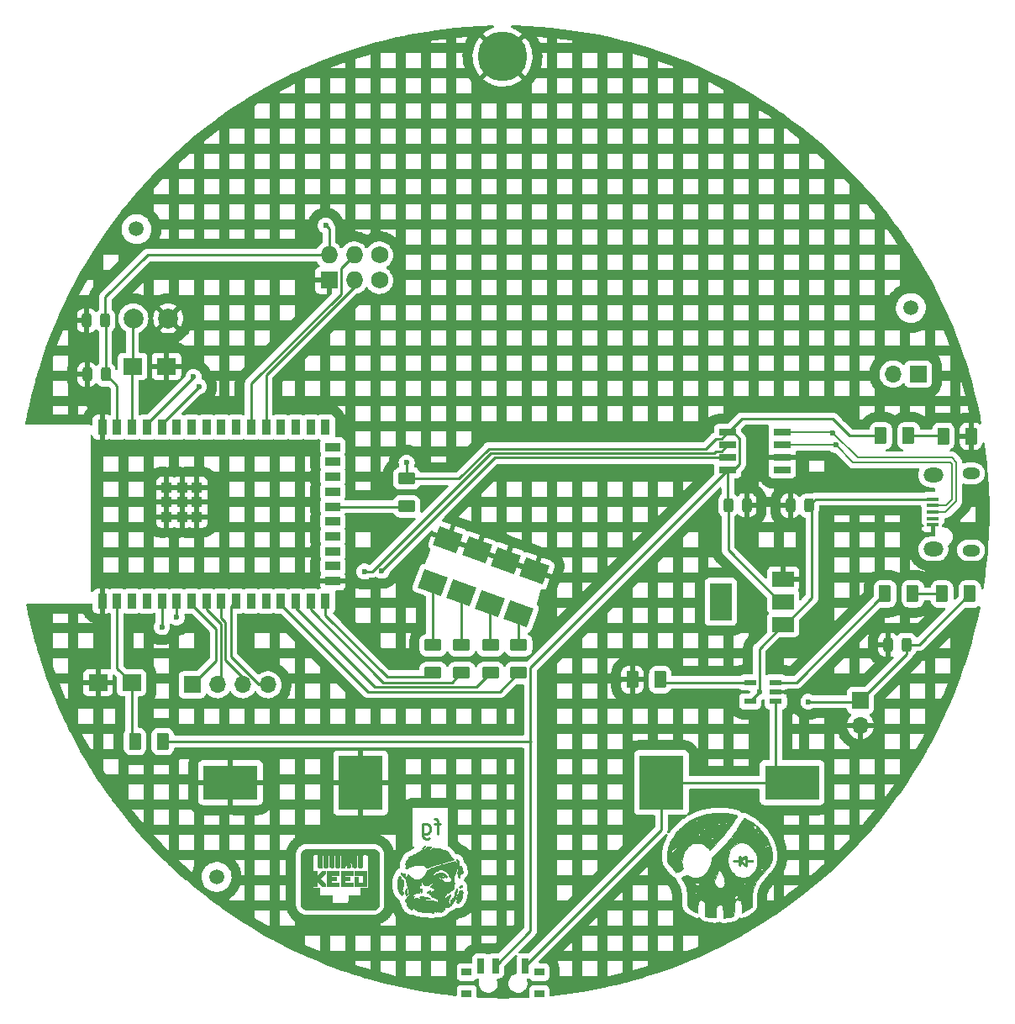
<source format=gbr>
%TF.GenerationSoftware,KiCad,Pcbnew,(6.0.7)*%
%TF.CreationDate,2022-10-04T19:13:39-05:00*%
%TF.ProjectId,BsidesCHS-2022-Badge,42736964-6573-4434-9853-2d323032322d,0*%
%TF.SameCoordinates,Original*%
%TF.FileFunction,Copper,L2,Bot*%
%TF.FilePolarity,Positive*%
%FSLAX46Y46*%
G04 Gerber Fmt 4.6, Leading zero omitted, Abs format (unit mm)*
G04 Created by KiCad (PCBNEW (6.0.7)) date 2022-10-04 19:13:39*
%MOMM*%
%LPD*%
G01*
G04 APERTURE LIST*
G04 Aperture macros list*
%AMRoundRect*
0 Rectangle with rounded corners*
0 $1 Rounding radius*
0 $2 $3 $4 $5 $6 $7 $8 $9 X,Y pos of 4 corners*
0 Add a 4 corners polygon primitive as box body*
4,1,4,$2,$3,$4,$5,$6,$7,$8,$9,$2,$3,0*
0 Add four circle primitives for the rounded corners*
1,1,$1+$1,$2,$3*
1,1,$1+$1,$4,$5*
1,1,$1+$1,$6,$7*
1,1,$1+$1,$8,$9*
0 Add four rect primitives between the rounded corners*
20,1,$1+$1,$2,$3,$4,$5,0*
20,1,$1+$1,$4,$5,$6,$7,0*
20,1,$1+$1,$6,$7,$8,$9,0*
20,1,$1+$1,$8,$9,$2,$3,0*%
%AMRotRect*
0 Rectangle, with rotation*
0 The origin of the aperture is its center*
0 $1 length*
0 $2 width*
0 $3 Rotation angle, in degrees counterclockwise*
0 Add horizontal line*
21,1,$1,$2,0,0,$3*%
G04 Aperture macros list end*
%ADD10C,0.250000*%
%TA.AperFunction,NonConductor*%
%ADD11C,0.250000*%
%TD*%
%TA.AperFunction,EtchedComponent*%
%ADD12C,0.010000*%
%TD*%
%TA.AperFunction,ComponentPad*%
%ADD13C,5.000000*%
%TD*%
%TA.AperFunction,ComponentPad*%
%ADD14O,1.727200X1.727200*%
%TD*%
%TA.AperFunction,ComponentPad*%
%ADD15R,1.727200X1.727200*%
%TD*%
%TA.AperFunction,ComponentPad*%
%ADD16C,1.727200*%
%TD*%
%TA.AperFunction,SMDPad,CuDef*%
%ADD17RotRect,2.000000X2.500000X70.000000*%
%TD*%
%TA.AperFunction,SMDPad,CuDef*%
%ADD18R,4.500000X5.500000*%
%TD*%
%TA.AperFunction,SMDPad,CuDef*%
%ADD19R,5.500000X3.500000*%
%TD*%
%TA.AperFunction,SMDPad,CuDef*%
%ADD20R,1.200000X0.600000*%
%TD*%
%TA.AperFunction,ComponentPad*%
%ADD21R,1.700000X1.700000*%
%TD*%
%TA.AperFunction,ComponentPad*%
%ADD22O,1.700000X1.700000*%
%TD*%
%TA.AperFunction,SMDPad,CuDef*%
%ADD23C,1.500000*%
%TD*%
%TA.AperFunction,SMDPad,CuDef*%
%ADD24RoundRect,0.250000X0.625000X-0.375000X0.625000X0.375000X-0.625000X0.375000X-0.625000X-0.375000X0*%
%TD*%
%TA.AperFunction,SMDPad,CuDef*%
%ADD25RoundRect,0.250000X0.375000X0.625000X-0.375000X0.625000X-0.375000X-0.625000X0.375000X-0.625000X0*%
%TD*%
%TA.AperFunction,SMDPad,CuDef*%
%ADD26RoundRect,0.250000X-0.375000X-0.625000X0.375000X-0.625000X0.375000X0.625000X-0.375000X0.625000X0*%
%TD*%
%TA.AperFunction,SMDPad,CuDef*%
%ADD27R,0.900000X1.500000*%
%TD*%
%TA.AperFunction,SMDPad,CuDef*%
%ADD28R,1.500000X0.900000*%
%TD*%
%TA.AperFunction,SMDPad,CuDef*%
%ADD29R,1.100000X1.100000*%
%TD*%
%TA.AperFunction,SMDPad,CuDef*%
%ADD30RoundRect,0.243750X0.243750X0.456250X-0.243750X0.456250X-0.243750X-0.456250X0.243750X-0.456250X0*%
%TD*%
%TA.AperFunction,SMDPad,CuDef*%
%ADD31R,2.200000X1.500000*%
%TD*%
%TA.AperFunction,SMDPad,CuDef*%
%ADD32R,2.200000X3.800000*%
%TD*%
%TA.AperFunction,SMDPad,CuDef*%
%ADD33R,1.300000X0.440000*%
%TD*%
%TA.AperFunction,ComponentPad*%
%ADD34O,2.000000X1.450000*%
%TD*%
%TA.AperFunction,ComponentPad*%
%ADD35O,1.800000X1.150000*%
%TD*%
%TA.AperFunction,SMDPad,CuDef*%
%ADD36R,1.750000X0.650000*%
%TD*%
%TA.AperFunction,SMDPad,CuDef*%
%ADD37RoundRect,0.243750X-0.243750X-0.456250X0.243750X-0.456250X0.243750X0.456250X-0.243750X0.456250X0*%
%TD*%
%TA.AperFunction,SMDPad,CuDef*%
%ADD38C,2.000000*%
%TD*%
%TA.AperFunction,SMDPad,CuDef*%
%ADD39R,1.948000X1.700000*%
%TD*%
%TA.AperFunction,SMDPad,CuDef*%
%ADD40R,1.000000X0.800000*%
%TD*%
%TA.AperFunction,SMDPad,CuDef*%
%ADD41R,0.700000X1.500000*%
%TD*%
%TA.AperFunction,ViaPad*%
%ADD42C,0.600000*%
%TD*%
%TA.AperFunction,Conductor*%
%ADD43C,0.250000*%
%TD*%
%TA.AperFunction,Conductor*%
%ADD44C,0.200000*%
%TD*%
G04 APERTURE END LIST*
D10*
%TO.C,G\u002A\u002A\u002A*%
D11*
X144373000Y-132029400D02*
X143786333Y-132029400D01*
X144153000Y-133056066D02*
X144153000Y-131736066D01*
X144079666Y-131589400D01*
X143933000Y-131516066D01*
X143786333Y-131516066D01*
X142613000Y-132029400D02*
X142613000Y-133276066D01*
X142686333Y-133422733D01*
X142759666Y-133496066D01*
X142906333Y-133569400D01*
X143126333Y-133569400D01*
X143273000Y-133496066D01*
X142613000Y-132982733D02*
X142759666Y-133056066D01*
X143053000Y-133056066D01*
X143199666Y-132982733D01*
X143273000Y-132909400D01*
X143346333Y-132762733D01*
X143346333Y-132322733D01*
X143273000Y-132176066D01*
X143199666Y-132102733D01*
X143053000Y-132029400D01*
X142759666Y-132029400D01*
X142613000Y-132102733D01*
G36*
X136918700Y-138303000D02*
G01*
X135733367Y-138303000D01*
X135733367Y-137392834D01*
X136093200Y-137392834D01*
X136093200Y-137943167D01*
X136580034Y-137943167D01*
X136580034Y-137181167D01*
X135733367Y-137181167D01*
X135733367Y-136821334D01*
X136918700Y-136821334D01*
X136918700Y-138303000D01*
G37*
D12*
X136918700Y-138303000D02*
X135733367Y-138303000D01*
X135733367Y-137392834D01*
X136093200Y-137392834D01*
X136093200Y-137943167D01*
X136580034Y-137943167D01*
X136580034Y-137181167D01*
X135733367Y-137181167D01*
X135733367Y-136821334D01*
X136918700Y-136821334D01*
X136918700Y-138303000D01*
G36*
X134167034Y-137181167D02*
G01*
X133341534Y-137181167D01*
X133341534Y-137392834D01*
X133891867Y-137392834D01*
X133891867Y-137731500D01*
X133341534Y-137731500D01*
X133341534Y-137943167D01*
X134167034Y-137943167D01*
X134167034Y-138303000D01*
X132981700Y-138303000D01*
X132981700Y-136821334D01*
X134167034Y-136821334D01*
X134167034Y-137181167D01*
G37*
X134167034Y-137181167D02*
X133341534Y-137181167D01*
X133341534Y-137392834D01*
X133891867Y-137392834D01*
X133891867Y-137731500D01*
X133341534Y-137731500D01*
X133341534Y-137943167D01*
X134167034Y-137943167D01*
X134167034Y-138303000D01*
X132981700Y-138303000D01*
X132981700Y-136821334D01*
X134167034Y-136821334D01*
X134167034Y-137181167D01*
G36*
X135553450Y-137170584D02*
G01*
X135135409Y-137176323D01*
X134717367Y-137182062D01*
X134717367Y-137392834D01*
X135267700Y-137392834D01*
X135267700Y-137731500D01*
X134717367Y-137731500D01*
X134717367Y-137942272D01*
X135135409Y-137948011D01*
X135553450Y-137953750D01*
X135553450Y-138292417D01*
X134357534Y-138303659D01*
X134357534Y-136821334D01*
X135565746Y-136821334D01*
X135553450Y-137170584D01*
G37*
X135553450Y-137170584D02*
X135135409Y-137176323D01*
X134717367Y-137182062D01*
X134717367Y-137392834D01*
X135267700Y-137392834D01*
X135267700Y-137731500D01*
X134717367Y-137731500D01*
X134717367Y-137942272D01*
X135135409Y-137948011D01*
X135553450Y-137953750D01*
X135553450Y-138292417D01*
X134357534Y-138303659D01*
X134357534Y-136821334D01*
X135565746Y-136821334D01*
X135553450Y-137170584D01*
G36*
X130431593Y-134883076D02*
G01*
X130516256Y-134761586D01*
X130629713Y-134666138D01*
X130763294Y-134603786D01*
X130781336Y-134598572D01*
X130813167Y-134595318D01*
X130883435Y-134592403D01*
X130992463Y-134589827D01*
X131140574Y-134587587D01*
X131328090Y-134585683D01*
X131555334Y-134584113D01*
X131822630Y-134582876D01*
X132130300Y-134581969D01*
X132478667Y-134581392D01*
X132868053Y-134581143D01*
X133298781Y-134581221D01*
X133771175Y-134581624D01*
X134285557Y-134582350D01*
X134321006Y-134582410D01*
X137778963Y-134588250D01*
X137904456Y-134652226D01*
X138027568Y-134737461D01*
X138119473Y-134850758D01*
X138178391Y-134989742D01*
X138188195Y-135030317D01*
X138192084Y-135064304D01*
X138195506Y-135127320D01*
X138198468Y-135220551D01*
X138200979Y-135345187D01*
X138203047Y-135502415D01*
X138204678Y-135693422D01*
X138205880Y-135919397D01*
X138206662Y-136181527D01*
X138207031Y-136481000D01*
X138206995Y-136819004D01*
X138206561Y-137196728D01*
X138205737Y-137615357D01*
X138205527Y-137703913D01*
X138199284Y-140263947D01*
X138135180Y-140389432D01*
X138052305Y-140506960D01*
X137938485Y-140595631D01*
X137793684Y-140655471D01*
X137730892Y-140670583D01*
X137696304Y-140673287D01*
X137622175Y-140675822D01*
X137511299Y-140678186D01*
X137366467Y-140680379D01*
X137190473Y-140682399D01*
X136986108Y-140684244D01*
X136756166Y-140685915D01*
X136503439Y-140687411D01*
X136230720Y-140688729D01*
X135940801Y-140689869D01*
X135636474Y-140690830D01*
X135320533Y-140691611D01*
X134995770Y-140692211D01*
X134664978Y-140692629D01*
X134330948Y-140692864D01*
X133996475Y-140692915D01*
X133664349Y-140692780D01*
X133337365Y-140692459D01*
X133018313Y-140691951D01*
X132709988Y-140691254D01*
X132415181Y-140690368D01*
X132136686Y-140689291D01*
X131877294Y-140688023D01*
X131639799Y-140686562D01*
X131426992Y-140684908D01*
X131241667Y-140683059D01*
X131086616Y-140681015D01*
X130964632Y-140678773D01*
X130878507Y-140676334D01*
X130831033Y-140673696D01*
X130826513Y-140673158D01*
X130689249Y-140636507D01*
X130577395Y-140568430D01*
X130486416Y-140465581D01*
X130441700Y-140389216D01*
X130367617Y-140243986D01*
X130367617Y-136841151D01*
X131478867Y-136841151D01*
X131478900Y-137135926D01*
X131479050Y-137391301D01*
X131479388Y-137610211D01*
X131479990Y-137795591D01*
X131480928Y-137950375D01*
X131482277Y-138077496D01*
X131484109Y-138179889D01*
X131486498Y-138260489D01*
X131489518Y-138322229D01*
X131493243Y-138368044D01*
X131497745Y-138400867D01*
X131503099Y-138423634D01*
X131509378Y-138439279D01*
X131516655Y-138450734D01*
X131519303Y-138454114D01*
X131536907Y-138473387D01*
X131558225Y-138487161D01*
X131590398Y-138496574D01*
X131640569Y-138502762D01*
X131715877Y-138506866D01*
X131823466Y-138510022D01*
X131878127Y-138511296D01*
X132196516Y-138518509D01*
X132210921Y-138614570D01*
X132216472Y-138682731D01*
X132217948Y-138774894D01*
X132215130Y-138872902D01*
X132214248Y-138888209D01*
X132211109Y-139024764D01*
X132220026Y-139131607D01*
X132240407Y-139204744D01*
X132265794Y-139237106D01*
X132293854Y-139241934D01*
X132358262Y-139246289D01*
X132453035Y-139249979D01*
X132572188Y-139252816D01*
X132709740Y-139254611D01*
X132837094Y-139255176D01*
X132985622Y-139255670D01*
X133120869Y-139256892D01*
X133236847Y-139258726D01*
X133327570Y-139261055D01*
X133387050Y-139263763D01*
X133408594Y-139266283D01*
X133420584Y-139280462D01*
X133428112Y-139315909D01*
X133431627Y-139378485D01*
X133431579Y-139474047D01*
X133430100Y-139546741D01*
X133429260Y-139701169D01*
X133435498Y-139816033D01*
X133448946Y-139893531D01*
X133451267Y-139901084D01*
X133470600Y-139951697D01*
X133494522Y-139978299D01*
X133536995Y-139990868D01*
X133584950Y-139996630D01*
X133627093Y-139998760D01*
X133704908Y-140000599D01*
X133811734Y-140002136D01*
X133940911Y-140003358D01*
X134085778Y-140004255D01*
X134239675Y-140004814D01*
X134395942Y-140005023D01*
X134547918Y-140004870D01*
X134688942Y-140004344D01*
X134812353Y-140003432D01*
X134911493Y-140002122D01*
X134979699Y-140000404D01*
X135003117Y-139999162D01*
X135040499Y-139994157D01*
X135068017Y-139982263D01*
X135087437Y-139957588D01*
X135100525Y-139914242D01*
X135109047Y-139846333D01*
X135114770Y-139747971D01*
X135119460Y-139613264D01*
X135119534Y-139610864D01*
X135130117Y-139266084D01*
X135715765Y-139255500D01*
X135869208Y-139252213D01*
X136008708Y-139248242D01*
X136128694Y-139243825D01*
X136223592Y-139239198D01*
X136287832Y-139234600D01*
X136315840Y-139230268D01*
X136316412Y-139229881D01*
X136334769Y-139189875D01*
X136348012Y-139117831D01*
X136355111Y-139023846D01*
X136355036Y-138918019D01*
X136352723Y-138874000D01*
X136349073Y-138779121D01*
X136350197Y-138686317D01*
X136355847Y-138615463D01*
X136355963Y-138614681D01*
X136370385Y-138518509D01*
X136688773Y-138511296D01*
X136811542Y-138508200D01*
X136899125Y-138504619D01*
X136958662Y-138499416D01*
X136997297Y-138491453D01*
X137022171Y-138479591D01*
X137040424Y-138462693D01*
X137047598Y-138454114D01*
X137055184Y-138443463D01*
X137061756Y-138429626D01*
X137067384Y-138409687D01*
X137072141Y-138380727D01*
X137076097Y-138339829D01*
X137079323Y-138284075D01*
X137081891Y-138210548D01*
X137083872Y-138116330D01*
X137085337Y-137998503D01*
X137086356Y-137854150D01*
X137087003Y-137680353D01*
X137087346Y-137474195D01*
X137087459Y-137232757D01*
X137087411Y-136953123D01*
X137087360Y-136824280D01*
X137087242Y-136524282D01*
X137087046Y-136263740D01*
X137086605Y-136039780D01*
X137085748Y-135849524D01*
X137084306Y-135690097D01*
X137082109Y-135558622D01*
X137078988Y-135452224D01*
X137074774Y-135368026D01*
X137069297Y-135303151D01*
X137062388Y-135254725D01*
X137053878Y-135219871D01*
X137043596Y-135195712D01*
X137031373Y-135179372D01*
X137017041Y-135167976D01*
X137000429Y-135158646D01*
X136988883Y-135152624D01*
X136941836Y-135139781D01*
X136866085Y-135131552D01*
X136775043Y-135128299D01*
X136682126Y-135130379D01*
X136600746Y-135138152D01*
X136580383Y-135141689D01*
X136511942Y-135155377D01*
X136517009Y-135686730D01*
X136518754Y-135868250D01*
X136519902Y-136012233D01*
X136520094Y-136123478D01*
X136518970Y-136206780D01*
X136516174Y-136266936D01*
X136511345Y-136308742D01*
X136504127Y-136336996D01*
X136494160Y-136356495D01*
X136481087Y-136372034D01*
X136464579Y-136388379D01*
X136415687Y-136424298D01*
X136353900Y-136438936D01*
X136315021Y-136440334D01*
X136244040Y-136437367D01*
X136188123Y-136425565D01*
X136145708Y-136400577D01*
X136115237Y-136358050D01*
X136095149Y-136293631D01*
X136083885Y-136202969D01*
X136079886Y-136081712D01*
X136081590Y-135925507D01*
X136085153Y-135798942D01*
X136088787Y-135658280D01*
X136090626Y-135525689D01*
X136090681Y-135409276D01*
X136088962Y-135317151D01*
X136085478Y-135257421D01*
X136084471Y-135249401D01*
X136073210Y-135188826D01*
X136057685Y-135159324D01*
X136029383Y-135149848D01*
X136007237Y-135149167D01*
X135945034Y-135149167D01*
X135945034Y-135721718D01*
X135944694Y-135914901D01*
X135942811Y-136069944D01*
X135938083Y-136191039D01*
X135929210Y-136282379D01*
X135914893Y-136348156D01*
X135893833Y-136392562D01*
X135864729Y-136419790D01*
X135826281Y-136434033D01*
X135777189Y-136439482D01*
X135722233Y-136440334D01*
X135638526Y-136429089D01*
X135572522Y-136390996D01*
X135570505Y-136389278D01*
X135511117Y-136338222D01*
X135504882Y-135743695D01*
X135498647Y-135149167D01*
X135375420Y-135149167D01*
X135369185Y-135740163D01*
X135362950Y-136331160D01*
X135311636Y-136385747D01*
X135270721Y-136420227D01*
X135222250Y-136436205D01*
X135152886Y-136439660D01*
X135092594Y-136437889D01*
X135044223Y-136430608D01*
X135006461Y-136413615D01*
X134977997Y-136382706D01*
X134957520Y-136333677D01*
X134943719Y-136262325D01*
X134935281Y-136164447D01*
X134930897Y-136035839D01*
X134929255Y-135872298D01*
X134929034Y-135722058D01*
X134929034Y-135149167D01*
X134774166Y-135149167D01*
X134787109Y-135702551D01*
X134791061Y-135898765D01*
X134791934Y-136056799D01*
X134788456Y-136180765D01*
X134779355Y-136274779D01*
X134763360Y-136342953D01*
X134739200Y-136389403D01*
X134705601Y-136418242D01*
X134661293Y-136433584D01*
X134605004Y-136439542D01*
X134559046Y-136440334D01*
X134484662Y-136433428D01*
X134432065Y-136408331D01*
X134409488Y-136388379D01*
X134393017Y-136371938D01*
X134379969Y-136356044D01*
X134369994Y-136335947D01*
X134362747Y-136306897D01*
X134357878Y-136264144D01*
X134355039Y-136202939D01*
X134353884Y-136118530D01*
X134354063Y-136006169D01*
X134355228Y-135861105D01*
X134357033Y-135678588D01*
X134357088Y-135673042D01*
X134362265Y-135149167D01*
X134204683Y-135149167D01*
X134209796Y-135683625D01*
X134211553Y-135865631D01*
X134212714Y-136010087D01*
X134212923Y-136121776D01*
X134211825Y-136205482D01*
X134209065Y-136265987D01*
X134204288Y-136308074D01*
X134197136Y-136336526D01*
X134187256Y-136356127D01*
X134174292Y-136371659D01*
X134157887Y-136387905D01*
X134157412Y-136388379D01*
X134108520Y-136424298D01*
X134046734Y-136438936D01*
X134007854Y-136440334D01*
X133942420Y-136438373D01*
X133889879Y-136429752D01*
X133848961Y-136410362D01*
X133818395Y-136376092D01*
X133796911Y-136322834D01*
X133783237Y-136246479D01*
X133776104Y-136142917D01*
X133774240Y-136008038D01*
X133776375Y-135837734D01*
X133779415Y-135701568D01*
X133792803Y-135149167D01*
X133637867Y-135149167D01*
X133637867Y-135722058D01*
X133637530Y-135902808D01*
X133636122Y-136046183D01*
X133633050Y-136157141D01*
X133627719Y-136240638D01*
X133619536Y-136301629D01*
X133607906Y-136345073D01*
X133592236Y-136375924D01*
X133571931Y-136399141D01*
X133555034Y-136413202D01*
X133514300Y-136428948D01*
X133450926Y-136438462D01*
X133422089Y-136439660D01*
X133342368Y-136432241D01*
X133282608Y-136404449D01*
X133263339Y-136389278D01*
X133203950Y-136338222D01*
X133197715Y-135743695D01*
X133191481Y-135149167D01*
X133068253Y-135149167D01*
X133062018Y-135743695D01*
X133055784Y-136338222D01*
X132996395Y-136389278D01*
X132930634Y-136428329D01*
X132847786Y-136440323D01*
X132844668Y-136440334D01*
X132784773Y-136439240D01*
X132736703Y-136433164D01*
X132699158Y-136417914D01*
X132670839Y-136389297D01*
X132650446Y-136343121D01*
X132636678Y-136275192D01*
X132628236Y-136181320D01*
X132623820Y-136057311D01*
X132622131Y-135898973D01*
X132621867Y-135721718D01*
X132621867Y-135149167D01*
X132559664Y-135149167D01*
X132521588Y-135152661D01*
X132500599Y-135170498D01*
X132488214Y-135213710D01*
X132482388Y-135249682D01*
X132478487Y-135301223D01*
X132476318Y-135386957D01*
X132475895Y-135498779D01*
X132477235Y-135628583D01*
X132480353Y-135768264D01*
X132481300Y-135800193D01*
X132485820Y-135982056D01*
X132485764Y-136126054D01*
X132479571Y-136236548D01*
X132465676Y-136317899D01*
X132442518Y-136374467D01*
X132408534Y-136410614D01*
X132362159Y-136430701D01*
X132301833Y-136439088D01*
X132251880Y-136440334D01*
X132177495Y-136433428D01*
X132124898Y-136408331D01*
X132102321Y-136388379D01*
X132085437Y-136371491D01*
X132072104Y-136355177D01*
X132061960Y-136334618D01*
X132054645Y-136304993D01*
X132049796Y-136261483D01*
X132047051Y-136199270D01*
X132046049Y-136113534D01*
X132046428Y-135999456D01*
X132047827Y-135852215D01*
X132049664Y-135686789D01*
X132055550Y-135155495D01*
X131986812Y-135141748D01*
X131904778Y-135131619D01*
X131806547Y-135128428D01*
X131708244Y-135131830D01*
X131625993Y-135141479D01*
X131590776Y-135150220D01*
X131537343Y-135182598D01*
X131502951Y-135225300D01*
X131497946Y-135250476D01*
X131493584Y-135303683D01*
X131489839Y-135386558D01*
X131486689Y-135500738D01*
X131484107Y-135647861D01*
X131482070Y-135829564D01*
X131480554Y-136047485D01*
X131479533Y-136303261D01*
X131478984Y-136598530D01*
X131478867Y-136841151D01*
X130367617Y-136841151D01*
X130367617Y-135008568D01*
X130431593Y-134883076D01*
G37*
X130431593Y-134883076D02*
X130516256Y-134761586D01*
X130629713Y-134666138D01*
X130763294Y-134603786D01*
X130781336Y-134598572D01*
X130813167Y-134595318D01*
X130883435Y-134592403D01*
X130992463Y-134589827D01*
X131140574Y-134587587D01*
X131328090Y-134585683D01*
X131555334Y-134584113D01*
X131822630Y-134582876D01*
X132130300Y-134581969D01*
X132478667Y-134581392D01*
X132868053Y-134581143D01*
X133298781Y-134581221D01*
X133771175Y-134581624D01*
X134285557Y-134582350D01*
X134321006Y-134582410D01*
X137778963Y-134588250D01*
X137904456Y-134652226D01*
X138027568Y-134737461D01*
X138119473Y-134850758D01*
X138178391Y-134989742D01*
X138188195Y-135030317D01*
X138192084Y-135064304D01*
X138195506Y-135127320D01*
X138198468Y-135220551D01*
X138200979Y-135345187D01*
X138203047Y-135502415D01*
X138204678Y-135693422D01*
X138205880Y-135919397D01*
X138206662Y-136181527D01*
X138207031Y-136481000D01*
X138206995Y-136819004D01*
X138206561Y-137196728D01*
X138205737Y-137615357D01*
X138205527Y-137703913D01*
X138199284Y-140263947D01*
X138135180Y-140389432D01*
X138052305Y-140506960D01*
X137938485Y-140595631D01*
X137793684Y-140655471D01*
X137730892Y-140670583D01*
X137696304Y-140673287D01*
X137622175Y-140675822D01*
X137511299Y-140678186D01*
X137366467Y-140680379D01*
X137190473Y-140682399D01*
X136986108Y-140684244D01*
X136756166Y-140685915D01*
X136503439Y-140687411D01*
X136230720Y-140688729D01*
X135940801Y-140689869D01*
X135636474Y-140690830D01*
X135320533Y-140691611D01*
X134995770Y-140692211D01*
X134664978Y-140692629D01*
X134330948Y-140692864D01*
X133996475Y-140692915D01*
X133664349Y-140692780D01*
X133337365Y-140692459D01*
X133018313Y-140691951D01*
X132709988Y-140691254D01*
X132415181Y-140690368D01*
X132136686Y-140689291D01*
X131877294Y-140688023D01*
X131639799Y-140686562D01*
X131426992Y-140684908D01*
X131241667Y-140683059D01*
X131086616Y-140681015D01*
X130964632Y-140678773D01*
X130878507Y-140676334D01*
X130831033Y-140673696D01*
X130826513Y-140673158D01*
X130689249Y-140636507D01*
X130577395Y-140568430D01*
X130486416Y-140465581D01*
X130441700Y-140389216D01*
X130367617Y-140243986D01*
X130367617Y-136841151D01*
X131478867Y-136841151D01*
X131478900Y-137135926D01*
X131479050Y-137391301D01*
X131479388Y-137610211D01*
X131479990Y-137795591D01*
X131480928Y-137950375D01*
X131482277Y-138077496D01*
X131484109Y-138179889D01*
X131486498Y-138260489D01*
X131489518Y-138322229D01*
X131493243Y-138368044D01*
X131497745Y-138400867D01*
X131503099Y-138423634D01*
X131509378Y-138439279D01*
X131516655Y-138450734D01*
X131519303Y-138454114D01*
X131536907Y-138473387D01*
X131558225Y-138487161D01*
X131590398Y-138496574D01*
X131640569Y-138502762D01*
X131715877Y-138506866D01*
X131823466Y-138510022D01*
X131878127Y-138511296D01*
X132196516Y-138518509D01*
X132210921Y-138614570D01*
X132216472Y-138682731D01*
X132217948Y-138774894D01*
X132215130Y-138872902D01*
X132214248Y-138888209D01*
X132211109Y-139024764D01*
X132220026Y-139131607D01*
X132240407Y-139204744D01*
X132265794Y-139237106D01*
X132293854Y-139241934D01*
X132358262Y-139246289D01*
X132453035Y-139249979D01*
X132572188Y-139252816D01*
X132709740Y-139254611D01*
X132837094Y-139255176D01*
X132985622Y-139255670D01*
X133120869Y-139256892D01*
X133236847Y-139258726D01*
X133327570Y-139261055D01*
X133387050Y-139263763D01*
X133408594Y-139266283D01*
X133420584Y-139280462D01*
X133428112Y-139315909D01*
X133431627Y-139378485D01*
X133431579Y-139474047D01*
X133430100Y-139546741D01*
X133429260Y-139701169D01*
X133435498Y-139816033D01*
X133448946Y-139893531D01*
X133451267Y-139901084D01*
X133470600Y-139951697D01*
X133494522Y-139978299D01*
X133536995Y-139990868D01*
X133584950Y-139996630D01*
X133627093Y-139998760D01*
X133704908Y-140000599D01*
X133811734Y-140002136D01*
X133940911Y-140003358D01*
X134085778Y-140004255D01*
X134239675Y-140004814D01*
X134395942Y-140005023D01*
X134547918Y-140004870D01*
X134688942Y-140004344D01*
X134812353Y-140003432D01*
X134911493Y-140002122D01*
X134979699Y-140000404D01*
X135003117Y-139999162D01*
X135040499Y-139994157D01*
X135068017Y-139982263D01*
X135087437Y-139957588D01*
X135100525Y-139914242D01*
X135109047Y-139846333D01*
X135114770Y-139747971D01*
X135119460Y-139613264D01*
X135119534Y-139610864D01*
X135130117Y-139266084D01*
X135715765Y-139255500D01*
X135869208Y-139252213D01*
X136008708Y-139248242D01*
X136128694Y-139243825D01*
X136223592Y-139239198D01*
X136287832Y-139234600D01*
X136315840Y-139230268D01*
X136316412Y-139229881D01*
X136334769Y-139189875D01*
X136348012Y-139117831D01*
X136355111Y-139023846D01*
X136355036Y-138918019D01*
X136352723Y-138874000D01*
X136349073Y-138779121D01*
X136350197Y-138686317D01*
X136355847Y-138615463D01*
X136355963Y-138614681D01*
X136370385Y-138518509D01*
X136688773Y-138511296D01*
X136811542Y-138508200D01*
X136899125Y-138504619D01*
X136958662Y-138499416D01*
X136997297Y-138491453D01*
X137022171Y-138479591D01*
X137040424Y-138462693D01*
X137047598Y-138454114D01*
X137055184Y-138443463D01*
X137061756Y-138429626D01*
X137067384Y-138409687D01*
X137072141Y-138380727D01*
X137076097Y-138339829D01*
X137079323Y-138284075D01*
X137081891Y-138210548D01*
X137083872Y-138116330D01*
X137085337Y-137998503D01*
X137086356Y-137854150D01*
X137087003Y-137680353D01*
X137087346Y-137474195D01*
X137087459Y-137232757D01*
X137087411Y-136953123D01*
X137087360Y-136824280D01*
X137087242Y-136524282D01*
X137087046Y-136263740D01*
X137086605Y-136039780D01*
X137085748Y-135849524D01*
X137084306Y-135690097D01*
X137082109Y-135558622D01*
X137078988Y-135452224D01*
X137074774Y-135368026D01*
X137069297Y-135303151D01*
X137062388Y-135254725D01*
X137053878Y-135219871D01*
X137043596Y-135195712D01*
X137031373Y-135179372D01*
X137017041Y-135167976D01*
X137000429Y-135158646D01*
X136988883Y-135152624D01*
X136941836Y-135139781D01*
X136866085Y-135131552D01*
X136775043Y-135128299D01*
X136682126Y-135130379D01*
X136600746Y-135138152D01*
X136580383Y-135141689D01*
X136511942Y-135155377D01*
X136517009Y-135686730D01*
X136518754Y-135868250D01*
X136519902Y-136012233D01*
X136520094Y-136123478D01*
X136518970Y-136206780D01*
X136516174Y-136266936D01*
X136511345Y-136308742D01*
X136504127Y-136336996D01*
X136494160Y-136356495D01*
X136481087Y-136372034D01*
X136464579Y-136388379D01*
X136415687Y-136424298D01*
X136353900Y-136438936D01*
X136315021Y-136440334D01*
X136244040Y-136437367D01*
X136188123Y-136425565D01*
X136145708Y-136400577D01*
X136115237Y-136358050D01*
X136095149Y-136293631D01*
X136083885Y-136202969D01*
X136079886Y-136081712D01*
X136081590Y-135925507D01*
X136085153Y-135798942D01*
X136088787Y-135658280D01*
X136090626Y-135525689D01*
X136090681Y-135409276D01*
X136088962Y-135317151D01*
X136085478Y-135257421D01*
X136084471Y-135249401D01*
X136073210Y-135188826D01*
X136057685Y-135159324D01*
X136029383Y-135149848D01*
X136007237Y-135149167D01*
X135945034Y-135149167D01*
X135945034Y-135721718D01*
X135944694Y-135914901D01*
X135942811Y-136069944D01*
X135938083Y-136191039D01*
X135929210Y-136282379D01*
X135914893Y-136348156D01*
X135893833Y-136392562D01*
X135864729Y-136419790D01*
X135826281Y-136434033D01*
X135777189Y-136439482D01*
X135722233Y-136440334D01*
X135638526Y-136429089D01*
X135572522Y-136390996D01*
X135570505Y-136389278D01*
X135511117Y-136338222D01*
X135504882Y-135743695D01*
X135498647Y-135149167D01*
X135375420Y-135149167D01*
X135369185Y-135740163D01*
X135362950Y-136331160D01*
X135311636Y-136385747D01*
X135270721Y-136420227D01*
X135222250Y-136436205D01*
X135152886Y-136439660D01*
X135092594Y-136437889D01*
X135044223Y-136430608D01*
X135006461Y-136413615D01*
X134977997Y-136382706D01*
X134957520Y-136333677D01*
X134943719Y-136262325D01*
X134935281Y-136164447D01*
X134930897Y-136035839D01*
X134929255Y-135872298D01*
X134929034Y-135722058D01*
X134929034Y-135149167D01*
X134774166Y-135149167D01*
X134787109Y-135702551D01*
X134791061Y-135898765D01*
X134791934Y-136056799D01*
X134788456Y-136180765D01*
X134779355Y-136274779D01*
X134763360Y-136342953D01*
X134739200Y-136389403D01*
X134705601Y-136418242D01*
X134661293Y-136433584D01*
X134605004Y-136439542D01*
X134559046Y-136440334D01*
X134484662Y-136433428D01*
X134432065Y-136408331D01*
X134409488Y-136388379D01*
X134393017Y-136371938D01*
X134379969Y-136356044D01*
X134369994Y-136335947D01*
X134362747Y-136306897D01*
X134357878Y-136264144D01*
X134355039Y-136202939D01*
X134353884Y-136118530D01*
X134354063Y-136006169D01*
X134355228Y-135861105D01*
X134357033Y-135678588D01*
X134357088Y-135673042D01*
X134362265Y-135149167D01*
X134204683Y-135149167D01*
X134209796Y-135683625D01*
X134211553Y-135865631D01*
X134212714Y-136010087D01*
X134212923Y-136121776D01*
X134211825Y-136205482D01*
X134209065Y-136265987D01*
X134204288Y-136308074D01*
X134197136Y-136336526D01*
X134187256Y-136356127D01*
X134174292Y-136371659D01*
X134157887Y-136387905D01*
X134157412Y-136388379D01*
X134108520Y-136424298D01*
X134046734Y-136438936D01*
X134007854Y-136440334D01*
X133942420Y-136438373D01*
X133889879Y-136429752D01*
X133848961Y-136410362D01*
X133818395Y-136376092D01*
X133796911Y-136322834D01*
X133783237Y-136246479D01*
X133776104Y-136142917D01*
X133774240Y-136008038D01*
X133776375Y-135837734D01*
X133779415Y-135701568D01*
X133792803Y-135149167D01*
X133637867Y-135149167D01*
X133637867Y-135722058D01*
X133637530Y-135902808D01*
X133636122Y-136046183D01*
X133633050Y-136157141D01*
X133627719Y-136240638D01*
X133619536Y-136301629D01*
X133607906Y-136345073D01*
X133592236Y-136375924D01*
X133571931Y-136399141D01*
X133555034Y-136413202D01*
X133514300Y-136428948D01*
X133450926Y-136438462D01*
X133422089Y-136439660D01*
X133342368Y-136432241D01*
X133282608Y-136404449D01*
X133263339Y-136389278D01*
X133203950Y-136338222D01*
X133197715Y-135743695D01*
X133191481Y-135149167D01*
X133068253Y-135149167D01*
X133062018Y-135743695D01*
X133055784Y-136338222D01*
X132996395Y-136389278D01*
X132930634Y-136428329D01*
X132847786Y-136440323D01*
X132844668Y-136440334D01*
X132784773Y-136439240D01*
X132736703Y-136433164D01*
X132699158Y-136417914D01*
X132670839Y-136389297D01*
X132650446Y-136343121D01*
X132636678Y-136275192D01*
X132628236Y-136181320D01*
X132623820Y-136057311D01*
X132622131Y-135898973D01*
X132621867Y-135721718D01*
X132621867Y-135149167D01*
X132559664Y-135149167D01*
X132521588Y-135152661D01*
X132500599Y-135170498D01*
X132488214Y-135213710D01*
X132482388Y-135249682D01*
X132478487Y-135301223D01*
X132476318Y-135386957D01*
X132475895Y-135498779D01*
X132477235Y-135628583D01*
X132480353Y-135768264D01*
X132481300Y-135800193D01*
X132485820Y-135982056D01*
X132485764Y-136126054D01*
X132479571Y-136236548D01*
X132465676Y-136317899D01*
X132442518Y-136374467D01*
X132408534Y-136410614D01*
X132362159Y-136430701D01*
X132301833Y-136439088D01*
X132251880Y-136440334D01*
X132177495Y-136433428D01*
X132124898Y-136408331D01*
X132102321Y-136388379D01*
X132085437Y-136371491D01*
X132072104Y-136355177D01*
X132061960Y-136334618D01*
X132054645Y-136304993D01*
X132049796Y-136261483D01*
X132047051Y-136199270D01*
X132046049Y-136113534D01*
X132046428Y-135999456D01*
X132047827Y-135852215D01*
X132049664Y-135686789D01*
X132055550Y-135155495D01*
X131986812Y-135141748D01*
X131904778Y-135131619D01*
X131806547Y-135128428D01*
X131708244Y-135131830D01*
X131625993Y-135141479D01*
X131590776Y-135150220D01*
X131537343Y-135182598D01*
X131502951Y-135225300D01*
X131497946Y-135250476D01*
X131493584Y-135303683D01*
X131489839Y-135386558D01*
X131486689Y-135500738D01*
X131484107Y-135647861D01*
X131482070Y-135829564D01*
X131480554Y-136047485D01*
X131479533Y-136303261D01*
X131478984Y-136598530D01*
X131478867Y-136841151D01*
X130367617Y-136841151D01*
X130367617Y-135008568D01*
X130431593Y-134883076D01*
G36*
X131944534Y-137318088D02*
G01*
X132442586Y-136821334D01*
X132791200Y-136821334D01*
X132791200Y-137042972D01*
X132532226Y-137302570D01*
X132273252Y-137562167D01*
X132791200Y-138081361D01*
X132791200Y-138303000D01*
X132463728Y-138303000D01*
X131944534Y-137785052D01*
X131944534Y-138303000D01*
X131605867Y-138303000D01*
X131605867Y-136821334D01*
X131944534Y-136821334D01*
X131944534Y-137318088D01*
G37*
X131944534Y-137318088D02*
X132442586Y-136821334D01*
X132791200Y-136821334D01*
X132791200Y-137042972D01*
X132532226Y-137302570D01*
X132273252Y-137562167D01*
X132791200Y-138081361D01*
X132791200Y-138303000D01*
X132463728Y-138303000D01*
X131944534Y-137785052D01*
X131944534Y-138303000D01*
X131605867Y-138303000D01*
X131605867Y-136821334D01*
X131944534Y-136821334D01*
X131944534Y-137318088D01*
G36*
X146395257Y-138747505D02*
G01*
X146399915Y-138753910D01*
X146418844Y-138796678D01*
X146433995Y-138858486D01*
X146444800Y-138934285D01*
X146450694Y-139019025D01*
X146451110Y-139107655D01*
X146445481Y-139195126D01*
X146441365Y-139230954D01*
X146430518Y-139295160D01*
X146414976Y-139348558D01*
X146392155Y-139401139D01*
X146377046Y-139428763D01*
X146333476Y-139491063D01*
X146280905Y-139549950D01*
X146225650Y-139598770D01*
X146174027Y-139630873D01*
X146164914Y-139634543D01*
X146119563Y-139644048D01*
X146071494Y-139643667D01*
X146029694Y-139634166D01*
X146003148Y-139616311D01*
X145997447Y-139607182D01*
X145985879Y-139562298D01*
X145989917Y-139500045D01*
X146009677Y-139419624D01*
X146045273Y-139320234D01*
X146058547Y-139287367D01*
X146109238Y-139169003D01*
X146158616Y-139064624D01*
X146204945Y-138977751D01*
X146246491Y-138911906D01*
X146261107Y-138889942D01*
X146286411Y-138845344D01*
X146303169Y-138807170D01*
X146305133Y-138801645D01*
X146323875Y-138765807D01*
X146346247Y-138740798D01*
X146360636Y-138731520D01*
X146377335Y-138729837D01*
X146395257Y-138747505D01*
G37*
X146395257Y-138747505D02*
X146399915Y-138753910D01*
X146418844Y-138796678D01*
X146433995Y-138858486D01*
X146444800Y-138934285D01*
X146450694Y-139019025D01*
X146451110Y-139107655D01*
X146445481Y-139195126D01*
X146441365Y-139230954D01*
X146430518Y-139295160D01*
X146414976Y-139348558D01*
X146392155Y-139401139D01*
X146377046Y-139428763D01*
X146333476Y-139491063D01*
X146280905Y-139549950D01*
X146225650Y-139598770D01*
X146174027Y-139630873D01*
X146164914Y-139634543D01*
X146119563Y-139644048D01*
X146071494Y-139643667D01*
X146029694Y-139634166D01*
X146003148Y-139616311D01*
X145997447Y-139607182D01*
X145985879Y-139562298D01*
X145989917Y-139500045D01*
X146009677Y-139419624D01*
X146045273Y-139320234D01*
X146058547Y-139287367D01*
X146109238Y-139169003D01*
X146158616Y-139064624D01*
X146204945Y-138977751D01*
X146246491Y-138911906D01*
X146261107Y-138889942D01*
X146286411Y-138845344D01*
X146303169Y-138807170D01*
X146305133Y-138801645D01*
X146323875Y-138765807D01*
X146346247Y-138740798D01*
X146360636Y-138731520D01*
X146377335Y-138729837D01*
X146395257Y-138747505D01*
G36*
X145199100Y-139726536D02*
G01*
X145198605Y-139729944D01*
X145187501Y-139753783D01*
X145164782Y-139789014D01*
X145134415Y-139829333D01*
X145107414Y-139863285D01*
X145086430Y-139893254D01*
X145076343Y-139917005D01*
X145074259Y-139941937D01*
X145077285Y-139975450D01*
X145081725Y-140007717D01*
X145093315Y-140060228D01*
X145107557Y-140094278D01*
X145123234Y-140106400D01*
X145127843Y-140104931D01*
X145142791Y-140087014D01*
X145157703Y-140055224D01*
X145169199Y-140017800D01*
X145173895Y-139982982D01*
X145174069Y-139975489D01*
X145181223Y-139937273D01*
X145197478Y-139919163D01*
X145220964Y-139923518D01*
X145231735Y-139934814D01*
X145248232Y-139972657D01*
X145262418Y-140032289D01*
X145273813Y-140111480D01*
X145281939Y-140208000D01*
X145289255Y-140328650D01*
X145191041Y-140390152D01*
X145148923Y-140415213D01*
X145078583Y-140448348D01*
X145018032Y-140461988D01*
X144962933Y-140456071D01*
X144908948Y-140430534D01*
X144851740Y-140385317D01*
X144824087Y-140360942D01*
X144785996Y-140332031D01*
X144762578Y-140321811D01*
X144754600Y-140330713D01*
X144758969Y-140341282D01*
X144773938Y-140367991D01*
X144795875Y-140403501D01*
X144805822Y-140419310D01*
X144822802Y-140450711D01*
X144832228Y-140480720D01*
X144836284Y-140518263D01*
X144837150Y-140572261D01*
X144837046Y-140585432D01*
X144834705Y-140634509D01*
X144829877Y-140671771D01*
X144823354Y-140690434D01*
X144807342Y-140701234D01*
X144766776Y-140711396D01*
X144718790Y-140710014D01*
X144673270Y-140696677D01*
X144662496Y-140691742D01*
X144635500Y-140681260D01*
X144622832Y-140679412D01*
X144619854Y-140689721D01*
X144614128Y-140719090D01*
X144607411Y-140759952D01*
X144595850Y-140835654D01*
X144534204Y-140857605D01*
X144513610Y-140865627D01*
X144474363Y-140884488D01*
X144447768Y-140901989D01*
X144442393Y-140906665D01*
X144420967Y-140917348D01*
X144398290Y-140909111D01*
X144380314Y-140897977D01*
X144347868Y-140877925D01*
X144328307Y-140869949D01*
X144305990Y-140873554D01*
X144272327Y-140890625D01*
X144247102Y-140904184D01*
X144210255Y-140916954D01*
X144180097Y-140913423D01*
X144148466Y-140893800D01*
X144135088Y-140884317D01*
X144100690Y-140870858D01*
X144059558Y-140872098D01*
X144004493Y-140887734D01*
X143949692Y-140907069D01*
X143897641Y-140855984D01*
X143870027Y-140830757D01*
X143834814Y-140808947D01*
X143805086Y-140809096D01*
X143776191Y-140831868D01*
X143743477Y-140877925D01*
X143718786Y-140914621D01*
X143688782Y-140953497D01*
X143664260Y-140979461D01*
X143623187Y-141003372D01*
X143570602Y-141007965D01*
X143512625Y-140987755D01*
X143449234Y-140942737D01*
X143425186Y-140923290D01*
X143396704Y-140909120D01*
X143372536Y-140914005D01*
X143345519Y-140937591D01*
X143315223Y-140961442D01*
X143281379Y-140976354D01*
X143256222Y-140977769D01*
X143209378Y-140974389D01*
X143149331Y-140966532D01*
X143082204Y-140955140D01*
X143014119Y-140941156D01*
X142951200Y-140925521D01*
X142887274Y-140908794D01*
X142837947Y-140899345D01*
X142796527Y-140897169D01*
X142754850Y-140901848D01*
X142704755Y-140912967D01*
X142700552Y-140914000D01*
X142637050Y-140925778D01*
X142587862Y-140927484D01*
X142556081Y-140919340D01*
X142544800Y-140901567D01*
X142550792Y-140885987D01*
X142569164Y-140856340D01*
X142595600Y-140820615D01*
X142604322Y-140809492D01*
X142632380Y-140769990D01*
X142645459Y-140744279D01*
X142642932Y-140734096D01*
X142624175Y-140741179D01*
X142609427Y-140750692D01*
X142577618Y-140772408D01*
X142540239Y-140798776D01*
X142505597Y-140821981D01*
X142475206Y-140835748D01*
X142440595Y-140841709D01*
X142391196Y-140843000D01*
X142346311Y-140844608D01*
X142290592Y-140850155D01*
X142246685Y-140858293D01*
X142231380Y-140862250D01*
X142200441Y-140867291D01*
X142178499Y-140862147D01*
X142154428Y-140845243D01*
X142153326Y-140844360D01*
X142115786Y-140818903D01*
X142074900Y-140797046D01*
X142070942Y-140795210D01*
X142029959Y-140771033D01*
X141992350Y-140741779D01*
X141974216Y-140727729D01*
X141931294Y-140703288D01*
X141884400Y-140684151D01*
X141840423Y-140668825D01*
X141800859Y-140648456D01*
X141779368Y-140623348D01*
X141774284Y-140589011D01*
X141783941Y-140540958D01*
X141806674Y-140474700D01*
X141819940Y-140433366D01*
X141831975Y-140367075D01*
X141831469Y-140308812D01*
X141819106Y-140262428D01*
X141795572Y-140231773D01*
X141761549Y-140220700D01*
X141749510Y-140221137D01*
X141735008Y-140228198D01*
X141737364Y-140249275D01*
X141746576Y-140289843D01*
X141748941Y-140373678D01*
X141729141Y-140450815D01*
X141688922Y-140517839D01*
X141630026Y-140571334D01*
X141554200Y-140607884D01*
X141524817Y-140618246D01*
X141487202Y-140634333D01*
X141464300Y-140647781D01*
X141463413Y-140648547D01*
X141436904Y-140663642D01*
X141416119Y-140655848D01*
X141397588Y-140623925D01*
X141396104Y-140620415D01*
X141379412Y-140588627D01*
X141357727Y-140566742D01*
X141324385Y-140549926D01*
X141272725Y-140533347D01*
X141257404Y-140528564D01*
X141194179Y-140496748D01*
X141151733Y-140450884D01*
X141129207Y-140390116D01*
X141123948Y-140365197D01*
X141109120Y-140323909D01*
X141085088Y-140295490D01*
X141045776Y-140271283D01*
X141042880Y-140269807D01*
X141020881Y-140257901D01*
X141006378Y-140245551D01*
X140997960Y-140227767D01*
X140994219Y-140199559D01*
X140993747Y-140155936D01*
X140995134Y-140091907D01*
X140995689Y-140064875D01*
X140995105Y-140025060D01*
X140990769Y-140000651D01*
X140980946Y-139984950D01*
X140963905Y-139971257D01*
X140924577Y-139942585D01*
X140881723Y-139904888D01*
X140856444Y-139868207D01*
X140846382Y-139826274D01*
X140849181Y-139772820D01*
X140862482Y-139701577D01*
X140875581Y-139649306D01*
X140877207Y-139645086D01*
X141557415Y-139645086D01*
X141575042Y-139649664D01*
X141611747Y-139638911D01*
X141667184Y-139612831D01*
X141741008Y-139571427D01*
X141872415Y-139493654D01*
X141976833Y-139513816D01*
X142017413Y-139521784D01*
X142085976Y-139535560D01*
X142161471Y-139550993D01*
X142233650Y-139566001D01*
X142239100Y-139567134D01*
X142313229Y-139580942D01*
X142401209Y-139595095D01*
X142492490Y-139607991D01*
X142576527Y-139618029D01*
X142594503Y-139619952D01*
X142680486Y-139630545D01*
X142747163Y-139641768D01*
X142799691Y-139654629D01*
X142843227Y-139670134D01*
X142848173Y-139672211D01*
X142976796Y-139721291D01*
X143090236Y-139753877D01*
X143191974Y-139770548D01*
X143285490Y-139771883D01*
X143374264Y-139758461D01*
X143415602Y-139749354D01*
X143475781Y-139740575D01*
X143527548Y-139741795D01*
X143580724Y-139753682D01*
X143645130Y-139776906D01*
X143664387Y-139784248D01*
X143728680Y-139806191D01*
X143800996Y-139828136D01*
X143869044Y-139846276D01*
X143898241Y-139853115D01*
X143963267Y-139867008D01*
X144023933Y-139878394D01*
X144070134Y-139885310D01*
X144108562Y-139889114D01*
X144132728Y-139888761D01*
X144142913Y-139882280D01*
X144145000Y-139868337D01*
X144144376Y-139860174D01*
X144137540Y-139827176D01*
X144125593Y-139787887D01*
X144116943Y-139760450D01*
X144112386Y-139724842D01*
X144123189Y-139705704D01*
X144150202Y-139700000D01*
X144179371Y-139693805D01*
X144193105Y-139678714D01*
X144186394Y-139660113D01*
X144182268Y-139657232D01*
X144156805Y-139648727D01*
X144120536Y-139642935D01*
X144093296Y-139638408D01*
X144054768Y-139621518D01*
X144012891Y-139588199D01*
X144007750Y-139583505D01*
X143970528Y-139554277D01*
X143933806Y-139538128D01*
X143884646Y-139529098D01*
X143869159Y-139527006D01*
X143826951Y-139517527D01*
X143794922Y-139500445D01*
X143761222Y-139470094D01*
X143748396Y-139457385D01*
X143722542Y-139435425D01*
X143704031Y-139428693D01*
X143686373Y-139434063D01*
X143670027Y-139439776D01*
X143648096Y-139435027D01*
X143617099Y-139414461D01*
X143609340Y-139408755D01*
X143570929Y-139384624D01*
X143536508Y-139368283D01*
X143528451Y-139365044D01*
X143506251Y-139350589D01*
X143482334Y-139325256D01*
X143453393Y-139285145D01*
X143416120Y-139226358D01*
X143392607Y-139198453D01*
X143364954Y-139179681D01*
X143349115Y-139171520D01*
X143316492Y-139142825D01*
X143291423Y-139106600D01*
X143281400Y-139072463D01*
X143276324Y-139042293D01*
X143252476Y-139007396D01*
X143213567Y-138986215D01*
X143164568Y-138981031D01*
X143110453Y-138994121D01*
X143109655Y-138994454D01*
X143067002Y-139010151D01*
X143042039Y-139012213D01*
X143030319Y-138999369D01*
X143027400Y-138970347D01*
X143029606Y-138930619D01*
X143040290Y-138895356D01*
X143063641Y-138868926D01*
X143103783Y-138846970D01*
X143164842Y-138825130D01*
X143176867Y-138820573D01*
X143216610Y-138799822D01*
X143255570Y-138773241D01*
X143271809Y-138761112D01*
X143302112Y-138742238D01*
X143322127Y-138734800D01*
X143341587Y-138742562D01*
X143371573Y-138769478D01*
X143405521Y-138811669D01*
X143439674Y-138864975D01*
X143463533Y-138902674D01*
X143482485Y-138922076D01*
X143493645Y-138917723D01*
X143497300Y-138889740D01*
X143498369Y-138872430D01*
X143510427Y-138843504D01*
X143538956Y-138828187D01*
X143587766Y-138823700D01*
X143605060Y-138822960D01*
X143663555Y-138806318D01*
X143709981Y-138767531D01*
X143744775Y-138706272D01*
X143759718Y-138661424D01*
X143766135Y-138602102D01*
X143751357Y-138556553D01*
X143715217Y-138524389D01*
X143657545Y-138505223D01*
X143606229Y-138491392D01*
X143540782Y-138466004D01*
X143477899Y-138435006D01*
X143428806Y-138403397D01*
X143426328Y-138401382D01*
X143400703Y-138364474D01*
X143397197Y-138316217D01*
X143415920Y-138257878D01*
X143431541Y-138228702D01*
X143452338Y-138204582D01*
X143480917Y-138189654D01*
X143523150Y-138181074D01*
X143584904Y-138176000D01*
X143694150Y-138169650D01*
X143698120Y-138121549D01*
X143698171Y-138120928D01*
X143697441Y-138087580D01*
X143685650Y-138060688D01*
X143658115Y-138029474D01*
X143628236Y-138004177D01*
X143594768Y-137989495D01*
X143558350Y-137990446D01*
X143515541Y-138007904D01*
X143462901Y-138042745D01*
X143396993Y-138095843D01*
X143392048Y-138100016D01*
X143307006Y-138163894D01*
X143222754Y-138210286D01*
X143129870Y-138244433D01*
X143129081Y-138244666D01*
X143074035Y-138256138D01*
X143009011Y-138262768D01*
X142942692Y-138264345D01*
X142883761Y-138260656D01*
X142840902Y-138251490D01*
X142813846Y-138239567D01*
X142743761Y-138193110D01*
X142677688Y-138128296D01*
X142620235Y-138050131D01*
X142576008Y-137963622D01*
X142561417Y-137929637D01*
X142540190Y-137892060D01*
X142519852Y-137876231D01*
X142497209Y-137880322D01*
X142469062Y-137902507D01*
X142463353Y-137908105D01*
X142437404Y-137941733D01*
X142433310Y-137971659D01*
X142449954Y-138003802D01*
X142460181Y-138027446D01*
X142467110Y-138070417D01*
X142467978Y-138119451D01*
X142462717Y-138164337D01*
X142451257Y-138194863D01*
X142438012Y-138206817D01*
X142406917Y-138217880D01*
X142356007Y-138224217D01*
X142347153Y-138224894D01*
X142305693Y-138230021D01*
X142284225Y-138237839D01*
X142278100Y-138249878D01*
X142277161Y-138266634D01*
X142274145Y-138304212D01*
X142269543Y-138355871D01*
X142263867Y-138415676D01*
X142259112Y-138465299D01*
X142255959Y-138520931D01*
X142260657Y-138557853D01*
X142276714Y-138579898D01*
X142307639Y-138590898D01*
X142356942Y-138594688D01*
X142428131Y-138595100D01*
X142560607Y-138595100D01*
X142555284Y-138706448D01*
X142553177Y-138741745D01*
X142546825Y-138795685D01*
X142535962Y-138837077D01*
X142518749Y-138874376D01*
X142496981Y-138906975D01*
X142466764Y-138938091D01*
X142437683Y-138955729D01*
X142415317Y-138955514D01*
X142415057Y-138955324D01*
X142411202Y-138939433D01*
X142410550Y-138905667D01*
X142413256Y-138861039D01*
X142416057Y-138821232D01*
X142414988Y-138784940D01*
X142407914Y-138772900D01*
X142404199Y-138773707D01*
X142383752Y-138788618D01*
X142355729Y-138818149D01*
X142324630Y-138856814D01*
X142294958Y-138899123D01*
X142271211Y-138939590D01*
X142259522Y-138960382D01*
X142237109Y-138991952D01*
X142218365Y-139008984D01*
X142204226Y-139012069D01*
X142167389Y-139016110D01*
X142113530Y-139020072D01*
X142047288Y-139023627D01*
X141973300Y-139026444D01*
X141751050Y-139033250D01*
X141678326Y-139141200D01*
X141657016Y-139173446D01*
X141630424Y-139215765D01*
X141612161Y-139247515D01*
X141605301Y-139263543D01*
X141605584Y-139266259D01*
X141620921Y-139280433D01*
X141656744Y-139289875D01*
X141709026Y-139293426D01*
X141739690Y-139296175D01*
X141764004Y-139307480D01*
X141765984Y-139324529D01*
X141745871Y-139344059D01*
X141703905Y-139362805D01*
X141685671Y-139369877D01*
X141669036Y-139383320D01*
X141658139Y-139407555D01*
X141648393Y-139449769D01*
X141631195Y-139507912D01*
X141593948Y-139572850D01*
X141580774Y-139589924D01*
X141559210Y-139625174D01*
X141557415Y-139645086D01*
X140877207Y-139645086D01*
X140911195Y-139556848D01*
X140960002Y-139482472D01*
X141024024Y-139422683D01*
X141059781Y-139394540D01*
X141118621Y-139341585D01*
X141173112Y-139284940D01*
X141220130Y-139228481D01*
X141256548Y-139176083D01*
X141279241Y-139131623D01*
X141285084Y-139098975D01*
X141274411Y-139077529D01*
X141239866Y-139058005D01*
X141238069Y-139057416D01*
X141206002Y-139044270D01*
X141185210Y-139031289D01*
X141181955Y-139023911D01*
X141175343Y-138994146D01*
X141167792Y-138946494D01*
X141160003Y-138885581D01*
X141152674Y-138816033D01*
X141148270Y-138772267D01*
X141135104Y-138668514D01*
X141119851Y-138585532D01*
X141101933Y-138519953D01*
X141085797Y-138464720D01*
X141069176Y-138392988D01*
X141058094Y-138327967D01*
X141057600Y-138324068D01*
X141048731Y-138265031D01*
X141036493Y-138202870D01*
X141019817Y-138133439D01*
X140997636Y-138052590D01*
X140968883Y-137956175D01*
X140932490Y-137840047D01*
X140918946Y-137797122D01*
X140890027Y-137699988D01*
X140870580Y-137621274D01*
X140860861Y-137557161D01*
X140861125Y-137503826D01*
X140871626Y-137457449D01*
X140892621Y-137414208D01*
X140924365Y-137370283D01*
X140967113Y-137321853D01*
X140974004Y-137314349D01*
X141014584Y-137266788D01*
X141051741Y-137218295D01*
X141078183Y-137178295D01*
X141088266Y-137160639D01*
X141112066Y-137120889D01*
X141129316Y-137101598D01*
X141145030Y-137101834D01*
X141164220Y-137120666D01*
X141191900Y-137157161D01*
X141197922Y-137165197D01*
X141309474Y-137302104D01*
X141419723Y-137414675D01*
X141528324Y-137502590D01*
X141634932Y-137565532D01*
X141686080Y-137588233D01*
X141766723Y-137616016D01*
X141851753Y-137634390D01*
X141947977Y-137644674D01*
X142062200Y-137648183D01*
X142125266Y-137648227D01*
X142178372Y-137647118D01*
X142217235Y-137643984D01*
X142247796Y-137638005D01*
X142275994Y-137628360D01*
X142307766Y-137614228D01*
X142329966Y-137603456D01*
X142372555Y-137580023D01*
X142415488Y-137551784D01*
X142463192Y-137515475D01*
X142520094Y-137467828D01*
X142590620Y-137405578D01*
X142605135Y-137392432D01*
X142729672Y-137265632D01*
X142787602Y-137190596D01*
X143585541Y-137190596D01*
X143595561Y-137204540D01*
X143622388Y-137208567D01*
X143666584Y-137205536D01*
X143693335Y-137200662D01*
X143757355Y-137178603D01*
X143834290Y-137141073D01*
X143865450Y-137124601D01*
X143986255Y-137069039D01*
X144112287Y-137022669D01*
X144237399Y-136987302D01*
X144355440Y-136964748D01*
X144460261Y-136956816D01*
X144477015Y-136957108D01*
X144582582Y-136970915D01*
X144690515Y-137003302D01*
X144795328Y-137051373D01*
X144891535Y-137112232D01*
X144973649Y-137182985D01*
X145036183Y-137260736D01*
X145048562Y-137282001D01*
X145065470Y-137318901D01*
X145072100Y-137345714D01*
X145066967Y-137365199D01*
X145044364Y-137394440D01*
X145011571Y-137417403D01*
X144977241Y-137426700D01*
X144963881Y-137423530D01*
X144930559Y-137409108D01*
X144885993Y-137385694D01*
X144836079Y-137356233D01*
X144790156Y-137328123D01*
X144695781Y-137274560D01*
X144613969Y-137235702D01*
X144540132Y-137210152D01*
X144469684Y-137196516D01*
X144398039Y-137193397D01*
X144320610Y-137199400D01*
X144306827Y-137201268D01*
X144246176Y-137212772D01*
X144183317Y-137229098D01*
X144122087Y-137248678D01*
X144066322Y-137269947D01*
X144019859Y-137291339D01*
X143986533Y-137311289D01*
X143970182Y-137328231D01*
X143974641Y-137340599D01*
X143977613Y-137341295D01*
X144000645Y-137338864D01*
X144039318Y-137330395D01*
X144087139Y-137317236D01*
X144090437Y-137316256D01*
X144223461Y-137290103D01*
X144359289Y-137288575D01*
X144495400Y-137311479D01*
X144629272Y-137358622D01*
X144629342Y-137358653D01*
X144672606Y-137381521D01*
X144712340Y-137408413D01*
X144743836Y-137435311D01*
X144762388Y-137458195D01*
X144763288Y-137473046D01*
X144756844Y-137474004D01*
X144730115Y-137469992D01*
X144688343Y-137460031D01*
X144637213Y-137445371D01*
X144636812Y-137445247D01*
X144572105Y-137426897D01*
X144517761Y-137416164D01*
X144461901Y-137411370D01*
X144392650Y-137410839D01*
X144377017Y-137411265D01*
X144325139Y-137414545D01*
X144262917Y-137420388D01*
X144195442Y-137428097D01*
X144127805Y-137436978D01*
X144065099Y-137446333D01*
X144012413Y-137455469D01*
X143974840Y-137463688D01*
X143957470Y-137470297D01*
X143955836Y-137473926D01*
X143967518Y-137484331D01*
X143999009Y-137495252D01*
X144046340Y-137505519D01*
X144105541Y-137513961D01*
X144159928Y-137521244D01*
X144197763Y-137530373D01*
X144226196Y-137544024D01*
X144253270Y-137564976D01*
X144267723Y-137577274D01*
X144293224Y-137596837D01*
X144307367Y-137604595D01*
X144322285Y-137606244D01*
X144355427Y-137610821D01*
X144399000Y-137617284D01*
X144442999Y-137623972D01*
X144496106Y-137632368D01*
X144530765Y-137639226D01*
X144551054Y-137646161D01*
X144561054Y-137654787D01*
X144564844Y-137666720D01*
X144566503Y-137683573D01*
X144570231Y-137704757D01*
X144583990Y-137723525D01*
X144614900Y-137735019D01*
X144641178Y-137744086D01*
X144678013Y-137763112D01*
X144709842Y-137785573D01*
X144730560Y-137806972D01*
X144734061Y-137822810D01*
X144725791Y-137827747D01*
X144700749Y-137830544D01*
X144657428Y-137829250D01*
X144593577Y-137823777D01*
X144506950Y-137814040D01*
X144456150Y-137807920D01*
X144519842Y-137839046D01*
X144520029Y-137839137D01*
X144582280Y-137862725D01*
X144664023Y-137881943D01*
X144766672Y-137896999D01*
X144891643Y-137908099D01*
X145040350Y-137915452D01*
X145104575Y-137917872D01*
X145176158Y-137921074D01*
X145237277Y-137924351D01*
X145282957Y-137927435D01*
X145308223Y-137930052D01*
X145332179Y-137931717D01*
X145355782Y-137922351D01*
X145381952Y-137895827D01*
X145418604Y-137845867D01*
X145457928Y-137772691D01*
X145484546Y-137697625D01*
X145496375Y-137626934D01*
X145491331Y-137566885D01*
X145488846Y-137559002D01*
X145464167Y-137514612D01*
X145425768Y-137471396D01*
X145381343Y-137436833D01*
X145338587Y-137418402D01*
X145319907Y-137413845D01*
X145298789Y-137402979D01*
X145284511Y-137382822D01*
X145273889Y-137348053D01*
X145263739Y-137293350D01*
X145257340Y-137260523D01*
X145218905Y-137145837D01*
X145157849Y-137039252D01*
X145075895Y-136942903D01*
X144974771Y-136858921D01*
X144856200Y-136789441D01*
X144776222Y-136750804D01*
X144684203Y-136707127D01*
X144610043Y-136673177D01*
X144551009Y-136647858D01*
X144504371Y-136630074D01*
X144467396Y-136618729D01*
X144437353Y-136612726D01*
X144411510Y-136610969D01*
X144368995Y-136615448D01*
X144292532Y-136638932D01*
X144201122Y-136682434D01*
X144095030Y-136745842D01*
X144056371Y-136770571D01*
X143999984Y-136804785D01*
X143952505Y-136830131D01*
X143906473Y-136850443D01*
X143854427Y-136869559D01*
X143843551Y-136873424D01*
X143799025Y-136893194D01*
X143760844Y-136919152D01*
X143724687Y-136955482D01*
X143686230Y-137006368D01*
X143641153Y-137075992D01*
X143613677Y-137121508D01*
X143591767Y-137163872D01*
X143585541Y-137190596D01*
X142787602Y-137190596D01*
X142834056Y-137130425D01*
X142921720Y-136981812D01*
X142996096Y-136814789D01*
X143043703Y-136691828D01*
X143256463Y-136596114D01*
X143401936Y-136532174D01*
X143550361Y-136470472D01*
X143698305Y-136412981D01*
X143849414Y-136358487D01*
X144007332Y-136305776D01*
X144175705Y-136253633D01*
X144358177Y-136200842D01*
X144558394Y-136146191D01*
X144780000Y-136088463D01*
X145236461Y-135965176D01*
X145713291Y-135822450D01*
X145852831Y-135778531D01*
X145931720Y-135862218D01*
X145938157Y-135869043D01*
X145973477Y-135905874D01*
X145996542Y-135927071D01*
X146011796Y-135935182D01*
X146023685Y-135932754D01*
X146036655Y-135922333D01*
X146054625Y-135902204D01*
X146060671Y-135878858D01*
X146050506Y-135849390D01*
X146023425Y-135807712D01*
X146010788Y-135789699D01*
X145995208Y-135762612D01*
X145992477Y-135743120D01*
X146000377Y-135723086D01*
X146000454Y-135722943D01*
X146014038Y-135688810D01*
X146023970Y-135648836D01*
X146029796Y-135625879D01*
X146047012Y-135603879D01*
X146073769Y-135605090D01*
X146110820Y-135629342D01*
X146117074Y-135634851D01*
X146155724Y-135680435D01*
X146186215Y-135735326D01*
X146204682Y-135791101D01*
X146207255Y-135839339D01*
X146205449Y-135866438D01*
X146212800Y-135906480D01*
X146233543Y-135957401D01*
X146237931Y-135966896D01*
X146255498Y-136016594D01*
X146255018Y-136050973D01*
X146235610Y-136073076D01*
X146196395Y-136085947D01*
X146171734Y-136092799D01*
X146153979Y-136107469D01*
X146160989Y-136125454D01*
X146192875Y-136144883D01*
X146195412Y-136146041D01*
X146233079Y-136175265D01*
X146266529Y-136226550D01*
X146277265Y-136246247D01*
X146299742Y-136276976D01*
X146317329Y-136284842D01*
X146329638Y-136281519D01*
X146382550Y-136273107D01*
X146424593Y-136279962D01*
X146464419Y-136303161D01*
X146492643Y-136329911D01*
X146533601Y-136392524D01*
X146568060Y-136478803D01*
X146596255Y-136589252D01*
X146602265Y-136620837D01*
X146612824Y-136688870D01*
X146621334Y-136760197D01*
X146627493Y-136830086D01*
X146630998Y-136893803D01*
X146631546Y-136946616D01*
X146628836Y-136983790D01*
X146622563Y-137000593D01*
X146618027Y-137002857D01*
X146596204Y-136999159D01*
X146576071Y-136972636D01*
X146559418Y-136925419D01*
X146548403Y-136889482D01*
X146532947Y-136861136D01*
X146518441Y-136856358D01*
X146506292Y-136874113D01*
X146497907Y-136913363D01*
X146494695Y-136973073D01*
X146494264Y-137003665D01*
X146491333Y-137038950D01*
X146484457Y-137057865D01*
X146472275Y-137066064D01*
X146460686Y-137069866D01*
X146434201Y-137081895D01*
X146413462Y-137099460D01*
X146396405Y-137126452D01*
X146380968Y-137166760D01*
X146365088Y-137224275D01*
X146346704Y-137302886D01*
X146334162Y-137354427D01*
X146319121Y-137407213D01*
X146305283Y-137447097D01*
X146294541Y-137468077D01*
X146286305Y-137476726D01*
X146271220Y-137483447D01*
X146252627Y-137470631D01*
X146246257Y-137464238D01*
X146236449Y-137450941D01*
X146225980Y-137431129D01*
X146213734Y-137401837D01*
X146198594Y-137360098D01*
X146179445Y-137302945D01*
X146155171Y-137227414D01*
X146124655Y-137130537D01*
X146104695Y-137066076D01*
X146086293Y-137003698D01*
X146074858Y-136959674D01*
X146069695Y-136930830D01*
X146070109Y-136913996D01*
X146075402Y-136905999D01*
X146082229Y-136902645D01*
X146110243Y-136905276D01*
X146140595Y-136932971D01*
X146173411Y-136985831D01*
X146183393Y-137004172D01*
X146200875Y-137029946D01*
X146210540Y-137033618D01*
X146212410Y-137016622D01*
X146206506Y-136980394D01*
X146192850Y-136926368D01*
X146171462Y-136855978D01*
X146170800Y-136853926D01*
X146143071Y-136758041D01*
X146128620Y-136683680D01*
X146127445Y-136630719D01*
X146139543Y-136599034D01*
X146164910Y-136588500D01*
X146186550Y-136584509D01*
X146195014Y-136567932D01*
X146181539Y-136538968D01*
X146150646Y-136508482D01*
X146106621Y-136494975D01*
X146055330Y-136505557D01*
X146020911Y-136526632D01*
X145995260Y-136563130D01*
X145983156Y-136615950D01*
X145983299Y-136688391D01*
X145983776Y-136695310D01*
X145985607Y-136739534D01*
X145982127Y-136769100D01*
X145970964Y-136793448D01*
X145949749Y-136822021D01*
X145935953Y-136839582D01*
X145917522Y-136864335D01*
X145910300Y-136876053D01*
X145910101Y-136879455D01*
X145904461Y-136907996D01*
X145892421Y-136953289D01*
X145875821Y-137009466D01*
X145856500Y-137070662D01*
X145836300Y-137131011D01*
X145817059Y-137184648D01*
X145800618Y-137225706D01*
X145755313Y-137328749D01*
X145763789Y-137476149D01*
X145766827Y-137537442D01*
X145767485Y-137588213D01*
X145764731Y-137626934D01*
X145764731Y-137626942D01*
X145758024Y-137660625D01*
X145746827Y-137696254D01*
X145737204Y-137725588D01*
X145729567Y-137762065D01*
X145731078Y-137796083D01*
X145742504Y-137836018D01*
X145764613Y-137890250D01*
X145765400Y-137892091D01*
X145773214Y-137914002D01*
X145778525Y-137939393D01*
X145781572Y-137972641D01*
X145782594Y-138018123D01*
X145781829Y-138080217D01*
X145779518Y-138163300D01*
X145777313Y-138224980D01*
X145772078Y-138325284D01*
X145765081Y-138404741D01*
X145755811Y-138466331D01*
X145743760Y-138513031D01*
X145728417Y-138547820D01*
X145709273Y-138573677D01*
X145707753Y-138575233D01*
X145682408Y-138596966D01*
X145641517Y-138628042D01*
X145590397Y-138664541D01*
X145534364Y-138702548D01*
X145509968Y-138718977D01*
X145437494Y-138771790D01*
X145376410Y-138822420D01*
X145332378Y-138866276D01*
X145325486Y-138874131D01*
X145271829Y-138925205D01*
X145220466Y-138954221D01*
X145167633Y-138963400D01*
X145148096Y-138966890D01*
X145106449Y-138986668D01*
X145058334Y-139020412D01*
X145009189Y-139064100D01*
X144964449Y-139113710D01*
X144950308Y-139132302D01*
X144914079Y-139186001D01*
X144878017Y-139246661D01*
X144844985Y-139308717D01*
X144817847Y-139366603D01*
X144799464Y-139414753D01*
X144792700Y-139447602D01*
X144792827Y-139453852D01*
X144799819Y-139493967D01*
X144814970Y-139523439D01*
X144834733Y-139534900D01*
X144835751Y-139534753D01*
X144853348Y-139525144D01*
X144885604Y-139502693D01*
X144928286Y-139470472D01*
X144977161Y-139431553D01*
X145000047Y-139412964D01*
X145107811Y-139327938D01*
X145200059Y-139259638D01*
X145276404Y-139208289D01*
X145336458Y-139174117D01*
X145379834Y-139157347D01*
X145406144Y-139158206D01*
X145415000Y-139176917D01*
X145413674Y-139190055D01*
X145403686Y-139231089D01*
X145385502Y-139287438D01*
X145361024Y-139354052D01*
X145332152Y-139425883D01*
X145300789Y-139497882D01*
X145268835Y-139565001D01*
X145268651Y-139565368D01*
X145241638Y-139620992D01*
X145219524Y-139669911D01*
X145215964Y-139678714D01*
X145204586Y-139706851D01*
X145199100Y-139726536D01*
G37*
X145199100Y-139726536D02*
X145198605Y-139729944D01*
X145187501Y-139753783D01*
X145164782Y-139789014D01*
X145134415Y-139829333D01*
X145107414Y-139863285D01*
X145086430Y-139893254D01*
X145076343Y-139917005D01*
X145074259Y-139941937D01*
X145077285Y-139975450D01*
X145081725Y-140007717D01*
X145093315Y-140060228D01*
X145107557Y-140094278D01*
X145123234Y-140106400D01*
X145127843Y-140104931D01*
X145142791Y-140087014D01*
X145157703Y-140055224D01*
X145169199Y-140017800D01*
X145173895Y-139982982D01*
X145174069Y-139975489D01*
X145181223Y-139937273D01*
X145197478Y-139919163D01*
X145220964Y-139923518D01*
X145231735Y-139934814D01*
X145248232Y-139972657D01*
X145262418Y-140032289D01*
X145273813Y-140111480D01*
X145281939Y-140208000D01*
X145289255Y-140328650D01*
X145191041Y-140390152D01*
X145148923Y-140415213D01*
X145078583Y-140448348D01*
X145018032Y-140461988D01*
X144962933Y-140456071D01*
X144908948Y-140430534D01*
X144851740Y-140385317D01*
X144824087Y-140360942D01*
X144785996Y-140332031D01*
X144762578Y-140321811D01*
X144754600Y-140330713D01*
X144758969Y-140341282D01*
X144773938Y-140367991D01*
X144795875Y-140403501D01*
X144805822Y-140419310D01*
X144822802Y-140450711D01*
X144832228Y-140480720D01*
X144836284Y-140518263D01*
X144837150Y-140572261D01*
X144837046Y-140585432D01*
X144834705Y-140634509D01*
X144829877Y-140671771D01*
X144823354Y-140690434D01*
X144807342Y-140701234D01*
X144766776Y-140711396D01*
X144718790Y-140710014D01*
X144673270Y-140696677D01*
X144662496Y-140691742D01*
X144635500Y-140681260D01*
X144622832Y-140679412D01*
X144619854Y-140689721D01*
X144614128Y-140719090D01*
X144607411Y-140759952D01*
X144595850Y-140835654D01*
X144534204Y-140857605D01*
X144513610Y-140865627D01*
X144474363Y-140884488D01*
X144447768Y-140901989D01*
X144442393Y-140906665D01*
X144420967Y-140917348D01*
X144398290Y-140909111D01*
X144380314Y-140897977D01*
X144347868Y-140877925D01*
X144328307Y-140869949D01*
X144305990Y-140873554D01*
X144272327Y-140890625D01*
X144247102Y-140904184D01*
X144210255Y-140916954D01*
X144180097Y-140913423D01*
X144148466Y-140893800D01*
X144135088Y-140884317D01*
X144100690Y-140870858D01*
X144059558Y-140872098D01*
X144004493Y-140887734D01*
X143949692Y-140907069D01*
X143897641Y-140855984D01*
X143870027Y-140830757D01*
X143834814Y-140808947D01*
X143805086Y-140809096D01*
X143776191Y-140831868D01*
X143743477Y-140877925D01*
X143718786Y-140914621D01*
X143688782Y-140953497D01*
X143664260Y-140979461D01*
X143623187Y-141003372D01*
X143570602Y-141007965D01*
X143512625Y-140987755D01*
X143449234Y-140942737D01*
X143425186Y-140923290D01*
X143396704Y-140909120D01*
X143372536Y-140914005D01*
X143345519Y-140937591D01*
X143315223Y-140961442D01*
X143281379Y-140976354D01*
X143256222Y-140977769D01*
X143209378Y-140974389D01*
X143149331Y-140966532D01*
X143082204Y-140955140D01*
X143014119Y-140941156D01*
X142951200Y-140925521D01*
X142887274Y-140908794D01*
X142837947Y-140899345D01*
X142796527Y-140897169D01*
X142754850Y-140901848D01*
X142704755Y-140912967D01*
X142700552Y-140914000D01*
X142637050Y-140925778D01*
X142587862Y-140927484D01*
X142556081Y-140919340D01*
X142544800Y-140901567D01*
X142550792Y-140885987D01*
X142569164Y-140856340D01*
X142595600Y-140820615D01*
X142604322Y-140809492D01*
X142632380Y-140769990D01*
X142645459Y-140744279D01*
X142642932Y-140734096D01*
X142624175Y-140741179D01*
X142609427Y-140750692D01*
X142577618Y-140772408D01*
X142540239Y-140798776D01*
X142505597Y-140821981D01*
X142475206Y-140835748D01*
X142440595Y-140841709D01*
X142391196Y-140843000D01*
X142346311Y-140844608D01*
X142290592Y-140850155D01*
X142246685Y-140858293D01*
X142231380Y-140862250D01*
X142200441Y-140867291D01*
X142178499Y-140862147D01*
X142154428Y-140845243D01*
X142153326Y-140844360D01*
X142115786Y-140818903D01*
X142074900Y-140797046D01*
X142070942Y-140795210D01*
X142029959Y-140771033D01*
X141992350Y-140741779D01*
X141974216Y-140727729D01*
X141931294Y-140703288D01*
X141884400Y-140684151D01*
X141840423Y-140668825D01*
X141800859Y-140648456D01*
X141779368Y-140623348D01*
X141774284Y-140589011D01*
X141783941Y-140540958D01*
X141806674Y-140474700D01*
X141819940Y-140433366D01*
X141831975Y-140367075D01*
X141831469Y-140308812D01*
X141819106Y-140262428D01*
X141795572Y-140231773D01*
X141761549Y-140220700D01*
X141749510Y-140221137D01*
X141735008Y-140228198D01*
X141737364Y-140249275D01*
X141746576Y-140289843D01*
X141748941Y-140373678D01*
X141729141Y-140450815D01*
X141688922Y-140517839D01*
X141630026Y-140571334D01*
X141554200Y-140607884D01*
X141524817Y-140618246D01*
X141487202Y-140634333D01*
X141464300Y-140647781D01*
X141463413Y-140648547D01*
X141436904Y-140663642D01*
X141416119Y-140655848D01*
X141397588Y-140623925D01*
X141396104Y-140620415D01*
X141379412Y-140588627D01*
X141357727Y-140566742D01*
X141324385Y-140549926D01*
X141272725Y-140533347D01*
X141257404Y-140528564D01*
X141194179Y-140496748D01*
X141151733Y-140450884D01*
X141129207Y-140390116D01*
X141123948Y-140365197D01*
X141109120Y-140323909D01*
X141085088Y-140295490D01*
X141045776Y-140271283D01*
X141042880Y-140269807D01*
X141020881Y-140257901D01*
X141006378Y-140245551D01*
X140997960Y-140227767D01*
X140994219Y-140199559D01*
X140993747Y-140155936D01*
X140995134Y-140091907D01*
X140995689Y-140064875D01*
X140995105Y-140025060D01*
X140990769Y-140000651D01*
X140980946Y-139984950D01*
X140963905Y-139971257D01*
X140924577Y-139942585D01*
X140881723Y-139904888D01*
X140856444Y-139868207D01*
X140846382Y-139826274D01*
X140849181Y-139772820D01*
X140862482Y-139701577D01*
X140875581Y-139649306D01*
X140877207Y-139645086D01*
X141557415Y-139645086D01*
X141575042Y-139649664D01*
X141611747Y-139638911D01*
X141667184Y-139612831D01*
X141741008Y-139571427D01*
X141872415Y-139493654D01*
X141976833Y-139513816D01*
X142017413Y-139521784D01*
X142085976Y-139535560D01*
X142161471Y-139550993D01*
X142233650Y-139566001D01*
X142239100Y-139567134D01*
X142313229Y-139580942D01*
X142401209Y-139595095D01*
X142492490Y-139607991D01*
X142576527Y-139618029D01*
X142594503Y-139619952D01*
X142680486Y-139630545D01*
X142747163Y-139641768D01*
X142799691Y-139654629D01*
X142843227Y-139670134D01*
X142848173Y-139672211D01*
X142976796Y-139721291D01*
X143090236Y-139753877D01*
X143191974Y-139770548D01*
X143285490Y-139771883D01*
X143374264Y-139758461D01*
X143415602Y-139749354D01*
X143475781Y-139740575D01*
X143527548Y-139741795D01*
X143580724Y-139753682D01*
X143645130Y-139776906D01*
X143664387Y-139784248D01*
X143728680Y-139806191D01*
X143800996Y-139828136D01*
X143869044Y-139846276D01*
X143898241Y-139853115D01*
X143963267Y-139867008D01*
X144023933Y-139878394D01*
X144070134Y-139885310D01*
X144108562Y-139889114D01*
X144132728Y-139888761D01*
X144142913Y-139882280D01*
X144145000Y-139868337D01*
X144144376Y-139860174D01*
X144137540Y-139827176D01*
X144125593Y-139787887D01*
X144116943Y-139760450D01*
X144112386Y-139724842D01*
X144123189Y-139705704D01*
X144150202Y-139700000D01*
X144179371Y-139693805D01*
X144193105Y-139678714D01*
X144186394Y-139660113D01*
X144182268Y-139657232D01*
X144156805Y-139648727D01*
X144120536Y-139642935D01*
X144093296Y-139638408D01*
X144054768Y-139621518D01*
X144012891Y-139588199D01*
X144007750Y-139583505D01*
X143970528Y-139554277D01*
X143933806Y-139538128D01*
X143884646Y-139529098D01*
X143869159Y-139527006D01*
X143826951Y-139517527D01*
X143794922Y-139500445D01*
X143761222Y-139470094D01*
X143748396Y-139457385D01*
X143722542Y-139435425D01*
X143704031Y-139428693D01*
X143686373Y-139434063D01*
X143670027Y-139439776D01*
X143648096Y-139435027D01*
X143617099Y-139414461D01*
X143609340Y-139408755D01*
X143570929Y-139384624D01*
X143536508Y-139368283D01*
X143528451Y-139365044D01*
X143506251Y-139350589D01*
X143482334Y-139325256D01*
X143453393Y-139285145D01*
X143416120Y-139226358D01*
X143392607Y-139198453D01*
X143364954Y-139179681D01*
X143349115Y-139171520D01*
X143316492Y-139142825D01*
X143291423Y-139106600D01*
X143281400Y-139072463D01*
X143276324Y-139042293D01*
X143252476Y-139007396D01*
X143213567Y-138986215D01*
X143164568Y-138981031D01*
X143110453Y-138994121D01*
X143109655Y-138994454D01*
X143067002Y-139010151D01*
X143042039Y-139012213D01*
X143030319Y-138999369D01*
X143027400Y-138970347D01*
X143029606Y-138930619D01*
X143040290Y-138895356D01*
X143063641Y-138868926D01*
X143103783Y-138846970D01*
X143164842Y-138825130D01*
X143176867Y-138820573D01*
X143216610Y-138799822D01*
X143255570Y-138773241D01*
X143271809Y-138761112D01*
X143302112Y-138742238D01*
X143322127Y-138734800D01*
X143341587Y-138742562D01*
X143371573Y-138769478D01*
X143405521Y-138811669D01*
X143439674Y-138864975D01*
X143463533Y-138902674D01*
X143482485Y-138922076D01*
X143493645Y-138917723D01*
X143497300Y-138889740D01*
X143498369Y-138872430D01*
X143510427Y-138843504D01*
X143538956Y-138828187D01*
X143587766Y-138823700D01*
X143605060Y-138822960D01*
X143663555Y-138806318D01*
X143709981Y-138767531D01*
X143744775Y-138706272D01*
X143759718Y-138661424D01*
X143766135Y-138602102D01*
X143751357Y-138556553D01*
X143715217Y-138524389D01*
X143657545Y-138505223D01*
X143606229Y-138491392D01*
X143540782Y-138466004D01*
X143477899Y-138435006D01*
X143428806Y-138403397D01*
X143426328Y-138401382D01*
X143400703Y-138364474D01*
X143397197Y-138316217D01*
X143415920Y-138257878D01*
X143431541Y-138228702D01*
X143452338Y-138204582D01*
X143480917Y-138189654D01*
X143523150Y-138181074D01*
X143584904Y-138176000D01*
X143694150Y-138169650D01*
X143698120Y-138121549D01*
X143698171Y-138120928D01*
X143697441Y-138087580D01*
X143685650Y-138060688D01*
X143658115Y-138029474D01*
X143628236Y-138004177D01*
X143594768Y-137989495D01*
X143558350Y-137990446D01*
X143515541Y-138007904D01*
X143462901Y-138042745D01*
X143396993Y-138095843D01*
X143392048Y-138100016D01*
X143307006Y-138163894D01*
X143222754Y-138210286D01*
X143129870Y-138244433D01*
X143129081Y-138244666D01*
X143074035Y-138256138D01*
X143009011Y-138262768D01*
X142942692Y-138264345D01*
X142883761Y-138260656D01*
X142840902Y-138251490D01*
X142813846Y-138239567D01*
X142743761Y-138193110D01*
X142677688Y-138128296D01*
X142620235Y-138050131D01*
X142576008Y-137963622D01*
X142561417Y-137929637D01*
X142540190Y-137892060D01*
X142519852Y-137876231D01*
X142497209Y-137880322D01*
X142469062Y-137902507D01*
X142463353Y-137908105D01*
X142437404Y-137941733D01*
X142433310Y-137971659D01*
X142449954Y-138003802D01*
X142460181Y-138027446D01*
X142467110Y-138070417D01*
X142467978Y-138119451D01*
X142462717Y-138164337D01*
X142451257Y-138194863D01*
X142438012Y-138206817D01*
X142406917Y-138217880D01*
X142356007Y-138224217D01*
X142347153Y-138224894D01*
X142305693Y-138230021D01*
X142284225Y-138237839D01*
X142278100Y-138249878D01*
X142277161Y-138266634D01*
X142274145Y-138304212D01*
X142269543Y-138355871D01*
X142263867Y-138415676D01*
X142259112Y-138465299D01*
X142255959Y-138520931D01*
X142260657Y-138557853D01*
X142276714Y-138579898D01*
X142307639Y-138590898D01*
X142356942Y-138594688D01*
X142428131Y-138595100D01*
X142560607Y-138595100D01*
X142555284Y-138706448D01*
X142553177Y-138741745D01*
X142546825Y-138795685D01*
X142535962Y-138837077D01*
X142518749Y-138874376D01*
X142496981Y-138906975D01*
X142466764Y-138938091D01*
X142437683Y-138955729D01*
X142415317Y-138955514D01*
X142415057Y-138955324D01*
X142411202Y-138939433D01*
X142410550Y-138905667D01*
X142413256Y-138861039D01*
X142416057Y-138821232D01*
X142414988Y-138784940D01*
X142407914Y-138772900D01*
X142404199Y-138773707D01*
X142383752Y-138788618D01*
X142355729Y-138818149D01*
X142324630Y-138856814D01*
X142294958Y-138899123D01*
X142271211Y-138939590D01*
X142259522Y-138960382D01*
X142237109Y-138991952D01*
X142218365Y-139008984D01*
X142204226Y-139012069D01*
X142167389Y-139016110D01*
X142113530Y-139020072D01*
X142047288Y-139023627D01*
X141973300Y-139026444D01*
X141751050Y-139033250D01*
X141678326Y-139141200D01*
X141657016Y-139173446D01*
X141630424Y-139215765D01*
X141612161Y-139247515D01*
X141605301Y-139263543D01*
X141605584Y-139266259D01*
X141620921Y-139280433D01*
X141656744Y-139289875D01*
X141709026Y-139293426D01*
X141739690Y-139296175D01*
X141764004Y-139307480D01*
X141765984Y-139324529D01*
X141745871Y-139344059D01*
X141703905Y-139362805D01*
X141685671Y-139369877D01*
X141669036Y-139383320D01*
X141658139Y-139407555D01*
X141648393Y-139449769D01*
X141631195Y-139507912D01*
X141593948Y-139572850D01*
X141580774Y-139589924D01*
X141559210Y-139625174D01*
X141557415Y-139645086D01*
X140877207Y-139645086D01*
X140911195Y-139556848D01*
X140960002Y-139482472D01*
X141024024Y-139422683D01*
X141059781Y-139394540D01*
X141118621Y-139341585D01*
X141173112Y-139284940D01*
X141220130Y-139228481D01*
X141256548Y-139176083D01*
X141279241Y-139131623D01*
X141285084Y-139098975D01*
X141274411Y-139077529D01*
X141239866Y-139058005D01*
X141238069Y-139057416D01*
X141206002Y-139044270D01*
X141185210Y-139031289D01*
X141181955Y-139023911D01*
X141175343Y-138994146D01*
X141167792Y-138946494D01*
X141160003Y-138885581D01*
X141152674Y-138816033D01*
X141148270Y-138772267D01*
X141135104Y-138668514D01*
X141119851Y-138585532D01*
X141101933Y-138519953D01*
X141085797Y-138464720D01*
X141069176Y-138392988D01*
X141058094Y-138327967D01*
X141057600Y-138324068D01*
X141048731Y-138265031D01*
X141036493Y-138202870D01*
X141019817Y-138133439D01*
X140997636Y-138052590D01*
X140968883Y-137956175D01*
X140932490Y-137840047D01*
X140918946Y-137797122D01*
X140890027Y-137699988D01*
X140870580Y-137621274D01*
X140860861Y-137557161D01*
X140861125Y-137503826D01*
X140871626Y-137457449D01*
X140892621Y-137414208D01*
X140924365Y-137370283D01*
X140967113Y-137321853D01*
X140974004Y-137314349D01*
X141014584Y-137266788D01*
X141051741Y-137218295D01*
X141078183Y-137178295D01*
X141088266Y-137160639D01*
X141112066Y-137120889D01*
X141129316Y-137101598D01*
X141145030Y-137101834D01*
X141164220Y-137120666D01*
X141191900Y-137157161D01*
X141197922Y-137165197D01*
X141309474Y-137302104D01*
X141419723Y-137414675D01*
X141528324Y-137502590D01*
X141634932Y-137565532D01*
X141686080Y-137588233D01*
X141766723Y-137616016D01*
X141851753Y-137634390D01*
X141947977Y-137644674D01*
X142062200Y-137648183D01*
X142125266Y-137648227D01*
X142178372Y-137647118D01*
X142217235Y-137643984D01*
X142247796Y-137638005D01*
X142275994Y-137628360D01*
X142307766Y-137614228D01*
X142329966Y-137603456D01*
X142372555Y-137580023D01*
X142415488Y-137551784D01*
X142463192Y-137515475D01*
X142520094Y-137467828D01*
X142590620Y-137405578D01*
X142605135Y-137392432D01*
X142729672Y-137265632D01*
X142787602Y-137190596D01*
X143585541Y-137190596D01*
X143595561Y-137204540D01*
X143622388Y-137208567D01*
X143666584Y-137205536D01*
X143693335Y-137200662D01*
X143757355Y-137178603D01*
X143834290Y-137141073D01*
X143865450Y-137124601D01*
X143986255Y-137069039D01*
X144112287Y-137022669D01*
X144237399Y-136987302D01*
X144355440Y-136964748D01*
X144460261Y-136956816D01*
X144477015Y-136957108D01*
X144582582Y-136970915D01*
X144690515Y-137003302D01*
X144795328Y-137051373D01*
X144891535Y-137112232D01*
X144973649Y-137182985D01*
X145036183Y-137260736D01*
X145048562Y-137282001D01*
X145065470Y-137318901D01*
X145072100Y-137345714D01*
X145066967Y-137365199D01*
X145044364Y-137394440D01*
X145011571Y-137417403D01*
X144977241Y-137426700D01*
X144963881Y-137423530D01*
X144930559Y-137409108D01*
X144885993Y-137385694D01*
X144836079Y-137356233D01*
X144790156Y-137328123D01*
X144695781Y-137274560D01*
X144613969Y-137235702D01*
X144540132Y-137210152D01*
X144469684Y-137196516D01*
X144398039Y-137193397D01*
X144320610Y-137199400D01*
X144306827Y-137201268D01*
X144246176Y-137212772D01*
X144183317Y-137229098D01*
X144122087Y-137248678D01*
X144066322Y-137269947D01*
X144019859Y-137291339D01*
X143986533Y-137311289D01*
X143970182Y-137328231D01*
X143974641Y-137340599D01*
X143977613Y-137341295D01*
X144000645Y-137338864D01*
X144039318Y-137330395D01*
X144087139Y-137317236D01*
X144090437Y-137316256D01*
X144223461Y-137290103D01*
X144359289Y-137288575D01*
X144495400Y-137311479D01*
X144629272Y-137358622D01*
X144629342Y-137358653D01*
X144672606Y-137381521D01*
X144712340Y-137408413D01*
X144743836Y-137435311D01*
X144762388Y-137458195D01*
X144763288Y-137473046D01*
X144756844Y-137474004D01*
X144730115Y-137469992D01*
X144688343Y-137460031D01*
X144637213Y-137445371D01*
X144636812Y-137445247D01*
X144572105Y-137426897D01*
X144517761Y-137416164D01*
X144461901Y-137411370D01*
X144392650Y-137410839D01*
X144377017Y-137411265D01*
X144325139Y-137414545D01*
X144262917Y-137420388D01*
X144195442Y-137428097D01*
X144127805Y-137436978D01*
X144065099Y-137446333D01*
X144012413Y-137455469D01*
X143974840Y-137463688D01*
X143957470Y-137470297D01*
X143955836Y-137473926D01*
X143967518Y-137484331D01*
X143999009Y-137495252D01*
X144046340Y-137505519D01*
X144105541Y-137513961D01*
X144159928Y-137521244D01*
X144197763Y-137530373D01*
X144226196Y-137544024D01*
X144253270Y-137564976D01*
X144267723Y-137577274D01*
X144293224Y-137596837D01*
X144307367Y-137604595D01*
X144322285Y-137606244D01*
X144355427Y-137610821D01*
X144399000Y-137617284D01*
X144442999Y-137623972D01*
X144496106Y-137632368D01*
X144530765Y-137639226D01*
X144551054Y-137646161D01*
X144561054Y-137654787D01*
X144564844Y-137666720D01*
X144566503Y-137683573D01*
X144570231Y-137704757D01*
X144583990Y-137723525D01*
X144614900Y-137735019D01*
X144641178Y-137744086D01*
X144678013Y-137763112D01*
X144709842Y-137785573D01*
X144730560Y-137806972D01*
X144734061Y-137822810D01*
X144725791Y-137827747D01*
X144700749Y-137830544D01*
X144657428Y-137829250D01*
X144593577Y-137823777D01*
X144506950Y-137814040D01*
X144456150Y-137807920D01*
X144519842Y-137839046D01*
X144520029Y-137839137D01*
X144582280Y-137862725D01*
X144664023Y-137881943D01*
X144766672Y-137896999D01*
X144891643Y-137908099D01*
X145040350Y-137915452D01*
X145104575Y-137917872D01*
X145176158Y-137921074D01*
X145237277Y-137924351D01*
X145282957Y-137927435D01*
X145308223Y-137930052D01*
X145332179Y-137931717D01*
X145355782Y-137922351D01*
X145381952Y-137895827D01*
X145418604Y-137845867D01*
X145457928Y-137772691D01*
X145484546Y-137697625D01*
X145496375Y-137626934D01*
X145491331Y-137566885D01*
X145488846Y-137559002D01*
X145464167Y-137514612D01*
X145425768Y-137471396D01*
X145381343Y-137436833D01*
X145338587Y-137418402D01*
X145319907Y-137413845D01*
X145298789Y-137402979D01*
X145284511Y-137382822D01*
X145273889Y-137348053D01*
X145263739Y-137293350D01*
X145257340Y-137260523D01*
X145218905Y-137145837D01*
X145157849Y-137039252D01*
X145075895Y-136942903D01*
X144974771Y-136858921D01*
X144856200Y-136789441D01*
X144776222Y-136750804D01*
X144684203Y-136707127D01*
X144610043Y-136673177D01*
X144551009Y-136647858D01*
X144504371Y-136630074D01*
X144467396Y-136618729D01*
X144437353Y-136612726D01*
X144411510Y-136610969D01*
X144368995Y-136615448D01*
X144292532Y-136638932D01*
X144201122Y-136682434D01*
X144095030Y-136745842D01*
X144056371Y-136770571D01*
X143999984Y-136804785D01*
X143952505Y-136830131D01*
X143906473Y-136850443D01*
X143854427Y-136869559D01*
X143843551Y-136873424D01*
X143799025Y-136893194D01*
X143760844Y-136919152D01*
X143724687Y-136955482D01*
X143686230Y-137006368D01*
X143641153Y-137075992D01*
X143613677Y-137121508D01*
X143591767Y-137163872D01*
X143585541Y-137190596D01*
X142787602Y-137190596D01*
X142834056Y-137130425D01*
X142921720Y-136981812D01*
X142996096Y-136814789D01*
X143043703Y-136691828D01*
X143256463Y-136596114D01*
X143401936Y-136532174D01*
X143550361Y-136470472D01*
X143698305Y-136412981D01*
X143849414Y-136358487D01*
X144007332Y-136305776D01*
X144175705Y-136253633D01*
X144358177Y-136200842D01*
X144558394Y-136146191D01*
X144780000Y-136088463D01*
X145236461Y-135965176D01*
X145713291Y-135822450D01*
X145852831Y-135778531D01*
X145931720Y-135862218D01*
X145938157Y-135869043D01*
X145973477Y-135905874D01*
X145996542Y-135927071D01*
X146011796Y-135935182D01*
X146023685Y-135932754D01*
X146036655Y-135922333D01*
X146054625Y-135902204D01*
X146060671Y-135878858D01*
X146050506Y-135849390D01*
X146023425Y-135807712D01*
X146010788Y-135789699D01*
X145995208Y-135762612D01*
X145992477Y-135743120D01*
X146000377Y-135723086D01*
X146000454Y-135722943D01*
X146014038Y-135688810D01*
X146023970Y-135648836D01*
X146029796Y-135625879D01*
X146047012Y-135603879D01*
X146073769Y-135605090D01*
X146110820Y-135629342D01*
X146117074Y-135634851D01*
X146155724Y-135680435D01*
X146186215Y-135735326D01*
X146204682Y-135791101D01*
X146207255Y-135839339D01*
X146205449Y-135866438D01*
X146212800Y-135906480D01*
X146233543Y-135957401D01*
X146237931Y-135966896D01*
X146255498Y-136016594D01*
X146255018Y-136050973D01*
X146235610Y-136073076D01*
X146196395Y-136085947D01*
X146171734Y-136092799D01*
X146153979Y-136107469D01*
X146160989Y-136125454D01*
X146192875Y-136144883D01*
X146195412Y-136146041D01*
X146233079Y-136175265D01*
X146266529Y-136226550D01*
X146277265Y-136246247D01*
X146299742Y-136276976D01*
X146317329Y-136284842D01*
X146329638Y-136281519D01*
X146382550Y-136273107D01*
X146424593Y-136279962D01*
X146464419Y-136303161D01*
X146492643Y-136329911D01*
X146533601Y-136392524D01*
X146568060Y-136478803D01*
X146596255Y-136589252D01*
X146602265Y-136620837D01*
X146612824Y-136688870D01*
X146621334Y-136760197D01*
X146627493Y-136830086D01*
X146630998Y-136893803D01*
X146631546Y-136946616D01*
X146628836Y-136983790D01*
X146622563Y-137000593D01*
X146618027Y-137002857D01*
X146596204Y-136999159D01*
X146576071Y-136972636D01*
X146559418Y-136925419D01*
X146548403Y-136889482D01*
X146532947Y-136861136D01*
X146518441Y-136856358D01*
X146506292Y-136874113D01*
X146497907Y-136913363D01*
X146494695Y-136973073D01*
X146494264Y-137003665D01*
X146491333Y-137038950D01*
X146484457Y-137057865D01*
X146472275Y-137066064D01*
X146460686Y-137069866D01*
X146434201Y-137081895D01*
X146413462Y-137099460D01*
X146396405Y-137126452D01*
X146380968Y-137166760D01*
X146365088Y-137224275D01*
X146346704Y-137302886D01*
X146334162Y-137354427D01*
X146319121Y-137407213D01*
X146305283Y-137447097D01*
X146294541Y-137468077D01*
X146286305Y-137476726D01*
X146271220Y-137483447D01*
X146252627Y-137470631D01*
X146246257Y-137464238D01*
X146236449Y-137450941D01*
X146225980Y-137431129D01*
X146213734Y-137401837D01*
X146198594Y-137360098D01*
X146179445Y-137302945D01*
X146155171Y-137227414D01*
X146124655Y-137130537D01*
X146104695Y-137066076D01*
X146086293Y-137003698D01*
X146074858Y-136959674D01*
X146069695Y-136930830D01*
X146070109Y-136913996D01*
X146075402Y-136905999D01*
X146082229Y-136902645D01*
X146110243Y-136905276D01*
X146140595Y-136932971D01*
X146173411Y-136985831D01*
X146183393Y-137004172D01*
X146200875Y-137029946D01*
X146210540Y-137033618D01*
X146212410Y-137016622D01*
X146206506Y-136980394D01*
X146192850Y-136926368D01*
X146171462Y-136855978D01*
X146170800Y-136853926D01*
X146143071Y-136758041D01*
X146128620Y-136683680D01*
X146127445Y-136630719D01*
X146139543Y-136599034D01*
X146164910Y-136588500D01*
X146186550Y-136584509D01*
X146195014Y-136567932D01*
X146181539Y-136538968D01*
X146150646Y-136508482D01*
X146106621Y-136494975D01*
X146055330Y-136505557D01*
X146020911Y-136526632D01*
X145995260Y-136563130D01*
X145983156Y-136615950D01*
X145983299Y-136688391D01*
X145983776Y-136695310D01*
X145985607Y-136739534D01*
X145982127Y-136769100D01*
X145970964Y-136793448D01*
X145949749Y-136822021D01*
X145935953Y-136839582D01*
X145917522Y-136864335D01*
X145910300Y-136876053D01*
X145910101Y-136879455D01*
X145904461Y-136907996D01*
X145892421Y-136953289D01*
X145875821Y-137009466D01*
X145856500Y-137070662D01*
X145836300Y-137131011D01*
X145817059Y-137184648D01*
X145800618Y-137225706D01*
X145755313Y-137328749D01*
X145763789Y-137476149D01*
X145766827Y-137537442D01*
X145767485Y-137588213D01*
X145764731Y-137626934D01*
X145764731Y-137626942D01*
X145758024Y-137660625D01*
X145746827Y-137696254D01*
X145737204Y-137725588D01*
X145729567Y-137762065D01*
X145731078Y-137796083D01*
X145742504Y-137836018D01*
X145764613Y-137890250D01*
X145765400Y-137892091D01*
X145773214Y-137914002D01*
X145778525Y-137939393D01*
X145781572Y-137972641D01*
X145782594Y-138018123D01*
X145781829Y-138080217D01*
X145779518Y-138163300D01*
X145777313Y-138224980D01*
X145772078Y-138325284D01*
X145765081Y-138404741D01*
X145755811Y-138466331D01*
X145743760Y-138513031D01*
X145728417Y-138547820D01*
X145709273Y-138573677D01*
X145707753Y-138575233D01*
X145682408Y-138596966D01*
X145641517Y-138628042D01*
X145590397Y-138664541D01*
X145534364Y-138702548D01*
X145509968Y-138718977D01*
X145437494Y-138771790D01*
X145376410Y-138822420D01*
X145332378Y-138866276D01*
X145325486Y-138874131D01*
X145271829Y-138925205D01*
X145220466Y-138954221D01*
X145167633Y-138963400D01*
X145148096Y-138966890D01*
X145106449Y-138986668D01*
X145058334Y-139020412D01*
X145009189Y-139064100D01*
X144964449Y-139113710D01*
X144950308Y-139132302D01*
X144914079Y-139186001D01*
X144878017Y-139246661D01*
X144844985Y-139308717D01*
X144817847Y-139366603D01*
X144799464Y-139414753D01*
X144792700Y-139447602D01*
X144792827Y-139453852D01*
X144799819Y-139493967D01*
X144814970Y-139523439D01*
X144834733Y-139534900D01*
X144835751Y-139534753D01*
X144853348Y-139525144D01*
X144885604Y-139502693D01*
X144928286Y-139470472D01*
X144977161Y-139431553D01*
X145000047Y-139412964D01*
X145107811Y-139327938D01*
X145200059Y-139259638D01*
X145276404Y-139208289D01*
X145336458Y-139174117D01*
X145379834Y-139157347D01*
X145406144Y-139158206D01*
X145415000Y-139176917D01*
X145413674Y-139190055D01*
X145403686Y-139231089D01*
X145385502Y-139287438D01*
X145361024Y-139354052D01*
X145332152Y-139425883D01*
X145300789Y-139497882D01*
X145268835Y-139565001D01*
X145268651Y-139565368D01*
X145241638Y-139620992D01*
X145219524Y-139669911D01*
X145215964Y-139678714D01*
X145204586Y-139706851D01*
X145199100Y-139726536D01*
G36*
X146507385Y-138245665D02*
G01*
X146544259Y-138268260D01*
X146572276Y-138300592D01*
X146583400Y-138335352D01*
X146575121Y-138360392D01*
X146547119Y-138393763D01*
X146503856Y-138427429D01*
X146450050Y-138457084D01*
X146402824Y-138474839D01*
X146357514Y-138479261D01*
X146323220Y-138463810D01*
X146296531Y-138427835D01*
X146293793Y-138422466D01*
X146284624Y-138398121D01*
X146287791Y-138376837D01*
X146304456Y-138346712D01*
X146335019Y-138310347D01*
X146381307Y-138274726D01*
X146431997Y-138249241D01*
X146478009Y-138239500D01*
X146507385Y-138245665D01*
G37*
X146507385Y-138245665D02*
X146544259Y-138268260D01*
X146572276Y-138300592D01*
X146583400Y-138335352D01*
X146575121Y-138360392D01*
X146547119Y-138393763D01*
X146503856Y-138427429D01*
X146450050Y-138457084D01*
X146402824Y-138474839D01*
X146357514Y-138479261D01*
X146323220Y-138463810D01*
X146296531Y-138427835D01*
X146293793Y-138422466D01*
X146284624Y-138398121D01*
X146287791Y-138376837D01*
X146304456Y-138346712D01*
X146335019Y-138310347D01*
X146381307Y-138274726D01*
X146431997Y-138249241D01*
X146478009Y-138239500D01*
X146507385Y-138245665D01*
G36*
X140288889Y-137263869D02*
G01*
X140315541Y-137282420D01*
X140344477Y-137313976D01*
X140369895Y-137351647D01*
X140385994Y-137388544D01*
X140389974Y-137404967D01*
X140397579Y-137482430D01*
X140391258Y-137565648D01*
X140371686Y-137642600D01*
X140320795Y-137799484D01*
X140279471Y-137990699D01*
X140262289Y-138177484D01*
X140269419Y-138358662D01*
X140275518Y-138408205D01*
X140287422Y-138473583D01*
X140302208Y-138517959D01*
X140320930Y-138544085D01*
X140344644Y-138554708D01*
X140356553Y-138554911D01*
X140369664Y-138545572D01*
X140372465Y-138521404D01*
X140365014Y-138479586D01*
X140347366Y-138417300D01*
X140344545Y-138408011D01*
X140317414Y-138281025D01*
X140313973Y-138160113D01*
X140334131Y-138042639D01*
X140350900Y-137987889D01*
X140378961Y-137912512D01*
X140411525Y-137838229D01*
X140446487Y-137768867D01*
X140481739Y-137708255D01*
X140515177Y-137660221D01*
X140544694Y-137628593D01*
X140568184Y-137617200D01*
X140583489Y-137627562D01*
X140605075Y-137655733D01*
X140629171Y-137695843D01*
X140652255Y-137742015D01*
X140670802Y-137788371D01*
X140673042Y-137795344D01*
X140686377Y-137863368D01*
X140691539Y-137946689D01*
X140689006Y-138037687D01*
X140679255Y-138128741D01*
X140662761Y-138212231D01*
X140640002Y-138280535D01*
X140635493Y-138291608D01*
X140620701Y-138335806D01*
X140604831Y-138392106D01*
X140590623Y-138451048D01*
X140586300Y-138469829D01*
X140569533Y-138531446D01*
X140550548Y-138588820D01*
X140532678Y-138631567D01*
X140521025Y-138655341D01*
X140505226Y-138695462D01*
X140500270Y-138730257D01*
X140507575Y-138764387D01*
X140528561Y-138802514D01*
X140564647Y-138849300D01*
X140617251Y-138909408D01*
X140623105Y-138915995D01*
X140648748Y-138948729D01*
X140659166Y-138973650D01*
X140657802Y-138998308D01*
X140646593Y-139027968D01*
X140622108Y-139072629D01*
X140590534Y-139120464D01*
X140557378Y-139163220D01*
X140528148Y-139192643D01*
X140499876Y-139209872D01*
X140474216Y-139217400D01*
X140459062Y-139214365D01*
X140423517Y-139192429D01*
X140381937Y-139152146D01*
X140336758Y-139096894D01*
X140290415Y-139030051D01*
X140245345Y-138954994D01*
X140203981Y-138875103D01*
X140168761Y-138793754D01*
X140121572Y-138656777D01*
X140072460Y-138458550D01*
X140044252Y-138258385D01*
X140037215Y-138059953D01*
X140051617Y-137866921D01*
X140087726Y-137682959D01*
X140092245Y-137666168D01*
X140118175Y-137579496D01*
X140146967Y-137496709D01*
X140177055Y-137421253D01*
X140206877Y-137356570D01*
X140234868Y-137306104D01*
X140259465Y-137273300D01*
X140279102Y-137261600D01*
X140288889Y-137263869D01*
G37*
X140288889Y-137263869D02*
X140315541Y-137282420D01*
X140344477Y-137313976D01*
X140369895Y-137351647D01*
X140385994Y-137388544D01*
X140389974Y-137404967D01*
X140397579Y-137482430D01*
X140391258Y-137565648D01*
X140371686Y-137642600D01*
X140320795Y-137799484D01*
X140279471Y-137990699D01*
X140262289Y-138177484D01*
X140269419Y-138358662D01*
X140275518Y-138408205D01*
X140287422Y-138473583D01*
X140302208Y-138517959D01*
X140320930Y-138544085D01*
X140344644Y-138554708D01*
X140356553Y-138554911D01*
X140369664Y-138545572D01*
X140372465Y-138521404D01*
X140365014Y-138479586D01*
X140347366Y-138417300D01*
X140344545Y-138408011D01*
X140317414Y-138281025D01*
X140313973Y-138160113D01*
X140334131Y-138042639D01*
X140350900Y-137987889D01*
X140378961Y-137912512D01*
X140411525Y-137838229D01*
X140446487Y-137768867D01*
X140481739Y-137708255D01*
X140515177Y-137660221D01*
X140544694Y-137628593D01*
X140568184Y-137617200D01*
X140583489Y-137627562D01*
X140605075Y-137655733D01*
X140629171Y-137695843D01*
X140652255Y-137742015D01*
X140670802Y-137788371D01*
X140673042Y-137795344D01*
X140686377Y-137863368D01*
X140691539Y-137946689D01*
X140689006Y-138037687D01*
X140679255Y-138128741D01*
X140662761Y-138212231D01*
X140640002Y-138280535D01*
X140635493Y-138291608D01*
X140620701Y-138335806D01*
X140604831Y-138392106D01*
X140590623Y-138451048D01*
X140586300Y-138469829D01*
X140569533Y-138531446D01*
X140550548Y-138588820D01*
X140532678Y-138631567D01*
X140521025Y-138655341D01*
X140505226Y-138695462D01*
X140500270Y-138730257D01*
X140507575Y-138764387D01*
X140528561Y-138802514D01*
X140564647Y-138849300D01*
X140617251Y-138909408D01*
X140623105Y-138915995D01*
X140648748Y-138948729D01*
X140659166Y-138973650D01*
X140657802Y-138998308D01*
X140646593Y-139027968D01*
X140622108Y-139072629D01*
X140590534Y-139120464D01*
X140557378Y-139163220D01*
X140528148Y-139192643D01*
X140499876Y-139209872D01*
X140474216Y-139217400D01*
X140459062Y-139214365D01*
X140423517Y-139192429D01*
X140381937Y-139152146D01*
X140336758Y-139096894D01*
X140290415Y-139030051D01*
X140245345Y-138954994D01*
X140203981Y-138875103D01*
X140168761Y-138793754D01*
X140121572Y-138656777D01*
X140072460Y-138458550D01*
X140044252Y-138258385D01*
X140037215Y-138059953D01*
X140051617Y-137866921D01*
X140087726Y-137682959D01*
X140092245Y-137666168D01*
X140118175Y-137579496D01*
X140146967Y-137496709D01*
X140177055Y-137421253D01*
X140206877Y-137356570D01*
X140234868Y-137306104D01*
X140259465Y-137273300D01*
X140279102Y-137261600D01*
X140288889Y-137263869D01*
G36*
X146051022Y-138566544D02*
G01*
X146062821Y-138589065D01*
X146069573Y-138613148D01*
X146074738Y-138677710D01*
X146068435Y-138760541D01*
X146050793Y-138858759D01*
X146048369Y-138870122D01*
X146037327Y-138934576D01*
X146029877Y-138999462D01*
X146027521Y-139052300D01*
X146027611Y-139071889D01*
X146025147Y-139111274D01*
X146017168Y-139148195D01*
X146001490Y-139190924D01*
X145975930Y-139247732D01*
X145965503Y-139270827D01*
X145936473Y-139341989D01*
X145908158Y-139419614D01*
X145885443Y-139490597D01*
X145839857Y-139630596D01*
X145771083Y-139798090D01*
X145691350Y-139953006D01*
X145602838Y-140091198D01*
X145507728Y-140208522D01*
X145498151Y-140218704D01*
X145464382Y-140252064D01*
X145436970Y-140275409D01*
X145421111Y-140284200D01*
X145414145Y-140282567D01*
X145391232Y-140265911D01*
X145366570Y-140237964D01*
X145346860Y-140207077D01*
X145338800Y-140181601D01*
X145339611Y-140174252D01*
X145346829Y-140143463D01*
X145359914Y-140098797D01*
X145376900Y-140047193D01*
X145387140Y-140017355D01*
X145403650Y-139965183D01*
X145411765Y-139927641D01*
X145411871Y-139898418D01*
X145404354Y-139871208D01*
X145389600Y-139839700D01*
X145384748Y-139829885D01*
X145367282Y-139779604D01*
X145368856Y-139736015D01*
X145389461Y-139690475D01*
X145399610Y-139675398D01*
X145427200Y-139650854D01*
X145456183Y-139650127D01*
X145487955Y-139673538D01*
X145523911Y-139721407D01*
X145548421Y-139758359D01*
X145564367Y-139777318D01*
X145574745Y-139780267D01*
X145583201Y-139770207D01*
X145583837Y-139768961D01*
X145589418Y-139741588D01*
X145591195Y-139694665D01*
X145588951Y-139633353D01*
X145587837Y-139612706D01*
X145586950Y-139559224D01*
X145588949Y-139515139D01*
X145593581Y-139488397D01*
X145598934Y-139476168D01*
X145610748Y-139463883D01*
X145632645Y-139459698D01*
X145672205Y-139460969D01*
X145708669Y-139462644D01*
X145730132Y-139459832D01*
X145739207Y-139449020D01*
X145742644Y-139426950D01*
X145746047Y-139403691D01*
X145763142Y-139337532D01*
X145790693Y-139262128D01*
X145825882Y-139185650D01*
X145838453Y-139160422D01*
X145852620Y-139126201D01*
X145860148Y-139093330D01*
X145862736Y-139052907D01*
X145862082Y-138996031D01*
X145861713Y-138979440D01*
X145861916Y-138926128D01*
X145865808Y-138887888D01*
X145874720Y-138856519D01*
X145889980Y-138823818D01*
X145898999Y-138805639D01*
X145919795Y-138757385D01*
X145934406Y-138714987D01*
X145939190Y-138699077D01*
X145962954Y-138643180D01*
X145992763Y-138597686D01*
X146024041Y-138569999D01*
X146035816Y-138564554D01*
X146051022Y-138566544D01*
G37*
X146051022Y-138566544D02*
X146062821Y-138589065D01*
X146069573Y-138613148D01*
X146074738Y-138677710D01*
X146068435Y-138760541D01*
X146050793Y-138858759D01*
X146048369Y-138870122D01*
X146037327Y-138934576D01*
X146029877Y-138999462D01*
X146027521Y-139052300D01*
X146027611Y-139071889D01*
X146025147Y-139111274D01*
X146017168Y-139148195D01*
X146001490Y-139190924D01*
X145975930Y-139247732D01*
X145965503Y-139270827D01*
X145936473Y-139341989D01*
X145908158Y-139419614D01*
X145885443Y-139490597D01*
X145839857Y-139630596D01*
X145771083Y-139798090D01*
X145691350Y-139953006D01*
X145602838Y-140091198D01*
X145507728Y-140208522D01*
X145498151Y-140218704D01*
X145464382Y-140252064D01*
X145436970Y-140275409D01*
X145421111Y-140284200D01*
X145414145Y-140282567D01*
X145391232Y-140265911D01*
X145366570Y-140237964D01*
X145346860Y-140207077D01*
X145338800Y-140181601D01*
X145339611Y-140174252D01*
X145346829Y-140143463D01*
X145359914Y-140098797D01*
X145376900Y-140047193D01*
X145387140Y-140017355D01*
X145403650Y-139965183D01*
X145411765Y-139927641D01*
X145411871Y-139898418D01*
X145404354Y-139871208D01*
X145389600Y-139839700D01*
X145384748Y-139829885D01*
X145367282Y-139779604D01*
X145368856Y-139736015D01*
X145389461Y-139690475D01*
X145399610Y-139675398D01*
X145427200Y-139650854D01*
X145456183Y-139650127D01*
X145487955Y-139673538D01*
X145523911Y-139721407D01*
X145548421Y-139758359D01*
X145564367Y-139777318D01*
X145574745Y-139780267D01*
X145583201Y-139770207D01*
X145583837Y-139768961D01*
X145589418Y-139741588D01*
X145591195Y-139694665D01*
X145588951Y-139633353D01*
X145587837Y-139612706D01*
X145586950Y-139559224D01*
X145588949Y-139515139D01*
X145593581Y-139488397D01*
X145598934Y-139476168D01*
X145610748Y-139463883D01*
X145632645Y-139459698D01*
X145672205Y-139460969D01*
X145708669Y-139462644D01*
X145730132Y-139459832D01*
X145739207Y-139449020D01*
X145742644Y-139426950D01*
X145746047Y-139403691D01*
X145763142Y-139337532D01*
X145790693Y-139262128D01*
X145825882Y-139185650D01*
X145838453Y-139160422D01*
X145852620Y-139126201D01*
X145860148Y-139093330D01*
X145862736Y-139052907D01*
X145862082Y-138996031D01*
X145861713Y-138979440D01*
X145861916Y-138926128D01*
X145865808Y-138887888D01*
X145874720Y-138856519D01*
X145889980Y-138823818D01*
X145898999Y-138805639D01*
X145919795Y-138757385D01*
X145934406Y-138714987D01*
X145939190Y-138699077D01*
X145962954Y-138643180D01*
X145992763Y-138597686D01*
X146024041Y-138569999D01*
X146035816Y-138564554D01*
X146051022Y-138566544D01*
G36*
X140489612Y-136986943D02*
G01*
X140543610Y-137002894D01*
X140563731Y-137008566D01*
X140630606Y-137016918D01*
X140704348Y-137014446D01*
X140773150Y-137001235D01*
X140794354Y-137000587D01*
X140823950Y-137012330D01*
X140834450Y-137021909D01*
X140843583Y-137040288D01*
X140847558Y-137070528D01*
X140847878Y-137119354D01*
X140843915Y-137172191D01*
X140832241Y-137241341D01*
X140815014Y-137309759D01*
X140794356Y-137369225D01*
X140772390Y-137411523D01*
X140765660Y-137420197D01*
X140744480Y-137435023D01*
X140721894Y-137429490D01*
X140695640Y-137402369D01*
X140663456Y-137352433D01*
X140636281Y-137307456D01*
X140602880Y-137260515D01*
X140570623Y-137228685D01*
X140534299Y-137207154D01*
X140488695Y-137191110D01*
X140473706Y-137186683D01*
X140413075Y-137164238D01*
X140376095Y-137139737D01*
X140361322Y-137110751D01*
X140367308Y-137074848D01*
X140392608Y-137029598D01*
X140399812Y-137019420D01*
X140424078Y-136994080D01*
X140451889Y-136983630D01*
X140489612Y-136986943D01*
G37*
X140489612Y-136986943D02*
X140543610Y-137002894D01*
X140563731Y-137008566D01*
X140630606Y-137016918D01*
X140704348Y-137014446D01*
X140773150Y-137001235D01*
X140794354Y-137000587D01*
X140823950Y-137012330D01*
X140834450Y-137021909D01*
X140843583Y-137040288D01*
X140847558Y-137070528D01*
X140847878Y-137119354D01*
X140843915Y-137172191D01*
X140832241Y-137241341D01*
X140815014Y-137309759D01*
X140794356Y-137369225D01*
X140772390Y-137411523D01*
X140765660Y-137420197D01*
X140744480Y-137435023D01*
X140721894Y-137429490D01*
X140695640Y-137402369D01*
X140663456Y-137352433D01*
X140636281Y-137307456D01*
X140602880Y-137260515D01*
X140570623Y-137228685D01*
X140534299Y-137207154D01*
X140488695Y-137191110D01*
X140473706Y-137186683D01*
X140413075Y-137164238D01*
X140376095Y-137139737D01*
X140361322Y-137110751D01*
X140367308Y-137074848D01*
X140392608Y-137029598D01*
X140399812Y-137019420D01*
X140424078Y-136994080D01*
X140451889Y-136983630D01*
X140489612Y-136986943D01*
G36*
X144470578Y-137458193D02*
G01*
X144485793Y-137478699D01*
X144482966Y-137510140D01*
X144473472Y-137521402D01*
X144446682Y-137526015D01*
X144425031Y-137516362D01*
X144418050Y-137490200D01*
X144423983Y-137465347D01*
X144446682Y-137454384D01*
X144470578Y-137458193D01*
G37*
X144470578Y-137458193D02*
X144485793Y-137478699D01*
X144482966Y-137510140D01*
X144473472Y-137521402D01*
X144446682Y-137526015D01*
X144425031Y-137516362D01*
X144418050Y-137490200D01*
X144423983Y-137465347D01*
X144446682Y-137454384D01*
X144470578Y-137458193D01*
G36*
X146577903Y-138768103D02*
G01*
X146603074Y-138791119D01*
X146618056Y-138828768D01*
X146627154Y-138889081D01*
X146629339Y-138965737D01*
X146625135Y-139054688D01*
X146615071Y-139151883D01*
X146599673Y-139253272D01*
X146579469Y-139354805D01*
X146554984Y-139452431D01*
X146526746Y-139542100D01*
X146495282Y-139619763D01*
X146478657Y-139653403D01*
X146434334Y-139731013D01*
X146383451Y-139807297D01*
X146329461Y-139877914D01*
X146275814Y-139938519D01*
X146225960Y-139984772D01*
X146183350Y-140012328D01*
X146182799Y-140012572D01*
X146151334Y-140024476D01*
X146128745Y-140029702D01*
X146117692Y-140028884D01*
X146078248Y-140013356D01*
X146036519Y-139982988D01*
X145998852Y-139944010D01*
X145971596Y-139902655D01*
X145961100Y-139865152D01*
X145962007Y-139852010D01*
X145973323Y-139822175D01*
X146000068Y-139794845D01*
X146045370Y-139767370D01*
X146112355Y-139737105D01*
X146171460Y-139711755D01*
X146270585Y-139662974D01*
X146347713Y-139614649D01*
X146404989Y-139565088D01*
X146444553Y-139512596D01*
X146468550Y-139455478D01*
X146470987Y-139443791D01*
X146475983Y-139404261D01*
X146481110Y-139346025D01*
X146486048Y-139273485D01*
X146490479Y-139191042D01*
X146494083Y-139103100D01*
X146495965Y-139052163D01*
X146499505Y-138970606D01*
X146503263Y-138898992D01*
X146507006Y-138841183D01*
X146510499Y-138801040D01*
X146513509Y-138782425D01*
X146522806Y-138769456D01*
X146548211Y-138760597D01*
X146577903Y-138768103D01*
G37*
X146577903Y-138768103D02*
X146603074Y-138791119D01*
X146618056Y-138828768D01*
X146627154Y-138889081D01*
X146629339Y-138965737D01*
X146625135Y-139054688D01*
X146615071Y-139151883D01*
X146599673Y-139253272D01*
X146579469Y-139354805D01*
X146554984Y-139452431D01*
X146526746Y-139542100D01*
X146495282Y-139619763D01*
X146478657Y-139653403D01*
X146434334Y-139731013D01*
X146383451Y-139807297D01*
X146329461Y-139877914D01*
X146275814Y-139938519D01*
X146225960Y-139984772D01*
X146183350Y-140012328D01*
X146182799Y-140012572D01*
X146151334Y-140024476D01*
X146128745Y-140029702D01*
X146117692Y-140028884D01*
X146078248Y-140013356D01*
X146036519Y-139982988D01*
X145998852Y-139944010D01*
X145971596Y-139902655D01*
X145961100Y-139865152D01*
X145962007Y-139852010D01*
X145973323Y-139822175D01*
X146000068Y-139794845D01*
X146045370Y-139767370D01*
X146112355Y-139737105D01*
X146171460Y-139711755D01*
X146270585Y-139662974D01*
X146347713Y-139614649D01*
X146404989Y-139565088D01*
X146444553Y-139512596D01*
X146468550Y-139455478D01*
X146470987Y-139443791D01*
X146475983Y-139404261D01*
X146481110Y-139346025D01*
X146486048Y-139273485D01*
X146490479Y-139191042D01*
X146494083Y-139103100D01*
X146495965Y-139052163D01*
X146499505Y-138970606D01*
X146503263Y-138898992D01*
X146507006Y-138841183D01*
X146510499Y-138801040D01*
X146513509Y-138782425D01*
X146522806Y-138769456D01*
X146548211Y-138760597D01*
X146577903Y-138768103D01*
G36*
X142608354Y-139354406D02*
G01*
X142701347Y-139361189D01*
X142793383Y-139371325D01*
X142879814Y-139384609D01*
X142955994Y-139400836D01*
X143016054Y-139418108D01*
X143089068Y-139443991D01*
X143159034Y-139473507D01*
X143222433Y-139504751D01*
X143275743Y-139535813D01*
X143315446Y-139564788D01*
X143338019Y-139589768D01*
X143339944Y-139608846D01*
X143329976Y-139616870D01*
X143309544Y-139621612D01*
X143275842Y-139622766D01*
X143225908Y-139620281D01*
X143156781Y-139614107D01*
X143065500Y-139604194D01*
X142956541Y-139590686D01*
X142824237Y-139571231D01*
X142702354Y-139549904D01*
X142592540Y-139527207D01*
X142496445Y-139503639D01*
X142415718Y-139479701D01*
X142352008Y-139455895D01*
X142306965Y-139432719D01*
X142282237Y-139410675D01*
X142279474Y-139390264D01*
X142300325Y-139371985D01*
X142319756Y-139364892D01*
X142370105Y-139356219D01*
X142438086Y-139351717D01*
X142519051Y-139351181D01*
X142608354Y-139354406D01*
G37*
X142608354Y-139354406D02*
X142701347Y-139361189D01*
X142793383Y-139371325D01*
X142879814Y-139384609D01*
X142955994Y-139400836D01*
X143016054Y-139418108D01*
X143089068Y-139443991D01*
X143159034Y-139473507D01*
X143222433Y-139504751D01*
X143275743Y-139535813D01*
X143315446Y-139564788D01*
X143338019Y-139589768D01*
X143339944Y-139608846D01*
X143329976Y-139616870D01*
X143309544Y-139621612D01*
X143275842Y-139622766D01*
X143225908Y-139620281D01*
X143156781Y-139614107D01*
X143065500Y-139604194D01*
X142956541Y-139590686D01*
X142824237Y-139571231D01*
X142702354Y-139549904D01*
X142592540Y-139527207D01*
X142496445Y-139503639D01*
X142415718Y-139479701D01*
X142352008Y-139455895D01*
X142306965Y-139432719D01*
X142282237Y-139410675D01*
X142279474Y-139390264D01*
X142300325Y-139371985D01*
X142319756Y-139364892D01*
X142370105Y-139356219D01*
X142438086Y-139351717D01*
X142519051Y-139351181D01*
X142608354Y-139354406D01*
G36*
X140957599Y-138579614D02*
G01*
X140959675Y-138582352D01*
X140973557Y-138611058D01*
X140986176Y-138657384D01*
X140997884Y-138723275D01*
X141009039Y-138810676D01*
X141019994Y-138921531D01*
X141024976Y-138968693D01*
X141033496Y-139028730D01*
X141042975Y-139078479D01*
X141052132Y-139110407D01*
X141065276Y-139145296D01*
X141069454Y-139175444D01*
X141058315Y-139197014D01*
X141030325Y-139217539D01*
X141007735Y-139230437D01*
X140976497Y-139240774D01*
X140950274Y-139233334D01*
X140919802Y-139207255D01*
X140905632Y-139189641D01*
X140881122Y-139134706D01*
X140865027Y-139057703D01*
X140857575Y-138960007D01*
X140858997Y-138842992D01*
X140860145Y-138820877D01*
X140868131Y-138725955D01*
X140879887Y-138651668D01*
X140895063Y-138598953D01*
X140913307Y-138568749D01*
X140934269Y-138561990D01*
X140957599Y-138579614D01*
G37*
X140957599Y-138579614D02*
X140959675Y-138582352D01*
X140973557Y-138611058D01*
X140986176Y-138657384D01*
X140997884Y-138723275D01*
X141009039Y-138810676D01*
X141019994Y-138921531D01*
X141024976Y-138968693D01*
X141033496Y-139028730D01*
X141042975Y-139078479D01*
X141052132Y-139110407D01*
X141065276Y-139145296D01*
X141069454Y-139175444D01*
X141058315Y-139197014D01*
X141030325Y-139217539D01*
X141007735Y-139230437D01*
X140976497Y-139240774D01*
X140950274Y-139233334D01*
X140919802Y-139207255D01*
X140905632Y-139189641D01*
X140881122Y-139134706D01*
X140865027Y-139057703D01*
X140857575Y-138960007D01*
X140858997Y-138842992D01*
X140860145Y-138820877D01*
X140868131Y-138725955D01*
X140879887Y-138651668D01*
X140895063Y-138598953D01*
X140913307Y-138568749D01*
X140934269Y-138561990D01*
X140957599Y-138579614D01*
G36*
X143201599Y-134316164D02*
G01*
X143243300Y-134318136D01*
X143253136Y-134318571D01*
X143337334Y-134326706D01*
X143397805Y-134341741D01*
X143434282Y-134363579D01*
X143446500Y-134392124D01*
X143443206Y-134407663D01*
X143427450Y-134424907D01*
X143416166Y-134434637D01*
X143408400Y-134459824D01*
X143401175Y-134481914D01*
X143371510Y-134501355D01*
X143348273Y-134515739D01*
X143317148Y-134544927D01*
X143287286Y-134580492D01*
X143264849Y-134614984D01*
X143256000Y-134640955D01*
X143265222Y-134656081D01*
X143290265Y-134658023D01*
X143326657Y-134648542D01*
X143369925Y-134629599D01*
X143415599Y-134603155D01*
X143459204Y-134571170D01*
X143496270Y-134535606D01*
X143512498Y-134518031D01*
X143542766Y-134491416D01*
X143575717Y-134472962D01*
X143615030Y-134462249D01*
X143664387Y-134458856D01*
X143727468Y-134462363D01*
X143807954Y-134472349D01*
X143909526Y-134488394D01*
X143959870Y-134495651D01*
X144033189Y-134504065D01*
X144112932Y-134511502D01*
X144188926Y-134516923D01*
X144237206Y-134519867D01*
X144294850Y-134524593D01*
X144339004Y-134530921D01*
X144376864Y-134540370D01*
X144415630Y-134554461D01*
X144462500Y-134574715D01*
X144528427Y-134604110D01*
X144602713Y-134636778D01*
X144659888Y-134661007D01*
X144703431Y-134678039D01*
X144736824Y-134689116D01*
X144763548Y-134695480D01*
X144787083Y-134698373D01*
X144810909Y-134699037D01*
X144842950Y-134699602D01*
X144869593Y-134702934D01*
X144895749Y-134711309D01*
X144926815Y-134727002D01*
X144968186Y-134752289D01*
X145025258Y-134789446D01*
X145064419Y-134816460D01*
X145113267Y-134856459D01*
X145157497Y-134902884D01*
X145205379Y-134963735D01*
X145211624Y-134972074D01*
X145253705Y-135025827D01*
X145305902Y-135089563D01*
X145362174Y-135156006D01*
X145416480Y-135217885D01*
X145439866Y-135244115D01*
X145523040Y-135340738D01*
X145591514Y-135425993D01*
X145644483Y-135498720D01*
X145681143Y-135557761D01*
X145700689Y-135601954D01*
X145702319Y-135630141D01*
X145690851Y-135639501D01*
X145655801Y-135655654D01*
X145598953Y-135676858D01*
X145521876Y-135702626D01*
X145426138Y-135732471D01*
X145313308Y-135765907D01*
X145184954Y-135802446D01*
X145042646Y-135841601D01*
X144887950Y-135882887D01*
X144798160Y-135906537D01*
X144607550Y-135956998D01*
X144438529Y-136002200D01*
X144288972Y-136042792D01*
X144156752Y-136079421D01*
X144039745Y-136112737D01*
X143935826Y-136143386D01*
X143842867Y-136172016D01*
X143758745Y-136199277D01*
X143681334Y-136225816D01*
X143608508Y-136252281D01*
X143538142Y-136279320D01*
X143468110Y-136307581D01*
X143396288Y-136337713D01*
X143322043Y-136368726D01*
X143250320Y-136396691D01*
X143193771Y-136415807D01*
X143148279Y-136427443D01*
X143109727Y-136432969D01*
X143098612Y-136433783D01*
X143053744Y-136434183D01*
X143015715Y-136427030D01*
X142978394Y-136409654D01*
X142935650Y-136379386D01*
X142881350Y-136333558D01*
X142820712Y-136284912D01*
X142761009Y-136248388D01*
X142696006Y-136221628D01*
X142619017Y-136201888D01*
X142523359Y-136186418D01*
X142427794Y-136176462D01*
X142271960Y-136170345D01*
X142110452Y-136174959D01*
X141947093Y-136189581D01*
X141785707Y-136213491D01*
X141630116Y-136245966D01*
X141484145Y-136286285D01*
X141351615Y-136333727D01*
X141236350Y-136387570D01*
X141142174Y-136447093D01*
X141111723Y-136469305D01*
X141070994Y-136497061D01*
X141039850Y-136516109D01*
X140998315Y-136533199D01*
X140956103Y-136533403D01*
X140910016Y-136512646D01*
X140888087Y-136497071D01*
X140866269Y-136469323D01*
X140860148Y-136434040D01*
X140869339Y-136386790D01*
X140893452Y-136323142D01*
X140898373Y-136311472D01*
X140917236Y-136262751D01*
X140930856Y-136221208D01*
X140936564Y-136194800D01*
X140936738Y-136190624D01*
X140933731Y-136172229D01*
X140918823Y-136163314D01*
X140885265Y-136159193D01*
X140873850Y-136157998D01*
X140838944Y-136149784D01*
X140817792Y-136137880D01*
X140813949Y-136132852D01*
X140810290Y-136122999D01*
X140812790Y-136108941D01*
X140823233Y-136086320D01*
X140843406Y-136050775D01*
X140875092Y-135997950D01*
X140884043Y-135981489D01*
X140904891Y-135931718D01*
X140919576Y-135881323D01*
X140923648Y-135864876D01*
X140944167Y-135811936D01*
X140978723Y-135749937D01*
X141028918Y-135676222D01*
X141096355Y-135588133D01*
X141124047Y-135552091D01*
X141144893Y-135519568D01*
X141153473Y-135495063D01*
X141152618Y-135472764D01*
X141150927Y-135460981D01*
X141154271Y-135439816D01*
X141170148Y-135417366D01*
X141202541Y-135386774D01*
X141214182Y-135377299D01*
X141258849Y-135347258D01*
X141314569Y-135315771D01*
X141371982Y-135288280D01*
X141396264Y-135277627D01*
X141478899Y-135239112D01*
X141578703Y-135189926D01*
X141692259Y-135131834D01*
X141816148Y-135066604D01*
X141946951Y-134996001D01*
X142081250Y-134921793D01*
X142088533Y-134917724D01*
X142170177Y-134872450D01*
X142265891Y-134819849D01*
X142368085Y-134764069D01*
X142469166Y-134709253D01*
X142561543Y-134659546D01*
X142593992Y-134642064D01*
X142675726Y-134597127D01*
X142754155Y-134552828D01*
X142824475Y-134511945D01*
X142881882Y-134477252D01*
X142921571Y-134451526D01*
X142952920Y-134429681D01*
X143013162Y-134387656D01*
X143058178Y-134357130D01*
X143092159Y-134336366D01*
X143119300Y-134323626D01*
X143143791Y-134317171D01*
X143169827Y-134315263D01*
X143201599Y-134316164D01*
G37*
X143201599Y-134316164D02*
X143243300Y-134318136D01*
X143253136Y-134318571D01*
X143337334Y-134326706D01*
X143397805Y-134341741D01*
X143434282Y-134363579D01*
X143446500Y-134392124D01*
X143443206Y-134407663D01*
X143427450Y-134424907D01*
X143416166Y-134434637D01*
X143408400Y-134459824D01*
X143401175Y-134481914D01*
X143371510Y-134501355D01*
X143348273Y-134515739D01*
X143317148Y-134544927D01*
X143287286Y-134580492D01*
X143264849Y-134614984D01*
X143256000Y-134640955D01*
X143265222Y-134656081D01*
X143290265Y-134658023D01*
X143326657Y-134648542D01*
X143369925Y-134629599D01*
X143415599Y-134603155D01*
X143459204Y-134571170D01*
X143496270Y-134535606D01*
X143512498Y-134518031D01*
X143542766Y-134491416D01*
X143575717Y-134472962D01*
X143615030Y-134462249D01*
X143664387Y-134458856D01*
X143727468Y-134462363D01*
X143807954Y-134472349D01*
X143909526Y-134488394D01*
X143959870Y-134495651D01*
X144033189Y-134504065D01*
X144112932Y-134511502D01*
X144188926Y-134516923D01*
X144237206Y-134519867D01*
X144294850Y-134524593D01*
X144339004Y-134530921D01*
X144376864Y-134540370D01*
X144415630Y-134554461D01*
X144462500Y-134574715D01*
X144528427Y-134604110D01*
X144602713Y-134636778D01*
X144659888Y-134661007D01*
X144703431Y-134678039D01*
X144736824Y-134689116D01*
X144763548Y-134695480D01*
X144787083Y-134698373D01*
X144810909Y-134699037D01*
X144842950Y-134699602D01*
X144869593Y-134702934D01*
X144895749Y-134711309D01*
X144926815Y-134727002D01*
X144968186Y-134752289D01*
X145025258Y-134789446D01*
X145064419Y-134816460D01*
X145113267Y-134856459D01*
X145157497Y-134902884D01*
X145205379Y-134963735D01*
X145211624Y-134972074D01*
X145253705Y-135025827D01*
X145305902Y-135089563D01*
X145362174Y-135156006D01*
X145416480Y-135217885D01*
X145439866Y-135244115D01*
X145523040Y-135340738D01*
X145591514Y-135425993D01*
X145644483Y-135498720D01*
X145681143Y-135557761D01*
X145700689Y-135601954D01*
X145702319Y-135630141D01*
X145690851Y-135639501D01*
X145655801Y-135655654D01*
X145598953Y-135676858D01*
X145521876Y-135702626D01*
X145426138Y-135732471D01*
X145313308Y-135765907D01*
X145184954Y-135802446D01*
X145042646Y-135841601D01*
X144887950Y-135882887D01*
X144798160Y-135906537D01*
X144607550Y-135956998D01*
X144438529Y-136002200D01*
X144288972Y-136042792D01*
X144156752Y-136079421D01*
X144039745Y-136112737D01*
X143935826Y-136143386D01*
X143842867Y-136172016D01*
X143758745Y-136199277D01*
X143681334Y-136225816D01*
X143608508Y-136252281D01*
X143538142Y-136279320D01*
X143468110Y-136307581D01*
X143396288Y-136337713D01*
X143322043Y-136368726D01*
X143250320Y-136396691D01*
X143193771Y-136415807D01*
X143148279Y-136427443D01*
X143109727Y-136432969D01*
X143098612Y-136433783D01*
X143053744Y-136434183D01*
X143015715Y-136427030D01*
X142978394Y-136409654D01*
X142935650Y-136379386D01*
X142881350Y-136333558D01*
X142820712Y-136284912D01*
X142761009Y-136248388D01*
X142696006Y-136221628D01*
X142619017Y-136201888D01*
X142523359Y-136186418D01*
X142427794Y-136176462D01*
X142271960Y-136170345D01*
X142110452Y-136174959D01*
X141947093Y-136189581D01*
X141785707Y-136213491D01*
X141630116Y-136245966D01*
X141484145Y-136286285D01*
X141351615Y-136333727D01*
X141236350Y-136387570D01*
X141142174Y-136447093D01*
X141111723Y-136469305D01*
X141070994Y-136497061D01*
X141039850Y-136516109D01*
X140998315Y-136533199D01*
X140956103Y-136533403D01*
X140910016Y-136512646D01*
X140888087Y-136497071D01*
X140866269Y-136469323D01*
X140860148Y-136434040D01*
X140869339Y-136386790D01*
X140893452Y-136323142D01*
X140898373Y-136311472D01*
X140917236Y-136262751D01*
X140930856Y-136221208D01*
X140936564Y-136194800D01*
X140936738Y-136190624D01*
X140933731Y-136172229D01*
X140918823Y-136163314D01*
X140885265Y-136159193D01*
X140873850Y-136157998D01*
X140838944Y-136149784D01*
X140817792Y-136137880D01*
X140813949Y-136132852D01*
X140810290Y-136122999D01*
X140812790Y-136108941D01*
X140823233Y-136086320D01*
X140843406Y-136050775D01*
X140875092Y-135997950D01*
X140884043Y-135981489D01*
X140904891Y-135931718D01*
X140919576Y-135881323D01*
X140923648Y-135864876D01*
X140944167Y-135811936D01*
X140978723Y-135749937D01*
X141028918Y-135676222D01*
X141096355Y-135588133D01*
X141124047Y-135552091D01*
X141144893Y-135519568D01*
X141153473Y-135495063D01*
X141152618Y-135472764D01*
X141150927Y-135460981D01*
X141154271Y-135439816D01*
X141170148Y-135417366D01*
X141202541Y-135386774D01*
X141214182Y-135377299D01*
X141258849Y-135347258D01*
X141314569Y-135315771D01*
X141371982Y-135288280D01*
X141396264Y-135277627D01*
X141478899Y-135239112D01*
X141578703Y-135189926D01*
X141692259Y-135131834D01*
X141816148Y-135066604D01*
X141946951Y-134996001D01*
X142081250Y-134921793D01*
X142088533Y-134917724D01*
X142170177Y-134872450D01*
X142265891Y-134819849D01*
X142368085Y-134764069D01*
X142469166Y-134709253D01*
X142561543Y-134659546D01*
X142593992Y-134642064D01*
X142675726Y-134597127D01*
X142754155Y-134552828D01*
X142824475Y-134511945D01*
X142881882Y-134477252D01*
X142921571Y-134451526D01*
X142952920Y-134429681D01*
X143013162Y-134387656D01*
X143058178Y-134357130D01*
X143092159Y-134336366D01*
X143119300Y-134323626D01*
X143143791Y-134317171D01*
X143169827Y-134315263D01*
X143201599Y-134316164D01*
G36*
X142822531Y-134283317D02*
G01*
X142850985Y-134301756D01*
X142862300Y-134326890D01*
X142858841Y-134337192D01*
X142839698Y-134364047D01*
X142807933Y-134399082D01*
X142768277Y-134437773D01*
X142725459Y-134475598D01*
X142684212Y-134508034D01*
X142649265Y-134530558D01*
X142632898Y-134538763D01*
X142594171Y-134551424D01*
X142570425Y-134545479D01*
X142559696Y-134520712D01*
X142559507Y-134513910D01*
X142570472Y-134480507D01*
X142596439Y-134438789D01*
X142632784Y-134393658D01*
X142674881Y-134350020D01*
X142718105Y-134312778D01*
X142757832Y-134286836D01*
X142789437Y-134277100D01*
X142822531Y-134283317D01*
G37*
X142822531Y-134283317D02*
X142850985Y-134301756D01*
X142862300Y-134326890D01*
X142858841Y-134337192D01*
X142839698Y-134364047D01*
X142807933Y-134399082D01*
X142768277Y-134437773D01*
X142725459Y-134475598D01*
X142684212Y-134508034D01*
X142649265Y-134530558D01*
X142632898Y-134538763D01*
X142594171Y-134551424D01*
X142570425Y-134545479D01*
X142559696Y-134520712D01*
X142559507Y-134513910D01*
X142570472Y-134480507D01*
X142596439Y-134438789D01*
X142632784Y-134393658D01*
X142674881Y-134350020D01*
X142718105Y-134312778D01*
X142757832Y-134286836D01*
X142789437Y-134277100D01*
X142822531Y-134283317D01*
G36*
X175860109Y-135826976D02*
G01*
X175841943Y-135857600D01*
X175789175Y-135871755D01*
X175687301Y-135874137D01*
X175521815Y-135869444D01*
X175277584Y-135861391D01*
X175277584Y-136073360D01*
X175275517Y-136157965D01*
X175266060Y-136260595D01*
X175251533Y-136311380D01*
X175235306Y-136324971D01*
X175201122Y-136332474D01*
X175148474Y-136312225D01*
X175062935Y-136257503D01*
X174930081Y-136161585D01*
X174907660Y-136145142D01*
X174794553Y-136064223D01*
X174710317Y-136007269D01*
X174671782Y-135985739D01*
X174670110Y-135986216D01*
X174657515Y-136027388D01*
X174652354Y-136114692D01*
X174652341Y-136117750D01*
X174638492Y-136220628D01*
X174606391Y-136289609D01*
X174556950Y-136317046D01*
X174505300Y-136288065D01*
X174470026Y-136197692D01*
X174456969Y-136055097D01*
X174456969Y-135860486D01*
X174197707Y-135874266D01*
X174125907Y-135877418D01*
X174005640Y-135875672D01*
X173935697Y-135858591D01*
X173897127Y-135822937D01*
X173876898Y-135772181D01*
X173878802Y-135767257D01*
X174721719Y-135767257D01*
X174833575Y-135858891D01*
X174942684Y-135945980D01*
X175021537Y-135994149D01*
X175063156Y-135983691D01*
X175079418Y-135910353D01*
X175082200Y-135769884D01*
X175081615Y-135654822D01*
X175071978Y-135568650D01*
X175039749Y-135546229D01*
X174971329Y-135581542D01*
X174853113Y-135668575D01*
X174721719Y-135767257D01*
X173878802Y-135767257D01*
X173905697Y-135697716D01*
X173914823Y-135687865D01*
X173967258Y-135659886D01*
X174057164Y-135651678D01*
X174204164Y-135660817D01*
X174452744Y-135684030D01*
X174464626Y-135453884D01*
X174470283Y-135365924D01*
X174484194Y-135275059D01*
X174509998Y-135233600D01*
X174554661Y-135223739D01*
X174599284Y-135233627D01*
X174632526Y-135283245D01*
X174652354Y-135391988D01*
X174671892Y-135560238D01*
X174916428Y-135378155D01*
X174942488Y-135358896D01*
X175085648Y-135262447D01*
X175182291Y-135222506D01*
X175240863Y-135241013D01*
X175269812Y-135319910D01*
X175277584Y-135461136D01*
X175277584Y-135681447D01*
X175844200Y-135653585D01*
X175856565Y-135761046D01*
X175857576Y-135769884D01*
X175858181Y-135775185D01*
X175860109Y-135826976D01*
G37*
X175860109Y-135826976D02*
X175841943Y-135857600D01*
X175789175Y-135871755D01*
X175687301Y-135874137D01*
X175521815Y-135869444D01*
X175277584Y-135861391D01*
X175277584Y-136073360D01*
X175275517Y-136157965D01*
X175266060Y-136260595D01*
X175251533Y-136311380D01*
X175235306Y-136324971D01*
X175201122Y-136332474D01*
X175148474Y-136312225D01*
X175062935Y-136257503D01*
X174930081Y-136161585D01*
X174907660Y-136145142D01*
X174794553Y-136064223D01*
X174710317Y-136007269D01*
X174671782Y-135985739D01*
X174670110Y-135986216D01*
X174657515Y-136027388D01*
X174652354Y-136114692D01*
X174652341Y-136117750D01*
X174638492Y-136220628D01*
X174606391Y-136289609D01*
X174556950Y-136317046D01*
X174505300Y-136288065D01*
X174470026Y-136197692D01*
X174456969Y-136055097D01*
X174456969Y-135860486D01*
X174197707Y-135874266D01*
X174125907Y-135877418D01*
X174005640Y-135875672D01*
X173935697Y-135858591D01*
X173897127Y-135822937D01*
X173876898Y-135772181D01*
X173878802Y-135767257D01*
X174721719Y-135767257D01*
X174833575Y-135858891D01*
X174942684Y-135945980D01*
X175021537Y-135994149D01*
X175063156Y-135983691D01*
X175079418Y-135910353D01*
X175082200Y-135769884D01*
X175081615Y-135654822D01*
X175071978Y-135568650D01*
X175039749Y-135546229D01*
X174971329Y-135581542D01*
X174853113Y-135668575D01*
X174721719Y-135767257D01*
X173878802Y-135767257D01*
X173905697Y-135697716D01*
X173914823Y-135687865D01*
X173967258Y-135659886D01*
X174057164Y-135651678D01*
X174204164Y-135660817D01*
X174452744Y-135684030D01*
X174464626Y-135453884D01*
X174470283Y-135365924D01*
X174484194Y-135275059D01*
X174509998Y-135233600D01*
X174554661Y-135223739D01*
X174599284Y-135233627D01*
X174632526Y-135283245D01*
X174652354Y-135391988D01*
X174671892Y-135560238D01*
X174916428Y-135378155D01*
X174942488Y-135358896D01*
X175085648Y-135262447D01*
X175182291Y-135222506D01*
X175240863Y-135241013D01*
X175269812Y-135319910D01*
X175277584Y-135461136D01*
X175277584Y-135681447D01*
X175844200Y-135653585D01*
X175856565Y-135761046D01*
X175857576Y-135769884D01*
X175858181Y-135775185D01*
X175860109Y-135826976D01*
G36*
X176988572Y-133029740D02*
G01*
X177074760Y-133148694D01*
X177214594Y-133341689D01*
X177321054Y-133523892D01*
X177385635Y-133634422D01*
X177424792Y-133717821D01*
X177430940Y-133732303D01*
X177499740Y-133894366D01*
X177579282Y-134097783D01*
X177649182Y-134291823D01*
X177651670Y-134298730D01*
X177658431Y-134318540D01*
X177713662Y-134485145D01*
X177751520Y-134618299D01*
X177775349Y-134740323D01*
X177786418Y-134852508D01*
X177788492Y-134873536D01*
X177791160Y-134950200D01*
X177794294Y-135040261D01*
X177796097Y-135262816D01*
X177796375Y-135342751D01*
X177795348Y-135508918D01*
X177793146Y-135553348D01*
X177788277Y-135651645D01*
X177771504Y-135772636D01*
X177770602Y-135779143D01*
X177737766Y-135899623D01*
X177685209Y-136021296D01*
X177608372Y-136152373D01*
X177546281Y-136239739D01*
X177502698Y-136301065D01*
X177463337Y-136350457D01*
X177363626Y-136475583D01*
X177214462Y-136651309D01*
X177186597Y-136684137D01*
X176967054Y-136934940D01*
X176700437Y-137236200D01*
X176662274Y-137279510D01*
X176482096Y-137494660D01*
X176451153Y-137531609D01*
X176381500Y-137626969D01*
X176295117Y-137745234D01*
X176286667Y-137756803D01*
X176156920Y-137974709D01*
X176128134Y-138036704D01*
X176050019Y-138204944D01*
X175954068Y-138467123D01*
X175947591Y-138486662D01*
X175947369Y-138487334D01*
X175915926Y-138584354D01*
X175898014Y-138639626D01*
X175891438Y-138662508D01*
X175861998Y-138764960D01*
X175836894Y-138880853D01*
X175820273Y-139004821D01*
X175816850Y-139053277D01*
X175810776Y-139139280D01*
X175809710Y-139154383D01*
X175804033Y-139312124D01*
X175802777Y-139347055D01*
X175797046Y-139600354D01*
X175796942Y-139604755D01*
X175796747Y-139613016D01*
X175792286Y-139802334D01*
X175785841Y-140014908D01*
X175778915Y-140192119D01*
X175772075Y-140319706D01*
X175765889Y-140383409D01*
X175763380Y-140390108D01*
X175713152Y-140444160D01*
X175611883Y-140522787D01*
X175474920Y-140616292D01*
X175317608Y-140714977D01*
X175155295Y-140809144D01*
X175003325Y-140889094D01*
X174877046Y-140945129D01*
X174769584Y-140985650D01*
X174769584Y-140513831D01*
X174768998Y-140424100D01*
X174756845Y-140162365D01*
X174725783Y-139967683D01*
X174671614Y-139832362D01*
X174590139Y-139748709D01*
X174477159Y-139709033D01*
X174328476Y-139705642D01*
X174308217Y-139707222D01*
X174207754Y-139725338D01*
X174145431Y-139772508D01*
X174089006Y-139870996D01*
X174077286Y-139896612D01*
X174050195Y-139976494D01*
X174029716Y-140080147D01*
X174014184Y-140221166D01*
X174001938Y-140413148D01*
X173991313Y-140669687D01*
X173968508Y-141314967D01*
X173831738Y-141350713D01*
X173758405Y-141369074D01*
X173613740Y-141403317D01*
X173460508Y-141437915D01*
X173357503Y-141457994D01*
X173194893Y-141481879D01*
X173063716Y-141492478D01*
X172901387Y-141495585D01*
X172887870Y-140956459D01*
X172881480Y-140755401D01*
X172871230Y-140579855D01*
X172856330Y-140456748D01*
X172835003Y-140372196D01*
X172805475Y-140312311D01*
X172746526Y-140243686D01*
X172623878Y-140178660D01*
X172488685Y-140177648D01*
X172358878Y-140239062D01*
X172252388Y-140361312D01*
X172251056Y-140363603D01*
X172217413Y-140432444D01*
X172194853Y-140512384D01*
X172181226Y-140620174D01*
X172174382Y-140772571D01*
X172172170Y-140986328D01*
X172170969Y-141476046D01*
X172014661Y-141486013D01*
X171962732Y-141485678D01*
X171825260Y-141472077D01*
X171651739Y-141444927D01*
X171467584Y-141407859D01*
X171076815Y-141319739D01*
X171075946Y-140674969D01*
X171075184Y-140499140D01*
X171071632Y-140294353D01*
X171064113Y-140145481D01*
X171051421Y-140039239D01*
X171032349Y-139962347D01*
X171005690Y-139901521D01*
X170979593Y-139866898D01*
X173558200Y-139866898D01*
X173558201Y-139867337D01*
X173580700Y-139893336D01*
X173644835Y-139858115D01*
X173746606Y-139763862D01*
X173784925Y-139722135D01*
X173839101Y-139650717D01*
X173850913Y-139613016D01*
X173846524Y-139611413D01*
X173800503Y-139633412D01*
X173726995Y-139688752D01*
X173647664Y-139758641D01*
X173584177Y-139824287D01*
X173558200Y-139866898D01*
X170979593Y-139866898D01*
X170934903Y-139807609D01*
X170808651Y-139726354D01*
X170666491Y-139700935D01*
X170562957Y-139725750D01*
X170528904Y-139733912D01*
X170416371Y-139827848D01*
X170401366Y-139849193D01*
X170371561Y-139906374D01*
X170350874Y-139981203D01*
X170337029Y-140088808D01*
X170327747Y-140244314D01*
X170320750Y-140462848D01*
X170312687Y-140684296D01*
X170300199Y-140855232D01*
X170283485Y-140955105D01*
X170262135Y-140987579D01*
X170260906Y-140987508D01*
X170207575Y-140967136D01*
X170102102Y-140915691D01*
X169959185Y-140840643D01*
X169793524Y-140749461D01*
X169698494Y-140695383D01*
X169535071Y-140596592D01*
X169425093Y-140518399D01*
X169356795Y-140451854D01*
X169318410Y-140388005D01*
X169317719Y-140386326D01*
X169294971Y-140292339D01*
X169279275Y-140136941D01*
X169270265Y-139914627D01*
X169268357Y-139705373D01*
X169893924Y-139705373D01*
X169902748Y-139724657D01*
X169956249Y-139765833D01*
X170014411Y-139750963D01*
X170034095Y-139725750D01*
X170030162Y-139677874D01*
X169959867Y-139658969D01*
X169913186Y-139668502D01*
X169893924Y-139705373D01*
X169268357Y-139705373D01*
X169267577Y-139619892D01*
X170822815Y-139619892D01*
X170823263Y-139628736D01*
X170840048Y-139658969D01*
X170846316Y-139657171D01*
X170881431Y-139619892D01*
X170887537Y-139604755D01*
X170864198Y-139580816D01*
X170852856Y-139582317D01*
X170822815Y-139619892D01*
X169267577Y-139619892D01*
X169266084Y-139449892D01*
X173639539Y-139449892D01*
X173654285Y-139500062D01*
X173674553Y-139519741D01*
X173746121Y-139540496D01*
X173771892Y-139539079D01*
X173785804Y-139524642D01*
X173736899Y-139482284D01*
X173724495Y-139474988D01*
X173979460Y-139474988D01*
X174021547Y-139524642D01*
X174043811Y-139550909D01*
X174074635Y-139569578D01*
X174112636Y-139572340D01*
X174164509Y-139539848D01*
X174251815Y-139462990D01*
X174338188Y-139375920D01*
X174371508Y-139312124D01*
X174337397Y-139278193D01*
X174235354Y-139268200D01*
X174144194Y-139278264D01*
X174039391Y-139324290D01*
X174005006Y-139365892D01*
X173981233Y-139394656D01*
X173979460Y-139474988D01*
X173724495Y-139474988D01*
X173675985Y-139446455D01*
X173639539Y-139449892D01*
X169266084Y-139449892D01*
X169265506Y-139384087D01*
X169264672Y-139365892D01*
X170783738Y-139365892D01*
X170803277Y-139385431D01*
X170822815Y-139365892D01*
X170803277Y-139346354D01*
X170783738Y-139365892D01*
X169264672Y-139365892D01*
X169249487Y-139034653D01*
X169244647Y-138993684D01*
X170007537Y-138993684D01*
X170016712Y-139048768D01*
X170080354Y-139072816D01*
X170125779Y-139080143D01*
X170158508Y-139111892D01*
X170159643Y-139121233D01*
X170197584Y-139150969D01*
X170214840Y-139150551D01*
X170232831Y-139139280D01*
X170226041Y-139096492D01*
X170211513Y-139053277D01*
X174691431Y-139053277D01*
X174710969Y-139072816D01*
X174730508Y-139053277D01*
X174710969Y-139033739D01*
X174691431Y-139053277D01*
X170211513Y-139053277D01*
X170193959Y-139001058D01*
X170168612Y-138938113D01*
X170131775Y-138902030D01*
X170076728Y-138918448D01*
X170053430Y-138933155D01*
X170007537Y-138993684D01*
X169244647Y-138993684D01*
X169214048Y-138734654D01*
X169198131Y-138662508D01*
X170197584Y-138662508D01*
X170217123Y-138682046D01*
X170236661Y-138662508D01*
X175199431Y-138662508D01*
X175218969Y-138682046D01*
X175238508Y-138662508D01*
X175218969Y-138642969D01*
X175199431Y-138662508D01*
X170236661Y-138662508D01*
X170217123Y-138642969D01*
X170197584Y-138662508D01*
X169198131Y-138662508D01*
X169190018Y-138625737D01*
X173675431Y-138625737D01*
X173676447Y-138629637D01*
X173714508Y-138642969D01*
X173725218Y-138641379D01*
X173753584Y-138601586D01*
X173750516Y-138587452D01*
X173714508Y-138584354D01*
X173702813Y-138592374D01*
X173675431Y-138625737D01*
X169190018Y-138625737D01*
X169171506Y-138541828D01*
X174269287Y-138541828D01*
X174298456Y-138586129D01*
X174361357Y-138597274D01*
X174401744Y-138584354D01*
X175082200Y-138584354D01*
X175101738Y-138603892D01*
X175121277Y-138584354D01*
X175101738Y-138564816D01*
X175082200Y-138584354D01*
X174401744Y-138584354D01*
X174428177Y-138575898D01*
X174469102Y-138522640D01*
X174475396Y-138491416D01*
X174464087Y-138466338D01*
X175246856Y-138466338D01*
X175249386Y-138491416D01*
X175251533Y-138512713D01*
X175263287Y-138518826D01*
X175277584Y-138486662D01*
X175274764Y-138465974D01*
X175251533Y-138460610D01*
X175246856Y-138466338D01*
X174464087Y-138466338D01*
X174459160Y-138455413D01*
X174385862Y-138455053D01*
X174313374Y-138478534D01*
X174270483Y-138526885D01*
X174269287Y-138541828D01*
X169171506Y-138541828D01*
X169154922Y-138466662D01*
X169067842Y-138213246D01*
X168998390Y-138064058D01*
X170031152Y-138064058D01*
X170110162Y-138143069D01*
X170122944Y-138154562D01*
X170223140Y-138212292D01*
X170345342Y-138250637D01*
X170440137Y-138264043D01*
X170485223Y-138254733D01*
X170489307Y-138216851D01*
X170484126Y-138187588D01*
X170474113Y-138106562D01*
X170446240Y-138056820D01*
X170376408Y-137996558D01*
X170321483Y-137966592D01*
X172003616Y-137966592D01*
X172039041Y-138107190D01*
X172108718Y-138216851D01*
X172120234Y-138234977D01*
X172248487Y-138363630D01*
X172370150Y-138444334D01*
X172539966Y-138487413D01*
X172706759Y-138461253D01*
X172855667Y-138368935D01*
X172971831Y-138213545D01*
X173017222Y-138103757D01*
X173044064Y-137939635D01*
X173891332Y-137939635D01*
X173897227Y-138002020D01*
X173901116Y-138010364D01*
X173946703Y-138048729D01*
X174000914Y-138054709D01*
X174027123Y-138022523D01*
X174026625Y-138016371D01*
X174002274Y-137975374D01*
X174886815Y-137975374D01*
X174906174Y-138022523D01*
X174911717Y-138036024D01*
X174984683Y-138090680D01*
X175072431Y-138104975D01*
X175143022Y-138081606D01*
X175150792Y-138036704D01*
X175087851Y-137964237D01*
X175065299Y-137947687D01*
X174987645Y-137923348D01*
X174917399Y-137933173D01*
X174886815Y-137975374D01*
X174002274Y-137975374D01*
X173996072Y-137964933D01*
X173942298Y-137925521D01*
X173899220Y-137924206D01*
X173896210Y-137930093D01*
X173891332Y-137939635D01*
X173044064Y-137939635D01*
X173045625Y-137930093D01*
X173038087Y-137853750D01*
X174105518Y-137853750D01*
X174133056Y-137861431D01*
X174167946Y-137847910D01*
X174227492Y-137793046D01*
X174253585Y-137758838D01*
X174256113Y-137745234D01*
X174202969Y-137781989D01*
X174149246Y-137821190D01*
X174108533Y-137850373D01*
X174105518Y-137853750D01*
X173038087Y-137853750D01*
X173025913Y-137730443D01*
X172991210Y-137606645D01*
X176067472Y-137606645D01*
X176072149Y-137653021D01*
X176083902Y-137659134D01*
X176098200Y-137626969D01*
X176095380Y-137606282D01*
X176072149Y-137600918D01*
X176067472Y-137606645D01*
X172991210Y-137606645D01*
X172963398Y-137507432D01*
X173597277Y-137507432D01*
X173601311Y-137529075D01*
X173640807Y-137568682D01*
X173689519Y-137560779D01*
X173700128Y-137548612D01*
X173709785Y-137494660D01*
X173655892Y-137470662D01*
X173628962Y-137474799D01*
X173597277Y-137507432D01*
X172963398Y-137507432D01*
X172957748Y-137487275D01*
X172855480Y-137209902D01*
X172805346Y-137099431D01*
X173401892Y-137099431D01*
X173421431Y-137118969D01*
X173440969Y-137099431D01*
X173421431Y-137079892D01*
X173401892Y-137099431D01*
X172805346Y-137099431D01*
X172753564Y-136985327D01*
X172657839Y-136833091D01*
X172566581Y-136750491D01*
X172478066Y-136734821D01*
X172472768Y-136735929D01*
X172435256Y-136751652D01*
X172398902Y-136787749D01*
X172358080Y-136854815D01*
X172307163Y-136963446D01*
X172240524Y-137124237D01*
X172152535Y-137347783D01*
X172064899Y-137592254D01*
X172012666Y-137799505D01*
X172008253Y-137880969D01*
X172003616Y-137966592D01*
X170321483Y-137966592D01*
X170308501Y-137959509D01*
X170246442Y-137959194D01*
X170156423Y-137999278D01*
X170031152Y-138064058D01*
X168998390Y-138064058D01*
X168948540Y-137956976D01*
X168905723Y-137880969D01*
X170158508Y-137880969D01*
X170178046Y-137900508D01*
X170197584Y-137880969D01*
X170178046Y-137861431D01*
X170158508Y-137880969D01*
X168905723Y-137880969D01*
X168792750Y-137680423D01*
X168672453Y-137479876D01*
X168970674Y-137338251D01*
X169268896Y-137196627D01*
X169472375Y-137313046D01*
X169483900Y-137319586D01*
X169765516Y-137443620D01*
X170042932Y-137493452D01*
X170327772Y-137471230D01*
X170529541Y-137418682D01*
X170839853Y-137277521D01*
X171106846Y-137073306D01*
X171328645Y-136808482D01*
X171503378Y-136485493D01*
X171629173Y-136106784D01*
X171704156Y-135674798D01*
X171708601Y-135634293D01*
X171727780Y-135510027D01*
X171732083Y-135498718D01*
X173351726Y-135498718D01*
X173358052Y-135840838D01*
X173417860Y-136161585D01*
X173460953Y-136291202D01*
X173595392Y-136578336D01*
X173771508Y-136845996D01*
X173977243Y-137079580D01*
X174001215Y-137099431D01*
X174200537Y-137264489D01*
X174429328Y-137386120D01*
X174746669Y-137471093D01*
X175052736Y-137482108D01*
X175340933Y-137417081D01*
X175610604Y-137276160D01*
X175656802Y-137236200D01*
X176449892Y-137236200D01*
X176456505Y-137254177D01*
X176508508Y-137275277D01*
X176535472Y-137270868D01*
X176567123Y-137236200D01*
X176560510Y-137218224D01*
X176508508Y-137197123D01*
X176481543Y-137201532D01*
X176449892Y-137236200D01*
X175656802Y-137236200D01*
X175861095Y-137059494D01*
X175896234Y-137021597D01*
X176068282Y-136801296D01*
X176126097Y-136688995D01*
X176588119Y-136688995D01*
X176593438Y-136725609D01*
X176624216Y-136691587D01*
X176624390Y-136691310D01*
X176677591Y-136668143D01*
X176768555Y-136670650D01*
X176829375Y-136674540D01*
X176872218Y-136651309D01*
X176852393Y-136605743D01*
X176769749Y-136552857D01*
X176718253Y-136514519D01*
X176681716Y-136416088D01*
X176676190Y-136386702D01*
X176657280Y-136414004D01*
X176651457Y-136432817D01*
X176626556Y-136513277D01*
X176616561Y-136552354D01*
X176608216Y-136584987D01*
X176588119Y-136688995D01*
X176126097Y-136688995D01*
X176188467Y-136567846D01*
X176193213Y-136552354D01*
X176488969Y-136552354D01*
X176508508Y-136571892D01*
X176528046Y-136552354D01*
X176508508Y-136532816D01*
X176488969Y-136552354D01*
X176193213Y-136552354D01*
X176222432Y-136456968D01*
X176488969Y-136456968D01*
X176490088Y-136465692D01*
X176528046Y-136493739D01*
X176546721Y-136486283D01*
X176567123Y-136432817D01*
X176561500Y-136404905D01*
X176528046Y-136396046D01*
X176517374Y-136404045D01*
X176488969Y-136456968D01*
X176222432Y-136456968D01*
X176251459Y-136362210D01*
X176925727Y-136362210D01*
X176957892Y-136376508D01*
X176978579Y-136373688D01*
X176983943Y-136350457D01*
X176978216Y-136345780D01*
X176931841Y-136350457D01*
X176925727Y-136362210D01*
X176251459Y-136362210D01*
X176273635Y-136289815D01*
X176283908Y-136239739D01*
X176684354Y-136239739D01*
X176703892Y-136259277D01*
X176723431Y-136239739D01*
X176703892Y-136220200D01*
X176684354Y-136239739D01*
X176283908Y-136239739D01*
X176299040Y-136165981D01*
X176330474Y-135772636D01*
X176310616Y-135590965D01*
X176654588Y-135590965D01*
X176655743Y-135677541D01*
X176662649Y-135712200D01*
X176685484Y-135680801D01*
X176701493Y-135604794D01*
X176705656Y-135518647D01*
X176698273Y-135480283D01*
X177397319Y-135480283D01*
X177407277Y-135516816D01*
X177408548Y-135518647D01*
X177415305Y-135528383D01*
X177450966Y-135555892D01*
X177456311Y-135553348D01*
X177446354Y-135516816D01*
X177438325Y-135505248D01*
X177402664Y-135477739D01*
X177397319Y-135480283D01*
X176698273Y-135480283D01*
X176693767Y-135456869D01*
X176684954Y-135444795D01*
X176665645Y-135461943D01*
X176655645Y-135556039D01*
X176654588Y-135590965D01*
X176310616Y-135590965D01*
X176288468Y-135388352D01*
X176175560Y-135022329D01*
X176109778Y-134899466D01*
X176296539Y-134899466D01*
X176316754Y-134970074D01*
X176336000Y-135010689D01*
X176361096Y-135026412D01*
X176399207Y-134973924D01*
X176406818Y-134961358D01*
X176416530Y-134930662D01*
X177036046Y-134930662D01*
X177042659Y-134948638D01*
X177094661Y-134969739D01*
X177121626Y-134965330D01*
X177135439Y-134950200D01*
X177192354Y-134950200D01*
X177211892Y-134969739D01*
X177231431Y-134950200D01*
X177211892Y-134930662D01*
X177192354Y-134950200D01*
X177135439Y-134950200D01*
X177153277Y-134930662D01*
X177146664Y-134912685D01*
X177094661Y-134891585D01*
X177067697Y-134895993D01*
X177059128Y-134905378D01*
X177036046Y-134930662D01*
X176416530Y-134930662D01*
X176424529Y-134905378D01*
X176383845Y-134874602D01*
X176350000Y-134865352D01*
X176301391Y-134870752D01*
X176296539Y-134899466D01*
X176109778Y-134899466D01*
X176084636Y-134852508D01*
X176586661Y-134852508D01*
X176594660Y-134863180D01*
X176647583Y-134891585D01*
X176656307Y-134890466D01*
X176684354Y-134852508D01*
X176676898Y-134833833D01*
X176623432Y-134813431D01*
X176595520Y-134819054D01*
X176586661Y-134852508D01*
X176084636Y-134852508D01*
X175994289Y-134683765D01*
X175747193Y-134381857D01*
X175739906Y-134374578D01*
X175674187Y-134321270D01*
X177054043Y-134321270D01*
X177054527Y-134381873D01*
X177063933Y-134395168D01*
X177123486Y-134419279D01*
X177202208Y-134368148D01*
X177256103Y-134338143D01*
X177361307Y-134333626D01*
X177371177Y-134335421D01*
X177444842Y-134334619D01*
X177465892Y-134291823D01*
X177460538Y-134259424D01*
X177410954Y-134198674D01*
X177335940Y-134177795D01*
X177268958Y-134210045D01*
X177268350Y-134210338D01*
X177232105Y-134240425D01*
X177169412Y-134250917D01*
X177160478Y-134248360D01*
X177098766Y-134266044D01*
X177054043Y-134321270D01*
X175674187Y-134321270D01*
X175535966Y-134209153D01*
X176587338Y-134209153D01*
X176627937Y-134242252D01*
X176677203Y-134259626D01*
X176716013Y-134257598D01*
X176723431Y-134210045D01*
X176714521Y-134162925D01*
X176669772Y-134130042D01*
X176609630Y-134164528D01*
X176587338Y-134209153D01*
X175535966Y-134209153D01*
X175477469Y-134161703D01*
X175195827Y-134018671D01*
X174904155Y-133944631D01*
X174611628Y-133938732D01*
X174327421Y-134000124D01*
X174060708Y-134127954D01*
X173820664Y-134321371D01*
X173616465Y-134579525D01*
X173488450Y-134838602D01*
X173396116Y-135157287D01*
X173351726Y-135498718D01*
X171732083Y-135498718D01*
X171760820Y-135423193D01*
X171823061Y-135344574D01*
X171929844Y-135244952D01*
X172085007Y-135101387D01*
X172319580Y-134871609D01*
X172574127Y-134610899D01*
X172833041Y-134335903D01*
X173080712Y-134063269D01*
X173301532Y-133809647D01*
X173355205Y-133744056D01*
X176222343Y-133744056D01*
X176254508Y-133758354D01*
X176275195Y-133755534D01*
X176280559Y-133732303D01*
X176274831Y-133727626D01*
X176228456Y-133732303D01*
X176222343Y-133744056D01*
X173355205Y-133744056D01*
X173479892Y-133591683D01*
X173495877Y-133571494D01*
X173579552Y-133475674D01*
X173642224Y-133420000D01*
X173671367Y-133415969D01*
X173725837Y-133489407D01*
X173821969Y-133523294D01*
X173848919Y-133503569D01*
X174074549Y-133503569D01*
X174079226Y-133549944D01*
X174090979Y-133556057D01*
X174105277Y-133523892D01*
X174102457Y-133503205D01*
X174079226Y-133497841D01*
X174074549Y-133503569D01*
X173848919Y-133503569D01*
X173859456Y-133495857D01*
X173869477Y-133427735D01*
X173851684Y-133350862D01*
X173808049Y-133297266D01*
X173796790Y-133288509D01*
X173789349Y-133257994D01*
X173809170Y-133203802D01*
X173861552Y-133116522D01*
X173902122Y-133058176D01*
X176215431Y-133058176D01*
X176215498Y-133059537D01*
X176245252Y-133065703D01*
X176312821Y-133032035D01*
X176382294Y-133000333D01*
X176459634Y-132991682D01*
X176509026Y-133011709D01*
X176507032Y-133057357D01*
X176491371Y-133073112D01*
X176429258Y-133079495D01*
X176401237Y-133075682D01*
X176338104Y-133107026D01*
X176327119Y-133128349D01*
X176356167Y-133148622D01*
X176452478Y-133154438D01*
X176485066Y-133154307D01*
X176571520Y-133152318D01*
X176606200Y-133148694D01*
X176603922Y-133140636D01*
X176583605Y-133080083D01*
X176549075Y-132981040D01*
X176536198Y-132940948D01*
X176512356Y-132828840D01*
X176512949Y-132751435D01*
X176520899Y-132725125D01*
X176522027Y-132705523D01*
X176489978Y-132752123D01*
X176438924Y-132795637D01*
X176345701Y-132820508D01*
X176319139Y-132821223D01*
X176265388Y-132840467D01*
X176265820Y-132898623D01*
X176271056Y-132948080D01*
X176250839Y-132998621D01*
X176243668Y-133003835D01*
X176215431Y-133058176D01*
X173902122Y-133058176D01*
X173951792Y-132986744D01*
X174085191Y-132805058D01*
X174227966Y-132607891D01*
X174300661Y-132607891D01*
X174301042Y-132613354D01*
X174323662Y-132621959D01*
X174363008Y-132580009D01*
X174372516Y-132558171D01*
X174345776Y-132562776D01*
X174328417Y-132574839D01*
X174300661Y-132607891D01*
X174227966Y-132607891D01*
X174234930Y-132598274D01*
X174393044Y-132371123D01*
X174456969Y-132371123D01*
X174476508Y-132390662D01*
X174496046Y-132371123D01*
X174476508Y-132351585D01*
X174456969Y-132371123D01*
X174393044Y-132371123D01*
X174402046Y-132358191D01*
X174473178Y-132252362D01*
X175894972Y-132252362D01*
X175900373Y-132286619D01*
X175919379Y-132313158D01*
X175935206Y-132371123D01*
X175941892Y-132395615D01*
X175942530Y-132402796D01*
X175982372Y-132465699D01*
X176065127Y-132524569D01*
X176102694Y-132542695D01*
X176142863Y-132558171D01*
X176200047Y-132580203D01*
X176241591Y-132577817D01*
X176221851Y-132535167D01*
X176202167Y-132495443D01*
X176199399Y-132408167D01*
X176205134Y-132377178D01*
X176184479Y-132279708D01*
X176107460Y-132222875D01*
X175988130Y-132219245D01*
X175960875Y-132225215D01*
X175894972Y-132252362D01*
X174473178Y-132252362D01*
X174562091Y-132120080D01*
X174639325Y-131999892D01*
X175570661Y-131999892D01*
X175578682Y-132011587D01*
X175612045Y-132038969D01*
X175615944Y-132037953D01*
X175629277Y-131999892D01*
X175627687Y-131989182D01*
X175587894Y-131960816D01*
X175573760Y-131963884D01*
X175570661Y-131999892D01*
X174639325Y-131999892D01*
X174694636Y-131913819D01*
X174713705Y-131883129D01*
X174813330Y-131723666D01*
X174896599Y-131591796D01*
X174955277Y-131500488D01*
X174981127Y-131462709D01*
X174993537Y-131460729D01*
X175062498Y-131483620D01*
X175177225Y-131538057D01*
X175324081Y-131616351D01*
X175489425Y-131710818D01*
X175659620Y-131813770D01*
X175821026Y-131917521D01*
X175939212Y-131999892D01*
X175960005Y-132014384D01*
X176125913Y-132143706D01*
X176429702Y-132414238D01*
X176588686Y-132577817D01*
X176722098Y-132715086D01*
X176988572Y-133029740D01*
G37*
X176988572Y-133029740D02*
X177074760Y-133148694D01*
X177214594Y-133341689D01*
X177321054Y-133523892D01*
X177385635Y-133634422D01*
X177424792Y-133717821D01*
X177430940Y-133732303D01*
X177499740Y-133894366D01*
X177579282Y-134097783D01*
X177649182Y-134291823D01*
X177651670Y-134298730D01*
X177658431Y-134318540D01*
X177713662Y-134485145D01*
X177751520Y-134618299D01*
X177775349Y-134740323D01*
X177786418Y-134852508D01*
X177788492Y-134873536D01*
X177791160Y-134950200D01*
X177794294Y-135040261D01*
X177796097Y-135262816D01*
X177796375Y-135342751D01*
X177795348Y-135508918D01*
X177793146Y-135553348D01*
X177788277Y-135651645D01*
X177771504Y-135772636D01*
X177770602Y-135779143D01*
X177737766Y-135899623D01*
X177685209Y-136021296D01*
X177608372Y-136152373D01*
X177546281Y-136239739D01*
X177502698Y-136301065D01*
X177463337Y-136350457D01*
X177363626Y-136475583D01*
X177214462Y-136651309D01*
X177186597Y-136684137D01*
X176967054Y-136934940D01*
X176700437Y-137236200D01*
X176662274Y-137279510D01*
X176482096Y-137494660D01*
X176451153Y-137531609D01*
X176381500Y-137626969D01*
X176295117Y-137745234D01*
X176286667Y-137756803D01*
X176156920Y-137974709D01*
X176128134Y-138036704D01*
X176050019Y-138204944D01*
X175954068Y-138467123D01*
X175947591Y-138486662D01*
X175947369Y-138487334D01*
X175915926Y-138584354D01*
X175898014Y-138639626D01*
X175891438Y-138662508D01*
X175861998Y-138764960D01*
X175836894Y-138880853D01*
X175820273Y-139004821D01*
X175816850Y-139053277D01*
X175810776Y-139139280D01*
X175809710Y-139154383D01*
X175804033Y-139312124D01*
X175802777Y-139347055D01*
X175797046Y-139600354D01*
X175796942Y-139604755D01*
X175796747Y-139613016D01*
X175792286Y-139802334D01*
X175785841Y-140014908D01*
X175778915Y-140192119D01*
X175772075Y-140319706D01*
X175765889Y-140383409D01*
X175763380Y-140390108D01*
X175713152Y-140444160D01*
X175611883Y-140522787D01*
X175474920Y-140616292D01*
X175317608Y-140714977D01*
X175155295Y-140809144D01*
X175003325Y-140889094D01*
X174877046Y-140945129D01*
X174769584Y-140985650D01*
X174769584Y-140513831D01*
X174768998Y-140424100D01*
X174756845Y-140162365D01*
X174725783Y-139967683D01*
X174671614Y-139832362D01*
X174590139Y-139748709D01*
X174477159Y-139709033D01*
X174328476Y-139705642D01*
X174308217Y-139707222D01*
X174207754Y-139725338D01*
X174145431Y-139772508D01*
X174089006Y-139870996D01*
X174077286Y-139896612D01*
X174050195Y-139976494D01*
X174029716Y-140080147D01*
X174014184Y-140221166D01*
X174001938Y-140413148D01*
X173991313Y-140669687D01*
X173968508Y-141314967D01*
X173831738Y-141350713D01*
X173758405Y-141369074D01*
X173613740Y-141403317D01*
X173460508Y-141437915D01*
X173357503Y-141457994D01*
X173194893Y-141481879D01*
X173063716Y-141492478D01*
X172901387Y-141495585D01*
X172887870Y-140956459D01*
X172881480Y-140755401D01*
X172871230Y-140579855D01*
X172856330Y-140456748D01*
X172835003Y-140372196D01*
X172805475Y-140312311D01*
X172746526Y-140243686D01*
X172623878Y-140178660D01*
X172488685Y-140177648D01*
X172358878Y-140239062D01*
X172252388Y-140361312D01*
X172251056Y-140363603D01*
X172217413Y-140432444D01*
X172194853Y-140512384D01*
X172181226Y-140620174D01*
X172174382Y-140772571D01*
X172172170Y-140986328D01*
X172170969Y-141476046D01*
X172014661Y-141486013D01*
X171962732Y-141485678D01*
X171825260Y-141472077D01*
X171651739Y-141444927D01*
X171467584Y-141407859D01*
X171076815Y-141319739D01*
X171075946Y-140674969D01*
X171075184Y-140499140D01*
X171071632Y-140294353D01*
X171064113Y-140145481D01*
X171051421Y-140039239D01*
X171032349Y-139962347D01*
X171005690Y-139901521D01*
X170979593Y-139866898D01*
X173558200Y-139866898D01*
X173558201Y-139867337D01*
X173580700Y-139893336D01*
X173644835Y-139858115D01*
X173746606Y-139763862D01*
X173784925Y-139722135D01*
X173839101Y-139650717D01*
X173850913Y-139613016D01*
X173846524Y-139611413D01*
X173800503Y-139633412D01*
X173726995Y-139688752D01*
X173647664Y-139758641D01*
X173584177Y-139824287D01*
X173558200Y-139866898D01*
X170979593Y-139866898D01*
X170934903Y-139807609D01*
X170808651Y-139726354D01*
X170666491Y-139700935D01*
X170562957Y-139725750D01*
X170528904Y-139733912D01*
X170416371Y-139827848D01*
X170401366Y-139849193D01*
X170371561Y-139906374D01*
X170350874Y-139981203D01*
X170337029Y-140088808D01*
X170327747Y-140244314D01*
X170320750Y-140462848D01*
X170312687Y-140684296D01*
X170300199Y-140855232D01*
X170283485Y-140955105D01*
X170262135Y-140987579D01*
X170260906Y-140987508D01*
X170207575Y-140967136D01*
X170102102Y-140915691D01*
X169959185Y-140840643D01*
X169793524Y-140749461D01*
X169698494Y-140695383D01*
X169535071Y-140596592D01*
X169425093Y-140518399D01*
X169356795Y-140451854D01*
X169318410Y-140388005D01*
X169317719Y-140386326D01*
X169294971Y-140292339D01*
X169279275Y-140136941D01*
X169270265Y-139914627D01*
X169268357Y-139705373D01*
X169893924Y-139705373D01*
X169902748Y-139724657D01*
X169956249Y-139765833D01*
X170014411Y-139750963D01*
X170034095Y-139725750D01*
X170030162Y-139677874D01*
X169959867Y-139658969D01*
X169913186Y-139668502D01*
X169893924Y-139705373D01*
X169268357Y-139705373D01*
X169267577Y-139619892D01*
X170822815Y-139619892D01*
X170823263Y-139628736D01*
X170840048Y-139658969D01*
X170846316Y-139657171D01*
X170881431Y-139619892D01*
X170887537Y-139604755D01*
X170864198Y-139580816D01*
X170852856Y-139582317D01*
X170822815Y-139619892D01*
X169267577Y-139619892D01*
X169266084Y-139449892D01*
X173639539Y-139449892D01*
X173654285Y-139500062D01*
X173674553Y-139519741D01*
X173746121Y-139540496D01*
X173771892Y-139539079D01*
X173785804Y-139524642D01*
X173736899Y-139482284D01*
X173724495Y-139474988D01*
X173979460Y-139474988D01*
X174021547Y-139524642D01*
X174043811Y-139550909D01*
X174074635Y-139569578D01*
X174112636Y-139572340D01*
X174164509Y-139539848D01*
X174251815Y-139462990D01*
X174338188Y-139375920D01*
X174371508Y-139312124D01*
X174337397Y-139278193D01*
X174235354Y-139268200D01*
X174144194Y-139278264D01*
X174039391Y-139324290D01*
X174005006Y-139365892D01*
X173981233Y-139394656D01*
X173979460Y-139474988D01*
X173724495Y-139474988D01*
X173675985Y-139446455D01*
X173639539Y-139449892D01*
X169266084Y-139449892D01*
X169265506Y-139384087D01*
X169264672Y-139365892D01*
X170783738Y-139365892D01*
X170803277Y-139385431D01*
X170822815Y-139365892D01*
X170803277Y-139346354D01*
X170783738Y-139365892D01*
X169264672Y-139365892D01*
X169249487Y-139034653D01*
X169244647Y-138993684D01*
X170007537Y-138993684D01*
X170016712Y-139048768D01*
X170080354Y-139072816D01*
X170125779Y-139080143D01*
X170158508Y-139111892D01*
X170159643Y-139121233D01*
X170197584Y-139150969D01*
X170214840Y-139150551D01*
X170232831Y-139139280D01*
X170226041Y-139096492D01*
X170211513Y-139053277D01*
X174691431Y-139053277D01*
X174710969Y-139072816D01*
X174730508Y-139053277D01*
X174710969Y-139033739D01*
X174691431Y-139053277D01*
X170211513Y-139053277D01*
X170193959Y-139001058D01*
X170168612Y-138938113D01*
X170131775Y-138902030D01*
X170076728Y-138918448D01*
X170053430Y-138933155D01*
X170007537Y-138993684D01*
X169244647Y-138993684D01*
X169214048Y-138734654D01*
X169198131Y-138662508D01*
X170197584Y-138662508D01*
X170217123Y-138682046D01*
X170236661Y-138662508D01*
X175199431Y-138662508D01*
X175218969Y-138682046D01*
X175238508Y-138662508D01*
X175218969Y-138642969D01*
X175199431Y-138662508D01*
X170236661Y-138662508D01*
X170217123Y-138642969D01*
X170197584Y-138662508D01*
X169198131Y-138662508D01*
X169190018Y-138625737D01*
X173675431Y-138625737D01*
X173676447Y-138629637D01*
X173714508Y-138642969D01*
X173725218Y-138641379D01*
X173753584Y-138601586D01*
X173750516Y-138587452D01*
X173714508Y-138584354D01*
X173702813Y-138592374D01*
X173675431Y-138625737D01*
X169190018Y-138625737D01*
X169171506Y-138541828D01*
X174269287Y-138541828D01*
X174298456Y-138586129D01*
X174361357Y-138597274D01*
X174401744Y-138584354D01*
X175082200Y-138584354D01*
X175101738Y-138603892D01*
X175121277Y-138584354D01*
X175101738Y-138564816D01*
X175082200Y-138584354D01*
X174401744Y-138584354D01*
X174428177Y-138575898D01*
X174469102Y-138522640D01*
X174475396Y-138491416D01*
X174464087Y-138466338D01*
X175246856Y-138466338D01*
X175249386Y-138491416D01*
X175251533Y-138512713D01*
X175263287Y-138518826D01*
X175277584Y-138486662D01*
X175274764Y-138465974D01*
X175251533Y-138460610D01*
X175246856Y-138466338D01*
X174464087Y-138466338D01*
X174459160Y-138455413D01*
X174385862Y-138455053D01*
X174313374Y-138478534D01*
X174270483Y-138526885D01*
X174269287Y-138541828D01*
X169171506Y-138541828D01*
X169154922Y-138466662D01*
X169067842Y-138213246D01*
X168998390Y-138064058D01*
X170031152Y-138064058D01*
X170110162Y-138143069D01*
X170122944Y-138154562D01*
X170223140Y-138212292D01*
X170345342Y-138250637D01*
X170440137Y-138264043D01*
X170485223Y-138254733D01*
X170489307Y-138216851D01*
X170484126Y-138187588D01*
X170474113Y-138106562D01*
X170446240Y-138056820D01*
X170376408Y-137996558D01*
X170321483Y-137966592D01*
X172003616Y-137966592D01*
X172039041Y-138107190D01*
X172108718Y-138216851D01*
X172120234Y-138234977D01*
X172248487Y-138363630D01*
X172370150Y-138444334D01*
X172539966Y-138487413D01*
X172706759Y-138461253D01*
X172855667Y-138368935D01*
X172971831Y-138213545D01*
X173017222Y-138103757D01*
X173044064Y-137939635D01*
X173891332Y-137939635D01*
X173897227Y-138002020D01*
X173901116Y-138010364D01*
X173946703Y-138048729D01*
X174000914Y-138054709D01*
X174027123Y-138022523D01*
X174026625Y-138016371D01*
X174002274Y-137975374D01*
X174886815Y-137975374D01*
X174906174Y-138022523D01*
X174911717Y-138036024D01*
X174984683Y-138090680D01*
X175072431Y-138104975D01*
X175143022Y-138081606D01*
X175150792Y-138036704D01*
X175087851Y-137964237D01*
X175065299Y-137947687D01*
X174987645Y-137923348D01*
X174917399Y-137933173D01*
X174886815Y-137975374D01*
X174002274Y-137975374D01*
X173996072Y-137964933D01*
X173942298Y-137925521D01*
X173899220Y-137924206D01*
X173896210Y-137930093D01*
X173891332Y-137939635D01*
X173044064Y-137939635D01*
X173045625Y-137930093D01*
X173038087Y-137853750D01*
X174105518Y-137853750D01*
X174133056Y-137861431D01*
X174167946Y-137847910D01*
X174227492Y-137793046D01*
X174253585Y-137758838D01*
X174256113Y-137745234D01*
X174202969Y-137781989D01*
X174149246Y-137821190D01*
X174108533Y-137850373D01*
X174105518Y-137853750D01*
X173038087Y-137853750D01*
X173025913Y-137730443D01*
X172991210Y-137606645D01*
X176067472Y-137606645D01*
X176072149Y-137653021D01*
X176083902Y-137659134D01*
X176098200Y-137626969D01*
X176095380Y-137606282D01*
X176072149Y-137600918D01*
X176067472Y-137606645D01*
X172991210Y-137606645D01*
X172963398Y-137507432D01*
X173597277Y-137507432D01*
X173601311Y-137529075D01*
X173640807Y-137568682D01*
X173689519Y-137560779D01*
X173700128Y-137548612D01*
X173709785Y-137494660D01*
X173655892Y-137470662D01*
X173628962Y-137474799D01*
X173597277Y-137507432D01*
X172963398Y-137507432D01*
X172957748Y-137487275D01*
X172855480Y-137209902D01*
X172805346Y-137099431D01*
X173401892Y-137099431D01*
X173421431Y-137118969D01*
X173440969Y-137099431D01*
X173421431Y-137079892D01*
X173401892Y-137099431D01*
X172805346Y-137099431D01*
X172753564Y-136985327D01*
X172657839Y-136833091D01*
X172566581Y-136750491D01*
X172478066Y-136734821D01*
X172472768Y-136735929D01*
X172435256Y-136751652D01*
X172398902Y-136787749D01*
X172358080Y-136854815D01*
X172307163Y-136963446D01*
X172240524Y-137124237D01*
X172152535Y-137347783D01*
X172064899Y-137592254D01*
X172012666Y-137799505D01*
X172008253Y-137880969D01*
X172003616Y-137966592D01*
X170321483Y-137966592D01*
X170308501Y-137959509D01*
X170246442Y-137959194D01*
X170156423Y-137999278D01*
X170031152Y-138064058D01*
X168998390Y-138064058D01*
X168948540Y-137956976D01*
X168905723Y-137880969D01*
X170158508Y-137880969D01*
X170178046Y-137900508D01*
X170197584Y-137880969D01*
X170178046Y-137861431D01*
X170158508Y-137880969D01*
X168905723Y-137880969D01*
X168792750Y-137680423D01*
X168672453Y-137479876D01*
X168970674Y-137338251D01*
X169268896Y-137196627D01*
X169472375Y-137313046D01*
X169483900Y-137319586D01*
X169765516Y-137443620D01*
X170042932Y-137493452D01*
X170327772Y-137471230D01*
X170529541Y-137418682D01*
X170839853Y-137277521D01*
X171106846Y-137073306D01*
X171328645Y-136808482D01*
X171503378Y-136485493D01*
X171629173Y-136106784D01*
X171704156Y-135674798D01*
X171708601Y-135634293D01*
X171727780Y-135510027D01*
X171732083Y-135498718D01*
X173351726Y-135498718D01*
X173358052Y-135840838D01*
X173417860Y-136161585D01*
X173460953Y-136291202D01*
X173595392Y-136578336D01*
X173771508Y-136845996D01*
X173977243Y-137079580D01*
X174001215Y-137099431D01*
X174200537Y-137264489D01*
X174429328Y-137386120D01*
X174746669Y-137471093D01*
X175052736Y-137482108D01*
X175340933Y-137417081D01*
X175610604Y-137276160D01*
X175656802Y-137236200D01*
X176449892Y-137236200D01*
X176456505Y-137254177D01*
X176508508Y-137275277D01*
X176535472Y-137270868D01*
X176567123Y-137236200D01*
X176560510Y-137218224D01*
X176508508Y-137197123D01*
X176481543Y-137201532D01*
X176449892Y-137236200D01*
X175656802Y-137236200D01*
X175861095Y-137059494D01*
X175896234Y-137021597D01*
X176068282Y-136801296D01*
X176126097Y-136688995D01*
X176588119Y-136688995D01*
X176593438Y-136725609D01*
X176624216Y-136691587D01*
X176624390Y-136691310D01*
X176677591Y-136668143D01*
X176768555Y-136670650D01*
X176829375Y-136674540D01*
X176872218Y-136651309D01*
X176852393Y-136605743D01*
X176769749Y-136552857D01*
X176718253Y-136514519D01*
X176681716Y-136416088D01*
X176676190Y-136386702D01*
X176657280Y-136414004D01*
X176651457Y-136432817D01*
X176626556Y-136513277D01*
X176616561Y-136552354D01*
X176608216Y-136584987D01*
X176588119Y-136688995D01*
X176126097Y-136688995D01*
X176188467Y-136567846D01*
X176193213Y-136552354D01*
X176488969Y-136552354D01*
X176508508Y-136571892D01*
X176528046Y-136552354D01*
X176508508Y-136532816D01*
X176488969Y-136552354D01*
X176193213Y-136552354D01*
X176222432Y-136456968D01*
X176488969Y-136456968D01*
X176490088Y-136465692D01*
X176528046Y-136493739D01*
X176546721Y-136486283D01*
X176567123Y-136432817D01*
X176561500Y-136404905D01*
X176528046Y-136396046D01*
X176517374Y-136404045D01*
X176488969Y-136456968D01*
X176222432Y-136456968D01*
X176251459Y-136362210D01*
X176925727Y-136362210D01*
X176957892Y-136376508D01*
X176978579Y-136373688D01*
X176983943Y-136350457D01*
X176978216Y-136345780D01*
X176931841Y-136350457D01*
X176925727Y-136362210D01*
X176251459Y-136362210D01*
X176273635Y-136289815D01*
X176283908Y-136239739D01*
X176684354Y-136239739D01*
X176703892Y-136259277D01*
X176723431Y-136239739D01*
X176703892Y-136220200D01*
X176684354Y-136239739D01*
X176283908Y-136239739D01*
X176299040Y-136165981D01*
X176330474Y-135772636D01*
X176310616Y-135590965D01*
X176654588Y-135590965D01*
X176655743Y-135677541D01*
X176662649Y-135712200D01*
X176685484Y-135680801D01*
X176701493Y-135604794D01*
X176705656Y-135518647D01*
X176698273Y-135480283D01*
X177397319Y-135480283D01*
X177407277Y-135516816D01*
X177408548Y-135518647D01*
X177415305Y-135528383D01*
X177450966Y-135555892D01*
X177456311Y-135553348D01*
X177446354Y-135516816D01*
X177438325Y-135505248D01*
X177402664Y-135477739D01*
X177397319Y-135480283D01*
X176698273Y-135480283D01*
X176693767Y-135456869D01*
X176684954Y-135444795D01*
X176665645Y-135461943D01*
X176655645Y-135556039D01*
X176654588Y-135590965D01*
X176310616Y-135590965D01*
X176288468Y-135388352D01*
X176175560Y-135022329D01*
X176109778Y-134899466D01*
X176296539Y-134899466D01*
X176316754Y-134970074D01*
X176336000Y-135010689D01*
X176361096Y-135026412D01*
X176399207Y-134973924D01*
X176406818Y-134961358D01*
X176416530Y-134930662D01*
X177036046Y-134930662D01*
X177042659Y-134948638D01*
X177094661Y-134969739D01*
X177121626Y-134965330D01*
X177135439Y-134950200D01*
X177192354Y-134950200D01*
X177211892Y-134969739D01*
X177231431Y-134950200D01*
X177211892Y-134930662D01*
X177192354Y-134950200D01*
X177135439Y-134950200D01*
X177153277Y-134930662D01*
X177146664Y-134912685D01*
X177094661Y-134891585D01*
X177067697Y-134895993D01*
X177059128Y-134905378D01*
X177036046Y-134930662D01*
X176416530Y-134930662D01*
X176424529Y-134905378D01*
X176383845Y-134874602D01*
X176350000Y-134865352D01*
X176301391Y-134870752D01*
X176296539Y-134899466D01*
X176109778Y-134899466D01*
X176084636Y-134852508D01*
X176586661Y-134852508D01*
X176594660Y-134863180D01*
X176647583Y-134891585D01*
X176656307Y-134890466D01*
X176684354Y-134852508D01*
X176676898Y-134833833D01*
X176623432Y-134813431D01*
X176595520Y-134819054D01*
X176586661Y-134852508D01*
X176084636Y-134852508D01*
X175994289Y-134683765D01*
X175747193Y-134381857D01*
X175739906Y-134374578D01*
X175674187Y-134321270D01*
X177054043Y-134321270D01*
X177054527Y-134381873D01*
X177063933Y-134395168D01*
X177123486Y-134419279D01*
X177202208Y-134368148D01*
X177256103Y-134338143D01*
X177361307Y-134333626D01*
X177371177Y-134335421D01*
X177444842Y-134334619D01*
X177465892Y-134291823D01*
X177460538Y-134259424D01*
X177410954Y-134198674D01*
X177335940Y-134177795D01*
X177268958Y-134210045D01*
X177268350Y-134210338D01*
X177232105Y-134240425D01*
X177169412Y-134250917D01*
X177160478Y-134248360D01*
X177098766Y-134266044D01*
X177054043Y-134321270D01*
X175674187Y-134321270D01*
X175535966Y-134209153D01*
X176587338Y-134209153D01*
X176627937Y-134242252D01*
X176677203Y-134259626D01*
X176716013Y-134257598D01*
X176723431Y-134210045D01*
X176714521Y-134162925D01*
X176669772Y-134130042D01*
X176609630Y-134164528D01*
X176587338Y-134209153D01*
X175535966Y-134209153D01*
X175477469Y-134161703D01*
X175195827Y-134018671D01*
X174904155Y-133944631D01*
X174611628Y-133938732D01*
X174327421Y-134000124D01*
X174060708Y-134127954D01*
X173820664Y-134321371D01*
X173616465Y-134579525D01*
X173488450Y-134838602D01*
X173396116Y-135157287D01*
X173351726Y-135498718D01*
X171732083Y-135498718D01*
X171760820Y-135423193D01*
X171823061Y-135344574D01*
X171929844Y-135244952D01*
X172085007Y-135101387D01*
X172319580Y-134871609D01*
X172574127Y-134610899D01*
X172833041Y-134335903D01*
X173080712Y-134063269D01*
X173301532Y-133809647D01*
X173355205Y-133744056D01*
X176222343Y-133744056D01*
X176254508Y-133758354D01*
X176275195Y-133755534D01*
X176280559Y-133732303D01*
X176274831Y-133727626D01*
X176228456Y-133732303D01*
X176222343Y-133744056D01*
X173355205Y-133744056D01*
X173479892Y-133591683D01*
X173495877Y-133571494D01*
X173579552Y-133475674D01*
X173642224Y-133420000D01*
X173671367Y-133415969D01*
X173725837Y-133489407D01*
X173821969Y-133523294D01*
X173848919Y-133503569D01*
X174074549Y-133503569D01*
X174079226Y-133549944D01*
X174090979Y-133556057D01*
X174105277Y-133523892D01*
X174102457Y-133503205D01*
X174079226Y-133497841D01*
X174074549Y-133503569D01*
X173848919Y-133503569D01*
X173859456Y-133495857D01*
X173869477Y-133427735D01*
X173851684Y-133350862D01*
X173808049Y-133297266D01*
X173796790Y-133288509D01*
X173789349Y-133257994D01*
X173809170Y-133203802D01*
X173861552Y-133116522D01*
X173902122Y-133058176D01*
X176215431Y-133058176D01*
X176215498Y-133059537D01*
X176245252Y-133065703D01*
X176312821Y-133032035D01*
X176382294Y-133000333D01*
X176459634Y-132991682D01*
X176509026Y-133011709D01*
X176507032Y-133057357D01*
X176491371Y-133073112D01*
X176429258Y-133079495D01*
X176401237Y-133075682D01*
X176338104Y-133107026D01*
X176327119Y-133128349D01*
X176356167Y-133148622D01*
X176452478Y-133154438D01*
X176485066Y-133154307D01*
X176571520Y-133152318D01*
X176606200Y-133148694D01*
X176603922Y-133140636D01*
X176583605Y-133080083D01*
X176549075Y-132981040D01*
X176536198Y-132940948D01*
X176512356Y-132828840D01*
X176512949Y-132751435D01*
X176520899Y-132725125D01*
X176522027Y-132705523D01*
X176489978Y-132752123D01*
X176438924Y-132795637D01*
X176345701Y-132820508D01*
X176319139Y-132821223D01*
X176265388Y-132840467D01*
X176265820Y-132898623D01*
X176271056Y-132948080D01*
X176250839Y-132998621D01*
X176243668Y-133003835D01*
X176215431Y-133058176D01*
X173902122Y-133058176D01*
X173951792Y-132986744D01*
X174085191Y-132805058D01*
X174227966Y-132607891D01*
X174300661Y-132607891D01*
X174301042Y-132613354D01*
X174323662Y-132621959D01*
X174363008Y-132580009D01*
X174372516Y-132558171D01*
X174345776Y-132562776D01*
X174328417Y-132574839D01*
X174300661Y-132607891D01*
X174227966Y-132607891D01*
X174234930Y-132598274D01*
X174393044Y-132371123D01*
X174456969Y-132371123D01*
X174476508Y-132390662D01*
X174496046Y-132371123D01*
X174476508Y-132351585D01*
X174456969Y-132371123D01*
X174393044Y-132371123D01*
X174402046Y-132358191D01*
X174473178Y-132252362D01*
X175894972Y-132252362D01*
X175900373Y-132286619D01*
X175919379Y-132313158D01*
X175935206Y-132371123D01*
X175941892Y-132395615D01*
X175942530Y-132402796D01*
X175982372Y-132465699D01*
X176065127Y-132524569D01*
X176102694Y-132542695D01*
X176142863Y-132558171D01*
X176200047Y-132580203D01*
X176241591Y-132577817D01*
X176221851Y-132535167D01*
X176202167Y-132495443D01*
X176199399Y-132408167D01*
X176205134Y-132377178D01*
X176184479Y-132279708D01*
X176107460Y-132222875D01*
X175988130Y-132219245D01*
X175960875Y-132225215D01*
X175894972Y-132252362D01*
X174473178Y-132252362D01*
X174562091Y-132120080D01*
X174639325Y-131999892D01*
X175570661Y-131999892D01*
X175578682Y-132011587D01*
X175612045Y-132038969D01*
X175615944Y-132037953D01*
X175629277Y-131999892D01*
X175627687Y-131989182D01*
X175587894Y-131960816D01*
X175573760Y-131963884D01*
X175570661Y-131999892D01*
X174639325Y-131999892D01*
X174694636Y-131913819D01*
X174713705Y-131883129D01*
X174813330Y-131723666D01*
X174896599Y-131591796D01*
X174955277Y-131500488D01*
X174981127Y-131462709D01*
X174993537Y-131460729D01*
X175062498Y-131483620D01*
X175177225Y-131538057D01*
X175324081Y-131616351D01*
X175489425Y-131710818D01*
X175659620Y-131813770D01*
X175821026Y-131917521D01*
X175939212Y-131999892D01*
X175960005Y-132014384D01*
X176125913Y-132143706D01*
X176429702Y-132414238D01*
X176588686Y-132577817D01*
X176722098Y-132715086D01*
X176988572Y-133029740D01*
G36*
X173748440Y-132064945D02*
G01*
X173656327Y-132193096D01*
X173612629Y-132253892D01*
X173566197Y-132318491D01*
X173510070Y-132394342D01*
X173397908Y-132545920D01*
X173371002Y-132582282D01*
X173339697Y-132623405D01*
X173207335Y-132797285D01*
X173168693Y-132848048D01*
X173052328Y-132996354D01*
X173021506Y-133035637D01*
X172965105Y-133107520D01*
X172928420Y-133152662D01*
X172817274Y-133289431D01*
X172766077Y-133352431D01*
X172733774Y-133390722D01*
X172700603Y-133430043D01*
X172670109Y-133464936D01*
X172562273Y-133588333D01*
X172404978Y-133762846D01*
X172237606Y-133944277D01*
X172069049Y-134123324D01*
X171908193Y-134290680D01*
X171763930Y-134437043D01*
X171645148Y-134553107D01*
X171560736Y-134629568D01*
X171519583Y-134657123D01*
X171511611Y-134654446D01*
X171456849Y-134612423D01*
X171369458Y-134529990D01*
X171264270Y-134420870D01*
X171252615Y-134408401D01*
X171120277Y-134278975D01*
X170981961Y-134161112D01*
X170865794Y-134078947D01*
X170790883Y-134037517D01*
X170706579Y-134003255D01*
X170610652Y-133983864D01*
X170480939Y-133975240D01*
X170295277Y-133973277D01*
X170123243Y-133974797D01*
X169989175Y-133982715D01*
X169888241Y-134001600D01*
X169796965Y-134036010D01*
X169691875Y-134090508D01*
X169595494Y-134149980D01*
X169435704Y-134267489D01*
X169340107Y-134351560D01*
X169297672Y-134388879D01*
X169263063Y-134427989D01*
X169150319Y-134555397D01*
X168953368Y-134862252D01*
X168835774Y-135145585D01*
X168812807Y-135200924D01*
X168732818Y-135556557D01*
X168717580Y-135914293D01*
X168740866Y-136063892D01*
X168771277Y-136259277D01*
X168788376Y-136323436D01*
X168818415Y-136458291D01*
X168816780Y-136550239D01*
X168773992Y-136618902D01*
X168680574Y-136683899D01*
X168527046Y-136764851D01*
X168331229Y-136858858D01*
X168193604Y-136910121D01*
X168113429Y-136918232D01*
X168087431Y-136884080D01*
X168072408Y-136855576D01*
X168013022Y-136778850D01*
X167918984Y-136669884D01*
X167801561Y-136542156D01*
X167718528Y-136453010D01*
X167595057Y-136315745D01*
X167493680Y-136197497D01*
X167430563Y-136116802D01*
X167400689Y-136063892D01*
X167579431Y-136063892D01*
X167580566Y-136073233D01*
X167618508Y-136102969D01*
X167627848Y-136101834D01*
X167657584Y-136063892D01*
X167656449Y-136054552D01*
X167618508Y-136024816D01*
X167609167Y-136025951D01*
X167579431Y-136063892D01*
X167400689Y-136063892D01*
X167363515Y-135998052D01*
X167282673Y-135753832D01*
X167240332Y-135459118D01*
X167238929Y-135145585D01*
X167384046Y-135145585D01*
X167403584Y-135165123D01*
X167423123Y-135145585D01*
X167403584Y-135126046D01*
X167384046Y-135145585D01*
X167238929Y-135145585D01*
X167238842Y-135126046D01*
X167244382Y-135045205D01*
X167257675Y-134916364D01*
X167508189Y-134916364D01*
X167540354Y-134930662D01*
X167561041Y-134927842D01*
X167566405Y-134904610D01*
X167560678Y-134899934D01*
X167514302Y-134904610D01*
X167508189Y-134916364D01*
X167257675Y-134916364D01*
X167264625Y-134849002D01*
X167657584Y-134849002D01*
X167663485Y-134895983D01*
X167672487Y-134904610D01*
X167703262Y-134934107D01*
X167775115Y-134910866D01*
X167872673Y-134829266D01*
X167989568Y-134692312D01*
X167997526Y-134681802D01*
X168087856Y-134553399D01*
X168135723Y-134467012D01*
X168140323Y-134427989D01*
X168100851Y-134441680D01*
X168016500Y-134513434D01*
X167997088Y-134531519D01*
X167920209Y-134593611D01*
X167870369Y-134619346D01*
X167835935Y-134628260D01*
X167755687Y-134685261D01*
X167686819Y-134769006D01*
X167657584Y-134849002D01*
X167264625Y-134849002D01*
X167264905Y-134846289D01*
X167293370Y-134649663D01*
X167326756Y-134470434D01*
X167347644Y-134383585D01*
X167892046Y-134383585D01*
X167893274Y-134407558D01*
X167911399Y-134417706D01*
X167970200Y-134383585D01*
X167977685Y-134378689D01*
X168005682Y-134351560D01*
X167960431Y-134345106D01*
X167924266Y-134350741D01*
X167892046Y-134383585D01*
X167347644Y-134383585D01*
X167362045Y-134323709D01*
X167396217Y-134224595D01*
X167426255Y-134188200D01*
X167449254Y-134166662D01*
X167462200Y-134095758D01*
X167462896Y-134085162D01*
X167486143Y-133996419D01*
X167535713Y-133867604D01*
X167602571Y-133722731D01*
X167648553Y-133633475D01*
X167711897Y-133526739D01*
X167757378Y-133479344D01*
X167791781Y-133482681D01*
X167843559Y-133506200D01*
X167848545Y-133500755D01*
X170161422Y-133500755D01*
X170189599Y-133498677D01*
X170212076Y-133485929D01*
X171670302Y-133485929D01*
X171671989Y-133526309D01*
X171734728Y-133574724D01*
X171792463Y-133608946D01*
X171834377Y-133607105D01*
X171868759Y-133547870D01*
X171874118Y-133535679D01*
X171886127Y-133464936D01*
X171838890Y-133415777D01*
X171833987Y-133412777D01*
X171768227Y-133395590D01*
X171704858Y-133442631D01*
X171670302Y-133485929D01*
X170212076Y-133485929D01*
X170253409Y-133462486D01*
X170297942Y-133423050D01*
X170311901Y-133390722D01*
X170283723Y-133392800D01*
X170219914Y-133428991D01*
X170175381Y-133468428D01*
X170161422Y-133500755D01*
X167848545Y-133500755D01*
X167874722Y-133472171D01*
X167868040Y-133383235D01*
X167867288Y-133379928D01*
X167884049Y-133284283D01*
X167892720Y-133269107D01*
X168330241Y-133269107D01*
X168334918Y-133315482D01*
X168346671Y-133321596D01*
X168360969Y-133289431D01*
X168358149Y-133268744D01*
X168334918Y-133263380D01*
X168330241Y-133269107D01*
X167892720Y-133269107D01*
X167963604Y-133145051D01*
X168004163Y-133092963D01*
X170359706Y-133092963D01*
X170389460Y-133148433D01*
X170438311Y-133195971D01*
X170491546Y-133200392D01*
X170517985Y-133152662D01*
X172620354Y-133152662D01*
X172639892Y-133172200D01*
X172659431Y-133152662D01*
X172639892Y-133133123D01*
X172620354Y-133152662D01*
X170517985Y-133152662D01*
X170530987Y-133129190D01*
X170533233Y-133121745D01*
X170535443Y-133035637D01*
X170490110Y-133001384D01*
X170411882Y-133031056D01*
X170392389Y-133045995D01*
X170359706Y-133092963D01*
X168004163Y-133092963D01*
X168079390Y-132996354D01*
X168126508Y-132996354D01*
X168146046Y-133015892D01*
X168165584Y-132996354D01*
X168146046Y-132976816D01*
X168126508Y-132996354D01*
X168079390Y-132996354D01*
X168104903Y-132963589D01*
X168212381Y-132845287D01*
X169852804Y-132845287D01*
X169884969Y-132859585D01*
X169905656Y-132856765D01*
X169908969Y-132842417D01*
X170713079Y-132842417D01*
X170721386Y-132855654D01*
X170783738Y-132820508D01*
X170811223Y-132797285D01*
X170795814Y-132782029D01*
X170782192Y-132783355D01*
X170725123Y-132820508D01*
X170717962Y-132833533D01*
X170713079Y-132842417D01*
X169908969Y-132842417D01*
X169911020Y-132833533D01*
X169905293Y-132828857D01*
X169858918Y-132833533D01*
X169852804Y-132845287D01*
X168212381Y-132845287D01*
X168306894Y-132741255D01*
X168409526Y-132638536D01*
X172167956Y-132638536D01*
X172184403Y-132679965D01*
X172201568Y-132686127D01*
X172250336Y-132662238D01*
X172263091Y-132623405D01*
X172238987Y-132591166D01*
X172186451Y-132613549D01*
X172167956Y-132638536D01*
X168409526Y-132638536D01*
X168457857Y-132590164D01*
X170908384Y-132590164D01*
X170934853Y-132629021D01*
X170999844Y-132634128D01*
X171076352Y-132601091D01*
X171084013Y-132595378D01*
X171126271Y-132545920D01*
X171102947Y-132498855D01*
X171038670Y-132477616D01*
X170962709Y-132506621D01*
X170911413Y-132574254D01*
X170908384Y-132590164D01*
X168457857Y-132590164D01*
X168568524Y-132479404D01*
X168607278Y-132443573D01*
X172718168Y-132443573D01*
X172735963Y-132487352D01*
X172761802Y-132491183D01*
X172801303Y-132450069D01*
X172813843Y-132394342D01*
X172792942Y-132367138D01*
X172741255Y-132405777D01*
X172718168Y-132443573D01*
X168607278Y-132443573D01*
X168735773Y-132324768D01*
X168824979Y-132253892D01*
X172815738Y-132253892D01*
X172835277Y-132273431D01*
X172854815Y-132253892D01*
X172835277Y-132234354D01*
X172815738Y-132253892D01*
X168824979Y-132253892D01*
X168923345Y-132175739D01*
X169611431Y-132175739D01*
X169612565Y-132191311D01*
X169644823Y-132233137D01*
X169701548Y-132209365D01*
X169711449Y-132193096D01*
X169699229Y-132142979D01*
X169648201Y-132117123D01*
X169631308Y-132123718D01*
X169611431Y-132175739D01*
X168923345Y-132175739D01*
X169045825Y-132078427D01*
X172319932Y-132078427D01*
X172352550Y-132121494D01*
X172412378Y-132147980D01*
X172501355Y-132147695D01*
X172556331Y-132097585D01*
X172568220Y-132045090D01*
X172546567Y-131966766D01*
X172541556Y-131963469D01*
X173108450Y-131963469D01*
X173125629Y-132003015D01*
X173182859Y-132012489D01*
X173252886Y-131984470D01*
X173258272Y-131980459D01*
X173294351Y-131932724D01*
X173266162Y-131871153D01*
X173261129Y-131864453D01*
X173218379Y-131831022D01*
X173174340Y-131856198D01*
X173115124Y-131946952D01*
X173108450Y-131963469D01*
X172541556Y-131963469D01*
X172486201Y-131927047D01*
X172410828Y-131936292D01*
X172344156Y-132004862D01*
X172342735Y-132007533D01*
X172319932Y-132078427D01*
X169045825Y-132078427D01*
X169196834Y-131958448D01*
X169542522Y-131738156D01*
X170127150Y-131738156D01*
X170153268Y-131808860D01*
X170209914Y-131821907D01*
X170292847Y-131762469D01*
X170313744Y-131738759D01*
X170332510Y-131687277D01*
X173480046Y-131687277D01*
X173480494Y-131696120D01*
X173497278Y-131726354D01*
X173503547Y-131724556D01*
X173538661Y-131687277D01*
X173544767Y-131672140D01*
X173521429Y-131648200D01*
X173510087Y-131649702D01*
X173494097Y-131669702D01*
X173480046Y-131687277D01*
X170332510Y-131687277D01*
X170338917Y-131669702D01*
X170299321Y-131630469D01*
X170204629Y-131635035D01*
X170144322Y-131666051D01*
X170127150Y-131738156D01*
X169542522Y-131738156D01*
X169692115Y-131642827D01*
X170206616Y-131386809D01*
X170725338Y-131199296D01*
X170977792Y-131127580D01*
X171198070Y-131071045D01*
X171396045Y-131029706D01*
X171591807Y-131000595D01*
X171805447Y-130980747D01*
X172057058Y-130967196D01*
X172366730Y-130956975D01*
X172403034Y-130955978D01*
X172669079Y-130949509D01*
X172877034Y-130947271D01*
X173044783Y-130950384D01*
X173190209Y-130959971D01*
X173331196Y-130977151D01*
X173485626Y-131003048D01*
X173671382Y-131038781D01*
X173791440Y-131062621D01*
X173982031Y-131101601D01*
X174112709Y-131131438D01*
X174194739Y-131155855D01*
X174239385Y-131178572D01*
X174257912Y-131203313D01*
X174261585Y-131233799D01*
X174261089Y-131240294D01*
X174231157Y-131318584D01*
X174159090Y-131448463D01*
X174050723Y-131621663D01*
X174017072Y-131672140D01*
X173911894Y-131829913D01*
X173840393Y-131932724D01*
X173762248Y-132045090D01*
X173748440Y-132064945D01*
G37*
X173748440Y-132064945D02*
X173656327Y-132193096D01*
X173612629Y-132253892D01*
X173566197Y-132318491D01*
X173510070Y-132394342D01*
X173397908Y-132545920D01*
X173371002Y-132582282D01*
X173339697Y-132623405D01*
X173207335Y-132797285D01*
X173168693Y-132848048D01*
X173052328Y-132996354D01*
X173021506Y-133035637D01*
X172965105Y-133107520D01*
X172928420Y-133152662D01*
X172817274Y-133289431D01*
X172766077Y-133352431D01*
X172733774Y-133390722D01*
X172700603Y-133430043D01*
X172670109Y-133464936D01*
X172562273Y-133588333D01*
X172404978Y-133762846D01*
X172237606Y-133944277D01*
X172069049Y-134123324D01*
X171908193Y-134290680D01*
X171763930Y-134437043D01*
X171645148Y-134553107D01*
X171560736Y-134629568D01*
X171519583Y-134657123D01*
X171511611Y-134654446D01*
X171456849Y-134612423D01*
X171369458Y-134529990D01*
X171264270Y-134420870D01*
X171252615Y-134408401D01*
X171120277Y-134278975D01*
X170981961Y-134161112D01*
X170865794Y-134078947D01*
X170790883Y-134037517D01*
X170706579Y-134003255D01*
X170610652Y-133983864D01*
X170480939Y-133975240D01*
X170295277Y-133973277D01*
X170123243Y-133974797D01*
X169989175Y-133982715D01*
X169888241Y-134001600D01*
X169796965Y-134036010D01*
X169691875Y-134090508D01*
X169595494Y-134149980D01*
X169435704Y-134267489D01*
X169340107Y-134351560D01*
X169297672Y-134388879D01*
X169263063Y-134427989D01*
X169150319Y-134555397D01*
X168953368Y-134862252D01*
X168835774Y-135145585D01*
X168812807Y-135200924D01*
X168732818Y-135556557D01*
X168717580Y-135914293D01*
X168740866Y-136063892D01*
X168771277Y-136259277D01*
X168788376Y-136323436D01*
X168818415Y-136458291D01*
X168816780Y-136550239D01*
X168773992Y-136618902D01*
X168680574Y-136683899D01*
X168527046Y-136764851D01*
X168331229Y-136858858D01*
X168193604Y-136910121D01*
X168113429Y-136918232D01*
X168087431Y-136884080D01*
X168072408Y-136855576D01*
X168013022Y-136778850D01*
X167918984Y-136669884D01*
X167801561Y-136542156D01*
X167718528Y-136453010D01*
X167595057Y-136315745D01*
X167493680Y-136197497D01*
X167430563Y-136116802D01*
X167400689Y-136063892D01*
X167579431Y-136063892D01*
X167580566Y-136073233D01*
X167618508Y-136102969D01*
X167627848Y-136101834D01*
X167657584Y-136063892D01*
X167656449Y-136054552D01*
X167618508Y-136024816D01*
X167609167Y-136025951D01*
X167579431Y-136063892D01*
X167400689Y-136063892D01*
X167363515Y-135998052D01*
X167282673Y-135753832D01*
X167240332Y-135459118D01*
X167238929Y-135145585D01*
X167384046Y-135145585D01*
X167403584Y-135165123D01*
X167423123Y-135145585D01*
X167403584Y-135126046D01*
X167384046Y-135145585D01*
X167238929Y-135145585D01*
X167238842Y-135126046D01*
X167244382Y-135045205D01*
X167257675Y-134916364D01*
X167508189Y-134916364D01*
X167540354Y-134930662D01*
X167561041Y-134927842D01*
X167566405Y-134904610D01*
X167560678Y-134899934D01*
X167514302Y-134904610D01*
X167508189Y-134916364D01*
X167257675Y-134916364D01*
X167264625Y-134849002D01*
X167657584Y-134849002D01*
X167663485Y-134895983D01*
X167672487Y-134904610D01*
X167703262Y-134934107D01*
X167775115Y-134910866D01*
X167872673Y-134829266D01*
X167989568Y-134692312D01*
X167997526Y-134681802D01*
X168087856Y-134553399D01*
X168135723Y-134467012D01*
X168140323Y-134427989D01*
X168100851Y-134441680D01*
X168016500Y-134513434D01*
X167997088Y-134531519D01*
X167920209Y-134593611D01*
X167870369Y-134619346D01*
X167835935Y-134628260D01*
X167755687Y-134685261D01*
X167686819Y-134769006D01*
X167657584Y-134849002D01*
X167264625Y-134849002D01*
X167264905Y-134846289D01*
X167293370Y-134649663D01*
X167326756Y-134470434D01*
X167347644Y-134383585D01*
X167892046Y-134383585D01*
X167893274Y-134407558D01*
X167911399Y-134417706D01*
X167970200Y-134383585D01*
X167977685Y-134378689D01*
X168005682Y-134351560D01*
X167960431Y-134345106D01*
X167924266Y-134350741D01*
X167892046Y-134383585D01*
X167347644Y-134383585D01*
X167362045Y-134323709D01*
X167396217Y-134224595D01*
X167426255Y-134188200D01*
X167449254Y-134166662D01*
X167462200Y-134095758D01*
X167462896Y-134085162D01*
X167486143Y-133996419D01*
X167535713Y-133867604D01*
X167602571Y-133722731D01*
X167648553Y-133633475D01*
X167711897Y-133526739D01*
X167757378Y-133479344D01*
X167791781Y-133482681D01*
X167843559Y-133506200D01*
X167848545Y-133500755D01*
X170161422Y-133500755D01*
X170189599Y-133498677D01*
X170212076Y-133485929D01*
X171670302Y-133485929D01*
X171671989Y-133526309D01*
X171734728Y-133574724D01*
X171792463Y-133608946D01*
X171834377Y-133607105D01*
X171868759Y-133547870D01*
X171874118Y-133535679D01*
X171886127Y-133464936D01*
X171838890Y-133415777D01*
X171833987Y-133412777D01*
X171768227Y-133395590D01*
X171704858Y-133442631D01*
X171670302Y-133485929D01*
X170212076Y-133485929D01*
X170253409Y-133462486D01*
X170297942Y-133423050D01*
X170311901Y-133390722D01*
X170283723Y-133392800D01*
X170219914Y-133428991D01*
X170175381Y-133468428D01*
X170161422Y-133500755D01*
X167848545Y-133500755D01*
X167874722Y-133472171D01*
X167868040Y-133383235D01*
X167867288Y-133379928D01*
X167884049Y-133284283D01*
X167892720Y-133269107D01*
X168330241Y-133269107D01*
X168334918Y-133315482D01*
X168346671Y-133321596D01*
X168360969Y-133289431D01*
X168358149Y-133268744D01*
X168334918Y-133263380D01*
X168330241Y-133269107D01*
X167892720Y-133269107D01*
X167963604Y-133145051D01*
X168004163Y-133092963D01*
X170359706Y-133092963D01*
X170389460Y-133148433D01*
X170438311Y-133195971D01*
X170491546Y-133200392D01*
X170517985Y-133152662D01*
X172620354Y-133152662D01*
X172639892Y-133172200D01*
X172659431Y-133152662D01*
X172639892Y-133133123D01*
X172620354Y-133152662D01*
X170517985Y-133152662D01*
X170530987Y-133129190D01*
X170533233Y-133121745D01*
X170535443Y-133035637D01*
X170490110Y-133001384D01*
X170411882Y-133031056D01*
X170392389Y-133045995D01*
X170359706Y-133092963D01*
X168004163Y-133092963D01*
X168079390Y-132996354D01*
X168126508Y-132996354D01*
X168146046Y-133015892D01*
X168165584Y-132996354D01*
X168146046Y-132976816D01*
X168126508Y-132996354D01*
X168079390Y-132996354D01*
X168104903Y-132963589D01*
X168212381Y-132845287D01*
X169852804Y-132845287D01*
X169884969Y-132859585D01*
X169905656Y-132856765D01*
X169908969Y-132842417D01*
X170713079Y-132842417D01*
X170721386Y-132855654D01*
X170783738Y-132820508D01*
X170811223Y-132797285D01*
X170795814Y-132782029D01*
X170782192Y-132783355D01*
X170725123Y-132820508D01*
X170717962Y-132833533D01*
X170713079Y-132842417D01*
X169908969Y-132842417D01*
X169911020Y-132833533D01*
X169905293Y-132828857D01*
X169858918Y-132833533D01*
X169852804Y-132845287D01*
X168212381Y-132845287D01*
X168306894Y-132741255D01*
X168409526Y-132638536D01*
X172167956Y-132638536D01*
X172184403Y-132679965D01*
X172201568Y-132686127D01*
X172250336Y-132662238D01*
X172263091Y-132623405D01*
X172238987Y-132591166D01*
X172186451Y-132613549D01*
X172167956Y-132638536D01*
X168409526Y-132638536D01*
X168457857Y-132590164D01*
X170908384Y-132590164D01*
X170934853Y-132629021D01*
X170999844Y-132634128D01*
X171076352Y-132601091D01*
X171084013Y-132595378D01*
X171126271Y-132545920D01*
X171102947Y-132498855D01*
X171038670Y-132477616D01*
X170962709Y-132506621D01*
X170911413Y-132574254D01*
X170908384Y-132590164D01*
X168457857Y-132590164D01*
X168568524Y-132479404D01*
X168607278Y-132443573D01*
X172718168Y-132443573D01*
X172735963Y-132487352D01*
X172761802Y-132491183D01*
X172801303Y-132450069D01*
X172813843Y-132394342D01*
X172792942Y-132367138D01*
X172741255Y-132405777D01*
X172718168Y-132443573D01*
X168607278Y-132443573D01*
X168735773Y-132324768D01*
X168824979Y-132253892D01*
X172815738Y-132253892D01*
X172835277Y-132273431D01*
X172854815Y-132253892D01*
X172835277Y-132234354D01*
X172815738Y-132253892D01*
X168824979Y-132253892D01*
X168923345Y-132175739D01*
X169611431Y-132175739D01*
X169612565Y-132191311D01*
X169644823Y-132233137D01*
X169701548Y-132209365D01*
X169711449Y-132193096D01*
X169699229Y-132142979D01*
X169648201Y-132117123D01*
X169631308Y-132123718D01*
X169611431Y-132175739D01*
X168923345Y-132175739D01*
X169045825Y-132078427D01*
X172319932Y-132078427D01*
X172352550Y-132121494D01*
X172412378Y-132147980D01*
X172501355Y-132147695D01*
X172556331Y-132097585D01*
X172568220Y-132045090D01*
X172546567Y-131966766D01*
X172541556Y-131963469D01*
X173108450Y-131963469D01*
X173125629Y-132003015D01*
X173182859Y-132012489D01*
X173252886Y-131984470D01*
X173258272Y-131980459D01*
X173294351Y-131932724D01*
X173266162Y-131871153D01*
X173261129Y-131864453D01*
X173218379Y-131831022D01*
X173174340Y-131856198D01*
X173115124Y-131946952D01*
X173108450Y-131963469D01*
X172541556Y-131963469D01*
X172486201Y-131927047D01*
X172410828Y-131936292D01*
X172344156Y-132004862D01*
X172342735Y-132007533D01*
X172319932Y-132078427D01*
X169045825Y-132078427D01*
X169196834Y-131958448D01*
X169542522Y-131738156D01*
X170127150Y-131738156D01*
X170153268Y-131808860D01*
X170209914Y-131821907D01*
X170292847Y-131762469D01*
X170313744Y-131738759D01*
X170332510Y-131687277D01*
X173480046Y-131687277D01*
X173480494Y-131696120D01*
X173497278Y-131726354D01*
X173503547Y-131724556D01*
X173538661Y-131687277D01*
X173544767Y-131672140D01*
X173521429Y-131648200D01*
X173510087Y-131649702D01*
X173494097Y-131669702D01*
X173480046Y-131687277D01*
X170332510Y-131687277D01*
X170338917Y-131669702D01*
X170299321Y-131630469D01*
X170204629Y-131635035D01*
X170144322Y-131666051D01*
X170127150Y-131738156D01*
X169542522Y-131738156D01*
X169692115Y-131642827D01*
X170206616Y-131386809D01*
X170725338Y-131199296D01*
X170977792Y-131127580D01*
X171198070Y-131071045D01*
X171396045Y-131029706D01*
X171591807Y-131000595D01*
X171805447Y-130980747D01*
X172057058Y-130967196D01*
X172366730Y-130956975D01*
X172403034Y-130955978D01*
X172669079Y-130949509D01*
X172877034Y-130947271D01*
X173044783Y-130950384D01*
X173190209Y-130959971D01*
X173331196Y-130977151D01*
X173485626Y-131003048D01*
X173671382Y-131038781D01*
X173791440Y-131062621D01*
X173982031Y-131101601D01*
X174112709Y-131131438D01*
X174194739Y-131155855D01*
X174239385Y-131178572D01*
X174257912Y-131203313D01*
X174261585Y-131233799D01*
X174261089Y-131240294D01*
X174231157Y-131318584D01*
X174159090Y-131448463D01*
X174050723Y-131621663D01*
X174017072Y-131672140D01*
X173911894Y-131829913D01*
X173840393Y-131932724D01*
X173762248Y-132045090D01*
X173748440Y-132064945D01*
%TD*%
D13*
%TO.P,REF\u002A\u002A,*%
%TO.N,GND*%
X150647400Y-54762400D03*
%TD*%
D14*
%TO.P,X1,1,VCC*%
%TO.N,VCC*%
X133168700Y-74759500D03*
D15*
%TO.P,X1,2,GND*%
%TO.N,GND*%
X133168700Y-77299500D03*
D14*
%TO.P,X1,3,SDA*%
%TO.N,IO08*%
X135708700Y-74759500D03*
%TO.P,X1,4,SCL*%
%TO.N,IO09*%
X135708700Y-77299500D03*
D16*
%TO.P,X1,5,GPIO1*%
%TO.N,IO01*%
X138248700Y-74759500D03*
%TO.P,X1,6,GPIO2*%
%TO.N,IO02*%
X138248700Y-77299500D03*
%TD*%
D17*
%TO.P,D4,1,K*%
%TO.N,GND*%
X148081246Y-104467907D03*
%TO.P,D4,2,A*%
%TO.N,Net-(D4-Pad2)*%
X146507954Y-108790493D03*
%TD*%
%TO.P,D1,1,K*%
%TO.N,GND*%
X145185646Y-103411970D03*
%TO.P,D1,2,A*%
%TO.N,Net-(D1-Pad2)*%
X143612354Y-107734556D03*
%TD*%
%TO.P,D6,1,K*%
%TO.N,GND*%
X153866904Y-106561570D03*
%TO.P,D6,2,A*%
%TO.N,Net-(D6-Pad2)*%
X152293612Y-110884156D03*
%TD*%
%TO.P,D5,1,K*%
%TO.N,GND*%
X150971304Y-105520170D03*
%TO.P,D5,2,A*%
%TO.N,Net-(D5-Pad2)*%
X149398012Y-109842756D03*
%TD*%
D18*
%TO.P,BT1,1,+*%
%TO.N,Net-(BT1-Pad1)*%
X166661400Y-127886200D03*
D19*
X179836400Y-127886200D03*
D18*
%TO.P,BT1,2,-*%
%TO.N,GND*%
X136361400Y-127911200D03*
D19*
X123236400Y-127886200D03*
%TD*%
D20*
%TO.P,U1,1,~{CHRG}*%
%TO.N,Net-(R5-Pad2)*%
X178199500Y-117807700D03*
%TO.P,U1,2,GND*%
%TO.N,GND*%
X178199500Y-118757700D03*
%TO.P,U1,3,BAT*%
%TO.N,Net-(BT1-Pad1)*%
X178199500Y-119707700D03*
%TO.P,U1,4,VCC*%
%TO.N,VBUS*%
X175599500Y-119707700D03*
%TO.P,U1,5,PROG*%
%TO.N,Net-(R3-Pad1)*%
X175599500Y-117807700D03*
%TD*%
D21*
%TO.P,J1,1,Pin_1*%
%TO.N,TMS*%
X119390000Y-118033800D03*
D22*
%TO.P,J1,2,Pin_2*%
%TO.N,TDI*%
X121930000Y-118033800D03*
%TO.P,J1,3,Pin_3*%
%TO.N,TDO*%
X124470000Y-118033800D03*
%TO.P,J1,4,Pin_4*%
%TO.N,TCK*%
X127010000Y-118033800D03*
%TD*%
D23*
%TO.P,REF\u002A\u002A,*%
%TO.N,*%
X113766600Y-72136000D03*
%TD*%
D24*
%TO.P,R7,1*%
%TO.N,IO35*%
X149428200Y-116843000D03*
%TO.P,R7,2*%
%TO.N,Net-(D5-Pad2)*%
X149428200Y-114043000D03*
%TD*%
D25*
%TO.P,R5,1*%
%TO.N,Net-(D3-Pad1)*%
X192001600Y-108864400D03*
%TO.P,R5,2*%
%TO.N,Net-(R5-Pad2)*%
X189201600Y-108864400D03*
%TD*%
D26*
%TO.P,R2,1*%
%TO.N,VCC*%
X188769800Y-92964000D03*
%TO.P,R2,2*%
%TO.N,Net-(D2-Pad2)*%
X191569800Y-92964000D03*
%TD*%
D27*
%TO.P,U2,1,GND*%
%TO.N,GND*%
X110317200Y-92088000D03*
%TO.P,U2,2,3V3*%
%TO.N,VCC*%
X111817200Y-92088000D03*
%TO.P,U2,3,IO00*%
%TO.N,Boot*%
X113317200Y-92088000D03*
%TO.P,U2,4,IO01*%
%TO.N,IO01*%
X114817200Y-92088000D03*
%TO.P,U2,5,IO02*%
%TO.N,IO02*%
X116317200Y-92088000D03*
%TO.P,U2,6,IO03*%
%TO.N,IO03*%
X117817200Y-92088000D03*
%TO.P,U2,7,IO04*%
%TO.N,IO04*%
X119317200Y-92088000D03*
%TO.P,U2,8,IO05*%
%TO.N,IO05*%
X120817200Y-92088000D03*
%TO.P,U2,9,IO06*%
%TO.N,IO06*%
X122317200Y-92088000D03*
%TO.P,U2,10,IO07*%
%TO.N,IO07*%
X123817200Y-92088000D03*
%TO.P,U2,11,IO08*%
%TO.N,IO08*%
X125317200Y-92088000D03*
%TO.P,U2,12,IO09*%
%TO.N,IO09*%
X126817200Y-92088000D03*
%TO.P,U2,13,IO10*%
%TO.N,IO10*%
X128317200Y-92088000D03*
%TO.P,U2,14,IO11*%
%TO.N,IO11*%
X129817200Y-92088000D03*
%TO.P,U2,15,IO12*%
%TO.N,IO12*%
X131317200Y-92088000D03*
%TO.P,U2,16,IO13*%
%TO.N,IO13*%
X132817200Y-92088000D03*
D28*
%TO.P,U2,17,IO14*%
%TO.N,unconnected-(U2-Pad17)*%
X133567200Y-94088000D03*
%TO.P,U2,18,IO15*%
%TO.N,unconnected-(U2-Pad18)*%
X133567200Y-95588000D03*
%TO.P,U2,19,IO16*%
%TO.N,unconnected-(U2-Pad19)*%
X133567200Y-97088000D03*
%TO.P,U2,20,IO17*%
%TO.N,unconnected-(U2-Pad20)*%
X133567200Y-98588000D03*
%TO.P,U2,21,IO18*%
%TO.N,Net-(R9-Pad1)*%
X133567200Y-100088000D03*
%TO.P,U2,22,USB_D-*%
%TO.N,unconnected-(U2-Pad22)*%
X133567200Y-101588000D03*
%TO.P,U2,23,USB_D+*%
%TO.N,unconnected-(U2-Pad23)*%
X133567200Y-103088000D03*
%TO.P,U2,24,IO21*%
%TO.N,unconnected-(U2-Pad24)*%
X133567200Y-104588000D03*
%TO.P,U2,25,IO26*%
%TO.N,unconnected-(U2-Pad25)*%
X133567200Y-106088000D03*
%TO.P,U2,26,GND*%
%TO.N,GND*%
X133567200Y-107588000D03*
D27*
%TO.P,U2,27,IO33*%
%TO.N,IO33*%
X132817200Y-109588000D03*
%TO.P,U2,28,IO34*%
%TO.N,IO34*%
X131317200Y-109588000D03*
%TO.P,U2,29,IO35*%
%TO.N,IO35*%
X129817200Y-109588000D03*
%TO.P,U2,30,IO36*%
%TO.N,IO36*%
X128317200Y-109588000D03*
%TO.P,U2,31,IO37*%
%TO.N,unconnected-(U2-Pad31)*%
X126817200Y-109588000D03*
%TO.P,U2,32,IO38*%
%TO.N,unconnected-(U2-Pad32)*%
X125317200Y-109588000D03*
%TO.P,U2,33,IO39*%
%TO.N,TCK*%
X123817200Y-109588000D03*
%TO.P,U2,34,IO40*%
%TO.N,TDO*%
X122317200Y-109588000D03*
%TO.P,U2,35,IO41*%
%TO.N,TDI*%
X120817200Y-109588000D03*
%TO.P,U2,36,IO42*%
%TO.N,TMS*%
X119317200Y-109588000D03*
%TO.P,U2,37,TXD0*%
%TO.N,USB_RX_ESP_TX*%
X117817200Y-109588000D03*
%TO.P,U2,38,RXD0*%
%TO.N,USB_TX_ESP_RX*%
X116317200Y-109588000D03*
%TO.P,U2,39,IO45*%
%TO.N,unconnected-(U2-Pad39)*%
X114817200Y-109588000D03*
%TO.P,U2,40,IO46*%
%TO.N,unconnected-(U2-Pad40)*%
X113317200Y-109588000D03*
%TO.P,U2,41,EN*%
%TO.N,RESET*%
X111817200Y-109588000D03*
%TO.P,U2,42,GND*%
%TO.N,GND*%
X110317200Y-109588000D03*
D29*
%TO.P,U2,43,GND*%
X119867200Y-101148000D03*
X119867200Y-98148000D03*
X118367200Y-98148000D03*
X118367200Y-99648000D03*
X116817200Y-101148000D03*
X119867200Y-99648000D03*
X118367200Y-101148000D03*
X116817200Y-98148000D03*
X116817200Y-99648000D03*
%TD*%
D26*
%TO.P,D3,1,K*%
%TO.N,Net-(D3-Pad1)*%
X194942000Y-108889800D03*
%TO.P,D3,2,A*%
%TO.N,VBUS*%
X197742000Y-108889800D03*
%TD*%
D30*
%TO.P,C1,1*%
%TO.N,VBUS*%
X191361300Y-113995200D03*
%TO.P,C1,2*%
%TO.N,GND*%
X189486300Y-113995200D03*
%TD*%
D24*
%TO.P,R8,1*%
%TO.N,IO36*%
X152273000Y-116843000D03*
%TO.P,R8,2*%
%TO.N,Net-(D6-Pad2)*%
X152273000Y-114043000D03*
%TD*%
D31*
%TO.P,U4,1,GND*%
%TO.N,GND*%
X178943400Y-107377200D03*
%TO.P,U4,2,VO*%
%TO.N,VCC*%
X178943400Y-109677200D03*
%TO.P,U4,3,VI*%
%TO.N,VBUS*%
X178943400Y-111977200D03*
D32*
%TO.P,U4,4*%
%TO.N,N/C*%
X172643400Y-109677200D03*
%TD*%
D25*
%TO.P,R3,1*%
%TO.N,Net-(R3-Pad1)*%
X166550800Y-117525800D03*
%TO.P,R3,2*%
%TO.N,GND*%
X163750800Y-117525800D03*
%TD*%
D23*
%TO.P,REF\u002A\u002A,*%
%TO.N,*%
X121843800Y-137388600D03*
%TD*%
D21*
%TO.P,J5,1,Pin_1*%
%TO.N,VBUS*%
X186715400Y-119603600D03*
D22*
%TO.P,J5,2*%
%TO.N,GND*%
X186715400Y-122143600D03*
%TD*%
D24*
%TO.P,R6,1*%
%TO.N,IO34*%
X146532600Y-116843000D03*
%TO.P,R6,2*%
%TO.N,Net-(D4-Pad2)*%
X146532600Y-114043000D03*
%TD*%
D33*
%TO.P,J4,1,VBUS*%
%TO.N,VBUS*%
X194017200Y-99329800D03*
%TO.P,J4,2,D-*%
%TO.N,D-*%
X194017200Y-99979800D03*
%TO.P,J4,3,D+*%
%TO.N,D+*%
X194017200Y-100629800D03*
%TO.P,J4,4,ID*%
%TO.N,unconnected-(J4-Pad4)*%
X194017200Y-101279800D03*
%TO.P,J4,5,GND*%
%TO.N,GND*%
X194017200Y-101929800D03*
D34*
%TO.P,J4,6,Shield*%
%TO.N,unconnected-(J4-Pad6)*%
X194067200Y-104354800D03*
D35*
X197867200Y-104504800D03*
X197867200Y-96754800D03*
D34*
X194067200Y-96904800D03*
%TD*%
D36*
%TO.P,U3,1,UD+*%
%TO.N,D+*%
X178848200Y-92608400D03*
%TO.P,U3,2,UD-*%
%TO.N,D-*%
X178848200Y-93878400D03*
%TO.P,U3,3,GND*%
%TO.N,GND*%
X178848200Y-95148400D03*
%TO.P,U3,4,~{RTS}*%
%TO.N,unconnected-(U3-Pad4)*%
X178848200Y-96418400D03*
%TO.P,U3,5,VCC*%
%TO.N,VCC*%
X173348200Y-96418400D03*
%TO.P,U3,6,TXD*%
%TO.N,USB_TX_ESP_RX*%
X173348200Y-95148400D03*
%TO.P,U3,7,RXD*%
%TO.N,USB_RX_ESP_TX*%
X173348200Y-93878400D03*
%TO.P,U3,8,V3*%
%TO.N,VCC*%
X173348200Y-92608400D03*
%TD*%
D23*
%TO.P,REF\u002A\u002A,*%
%TO.N,*%
X191795400Y-80086200D03*
%TD*%
D21*
%TO.P,J3,1,Pin_1*%
%TO.N,D-*%
X192532000Y-86741000D03*
D22*
%TO.P,J3,2*%
%TO.N,D+*%
X189992000Y-86741000D03*
%TD*%
D37*
%TO.P,C4,1*%
%TO.N,VCC*%
X173382700Y-99949000D03*
%TO.P,C4,2*%
%TO.N,GND*%
X175257700Y-99949000D03*
%TD*%
D38*
%TO.P,J2,1,Pin_1*%
%TO.N,GND*%
X116979000Y-81127600D03*
%TO.P,J2,2,Pin_1*%
%TO.N,Boot*%
X113449800Y-81127600D03*
%TD*%
D30*
%TO.P,C2,1*%
%TO.N,VCC*%
X110640100Y-81356200D03*
%TO.P,C2,2*%
%TO.N,GND*%
X108765100Y-81356200D03*
%TD*%
D25*
%TO.P,R4,1*%
%TO.N,VCC*%
X116411200Y-123748800D03*
%TO.P,R4,2*%
%TO.N,RESET*%
X113611200Y-123748800D03*
%TD*%
D39*
%TO.P,SW2,1,A*%
%TO.N,Boot*%
X113387400Y-85953600D03*
%TO.P,SW2,2,B*%
%TO.N,GND*%
X116787400Y-85953600D03*
%TD*%
D24*
%TO.P,R9,1*%
%TO.N,Net-(R9-Pad1)*%
X140995400Y-100053600D03*
%TO.P,R9,2*%
%TO.N,VCC*%
X140995400Y-97253600D03*
%TD*%
D39*
%TO.P,SW_Reset1,1,C*%
%TO.N,GND*%
X109882200Y-117830600D03*
%TO.P,SW_Reset1,2,D*%
%TO.N,RESET*%
X113282200Y-117830600D03*
%TD*%
D40*
%TO.P,SW1,*%
%TO.N,*%
X147048200Y-146979400D03*
X147048200Y-149189400D03*
X154348200Y-149189400D03*
X154348200Y-146979400D03*
D41*
%TO.P,SW1,1,A*%
%TO.N,Net-(BT1-Pad1)*%
X152948200Y-146329400D03*
%TO.P,SW1,2,B*%
%TO.N,VCC*%
X149948200Y-146329400D03*
%TO.P,SW1,3,C*%
%TO.N,unconnected-(SW1-Pad3)*%
X148448200Y-146329400D03*
%TD*%
D30*
%TO.P,C3,1*%
%TO.N,VCC*%
X110665500Y-86791800D03*
%TO.P,C3,2*%
%TO.N,GND*%
X108790500Y-86791800D03*
%TD*%
%TO.P,C5,1*%
%TO.N,VBUS*%
X181531500Y-99999800D03*
%TO.P,C5,2*%
%TO.N,GND*%
X179656500Y-99999800D03*
%TD*%
D24*
%TO.P,R1,1*%
%TO.N,IO33*%
X143662400Y-116843000D03*
%TO.P,R1,2*%
%TO.N,Net-(D1-Pad2)*%
X143662400Y-114043000D03*
%TD*%
D25*
%TO.P,D2,1,K*%
%TO.N,GND*%
X197869000Y-93014800D03*
%TO.P,D2,2,A*%
%TO.N,Net-(D2-Pad2)*%
X195069000Y-93014800D03*
%TD*%
D42*
%TO.N,GND*%
X183464200Y-118059200D03*
X110109000Y-89890600D03*
X175133000Y-102336600D03*
X182676800Y-112217200D03*
X114757200Y-89839800D03*
X172110400Y-102285800D03*
%TO.N,VCC*%
X140995400Y-95681800D03*
X132842000Y-71780400D03*
%TO.N,VBUS*%
X181483000Y-119735600D03*
X176524500Y-118782700D03*
%TO.N,D-*%
X184251600Y-93878400D03*
%TO.N,D+*%
X183934100Y-92646500D03*
%TO.N,IO02*%
X120065800Y-87985600D03*
%TO.N,IO01*%
X119507000Y-87045800D03*
%TO.N,USB_RX_ESP_TX*%
X136728200Y-106629200D03*
X117830600Y-111252000D03*
%TO.N,USB_TX_ESP_RX*%
X116332000Y-112217200D03*
X138480800Y-106553000D03*
%TD*%
D43*
%TO.N,Net-(BT1-Pad1)*%
X166661400Y-127886200D02*
X179836400Y-127886200D01*
X178199500Y-126249300D02*
X179836400Y-127886200D01*
X166661400Y-127886200D02*
X166661400Y-132616200D01*
X178199500Y-119707700D02*
X178199500Y-126249300D01*
X166661400Y-132616200D02*
X152948200Y-146329400D01*
%TO.N,GND*%
X119867200Y-99648000D02*
X119867200Y-98148000D01*
X116817200Y-98148000D02*
X118367200Y-98148000D01*
X119867200Y-101148000D02*
X118367200Y-101148000D01*
X118367200Y-101148000D02*
X118367200Y-99648000D01*
X116817200Y-101148000D02*
X118367200Y-101148000D01*
X119867200Y-98148000D02*
X118367200Y-98148000D01*
X116817200Y-99648000D02*
X116817200Y-101148000D01*
X119867200Y-99648000D02*
X119867200Y-101148000D01*
X118367200Y-99648000D02*
X118367200Y-98148000D01*
X116817200Y-99648000D02*
X118367200Y-99648000D01*
X119867200Y-99648000D02*
X118367200Y-99648000D01*
X116817200Y-98148000D02*
X116817200Y-99648000D01*
%TO.N,VCC*%
X173348200Y-92608400D02*
X173898200Y-92608400D01*
X172148200Y-93228400D02*
X171128200Y-94248400D01*
X111817200Y-87943500D02*
X110665500Y-86791800D01*
X178593400Y-109677200D02*
X173382700Y-104466500D01*
X153473000Y-116293600D02*
X173348200Y-96418400D01*
X173382700Y-99949000D02*
X
... [595323 chars truncated]
</source>
